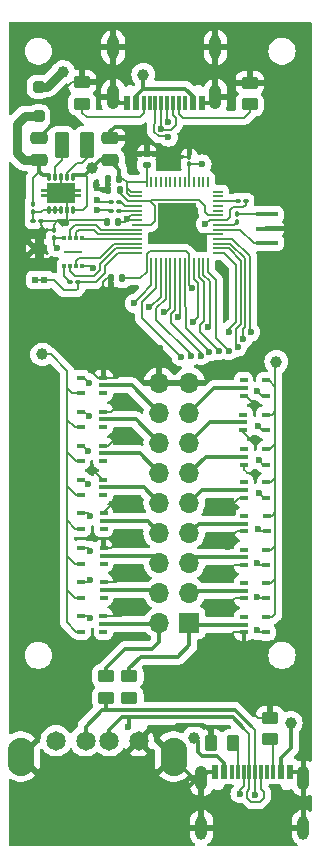
<source format=gbr>
%TF.GenerationSoftware,KiCad,Pcbnew,8.0.2*%
%TF.CreationDate,2024-05-20T21:07:15-07:00*%
%TF.ProjectId,snifferlyzer,736e6966-6665-4726-9c79-7a65722e6b69,rev?*%
%TF.SameCoordinates,Original*%
%TF.FileFunction,Copper,L1,Top*%
%TF.FilePolarity,Positive*%
%FSLAX46Y46*%
G04 Gerber Fmt 4.6, Leading zero omitted, Abs format (unit mm)*
G04 Created by KiCad (PCBNEW 8.0.2) date 2024-05-20 21:07:15*
%MOMM*%
%LPD*%
G01*
G04 APERTURE LIST*
G04 Aperture macros list*
%AMRoundRect*
0 Rectangle with rounded corners*
0 $1 Rounding radius*
0 $2 $3 $4 $5 $6 $7 $8 $9 X,Y pos of 4 corners*
0 Add a 4 corners polygon primitive as box body*
4,1,4,$2,$3,$4,$5,$6,$7,$8,$9,$2,$3,0*
0 Add four circle primitives for the rounded corners*
1,1,$1+$1,$2,$3*
1,1,$1+$1,$4,$5*
1,1,$1+$1,$6,$7*
1,1,$1+$1,$8,$9*
0 Add four rect primitives between the rounded corners*
20,1,$1+$1,$2,$3,$4,$5,0*
20,1,$1+$1,$4,$5,$6,$7,0*
20,1,$1+$1,$6,$7,$8,$9,0*
20,1,$1+$1,$8,$9,$2,$3,0*%
%AMFreePoly0*
4,1,45,-0.121464,1.703536,-0.120000,1.700000,-0.120000,1.205000,0.120000,1.205000,0.120000,1.700000,0.121464,1.703536,0.125000,1.705000,0.375000,1.705000,0.378536,1.703536,0.380000,1.700000,0.380000,1.205000,0.825000,1.205000,0.828536,1.203536,0.830000,1.200000,0.830000,-1.200000,0.828536,-1.203536,0.825000,-1.205000,0.380000,-1.205000,0.380000,-1.700000,0.378536,-1.703536,
0.375000,-1.705000,0.125000,-1.705000,0.121464,-1.703536,0.120000,-1.700000,0.120000,-1.205000,-0.120000,-1.205000,-0.120000,-1.700000,-0.121464,-1.703536,-0.125000,-1.705000,-0.375000,-1.705000,-0.378536,-1.703536,-0.380000,-1.700000,-0.380000,-1.205000,-0.825000,-1.205000,-0.828536,-1.203536,-0.830000,-1.200000,-0.830000,1.200000,-0.828536,1.203536,-0.825000,1.205000,-0.380000,1.205000,
-0.380000,1.700000,-0.378536,1.703536,-0.375000,1.705000,-0.125000,1.705000,-0.121464,1.703536,-0.121464,1.703536,$1*%
G04 Aperture macros list end*
%TA.AperFunction,SMDPad,CuDef*%
%ADD10RoundRect,0.100000X0.225000X0.100000X-0.225000X0.100000X-0.225000X-0.100000X0.225000X-0.100000X0*%
%TD*%
%TA.AperFunction,SMDPad,CuDef*%
%ADD11RoundRect,0.100000X-0.225000X-0.100000X0.225000X-0.100000X0.225000X0.100000X-0.225000X0.100000X0*%
%TD*%
%TA.AperFunction,SMDPad,CuDef*%
%ADD12R,0.500000X0.550000*%
%TD*%
%TA.AperFunction,SMDPad,CuDef*%
%ADD13RoundRect,0.250000X-0.450000X0.262500X-0.450000X-0.262500X0.450000X-0.262500X0.450000X0.262500X0*%
%TD*%
%TA.AperFunction,SMDPad,CuDef*%
%ADD14R,0.300000X0.400000*%
%TD*%
%TA.AperFunction,HeatsinkPad*%
%ADD15R,1.600000X0.200000*%
%TD*%
%TA.AperFunction,ComponentPad*%
%ADD16C,1.650000*%
%TD*%
%TA.AperFunction,ComponentPad*%
%ADD17O,2.250000X3.250000*%
%TD*%
%TA.AperFunction,SMDPad,CuDef*%
%ADD18RoundRect,0.100000X0.100000X-0.130000X0.100000X0.130000X-0.100000X0.130000X-0.100000X-0.130000X0*%
%TD*%
%TA.AperFunction,SMDPad,CuDef*%
%ADD19RoundRect,0.140000X-0.140000X-0.170000X0.140000X-0.170000X0.140000X0.170000X-0.140000X0.170000X0*%
%TD*%
%TA.AperFunction,SMDPad,CuDef*%
%ADD20RoundRect,0.007200X-0.112800X0.292800X-0.112800X-0.292800X0.112800X-0.292800X0.112800X0.292800X0*%
%TD*%
%TA.AperFunction,SMDPad,CuDef*%
%ADD21FreePoly0,270.000000*%
%TD*%
%TA.AperFunction,SMDPad,CuDef*%
%ADD22R,1.900000X0.400000*%
%TD*%
%TA.AperFunction,SMDPad,CuDef*%
%ADD23RoundRect,0.140000X0.140000X0.170000X-0.140000X0.170000X-0.140000X-0.170000X0.140000X-0.170000X0*%
%TD*%
%TA.AperFunction,SMDPad,CuDef*%
%ADD24RoundRect,0.100000X-0.130000X-0.100000X0.130000X-0.100000X0.130000X0.100000X-0.130000X0.100000X0*%
%TD*%
%TA.AperFunction,SMDPad,CuDef*%
%ADD25RoundRect,0.250000X-0.375000X-0.850000X0.375000X-0.850000X0.375000X0.850000X-0.375000X0.850000X0*%
%TD*%
%TA.AperFunction,SMDPad,CuDef*%
%ADD26RoundRect,0.100000X0.130000X0.100000X-0.130000X0.100000X-0.130000X-0.100000X0.130000X-0.100000X0*%
%TD*%
%TA.AperFunction,SMDPad,CuDef*%
%ADD27RoundRect,0.050000X0.050000X-0.387500X0.050000X0.387500X-0.050000X0.387500X-0.050000X-0.387500X0*%
%TD*%
%TA.AperFunction,SMDPad,CuDef*%
%ADD28RoundRect,0.050000X0.387500X-0.050000X0.387500X0.050000X-0.387500X0.050000X-0.387500X-0.050000X0*%
%TD*%
%TA.AperFunction,HeatsinkPad*%
%ADD29R,3.200000X3.200000*%
%TD*%
%TA.AperFunction,SMDPad,CuDef*%
%ADD30RoundRect,0.250000X0.475000X-0.250000X0.475000X0.250000X-0.475000X0.250000X-0.475000X-0.250000X0*%
%TD*%
%TA.AperFunction,ComponentPad*%
%ADD31R,1.700000X1.700000*%
%TD*%
%TA.AperFunction,ComponentPad*%
%ADD32O,1.700000X1.700000*%
%TD*%
%TA.AperFunction,SMDPad,CuDef*%
%ADD33RoundRect,0.140000X-0.170000X0.140000X-0.170000X-0.140000X0.170000X-0.140000X0.170000X0.140000X0*%
%TD*%
%TA.AperFunction,SMDPad,CuDef*%
%ADD34RoundRect,0.250000X0.450000X-0.262500X0.450000X0.262500X-0.450000X0.262500X-0.450000X-0.262500X0*%
%TD*%
%TA.AperFunction,SMDPad,CuDef*%
%ADD35RoundRect,0.250000X-0.262500X-0.450000X0.262500X-0.450000X0.262500X0.450000X-0.262500X0.450000X0*%
%TD*%
%TA.AperFunction,SMDPad,CuDef*%
%ADD36R,0.600000X1.150000*%
%TD*%
%TA.AperFunction,SMDPad,CuDef*%
%ADD37R,0.300000X1.150000*%
%TD*%
%TA.AperFunction,ComponentPad*%
%ADD38O,1.050000X2.100000*%
%TD*%
%TA.AperFunction,ComponentPad*%
%ADD39O,1.000000X2.000000*%
%TD*%
%TA.AperFunction,SMDPad,CuDef*%
%ADD40RoundRect,0.100000X-0.100000X0.130000X-0.100000X-0.130000X0.100000X-0.130000X0.100000X0.130000X0*%
%TD*%
%TA.AperFunction,SMDPad,CuDef*%
%ADD41RoundRect,0.250000X-0.475000X0.250000X-0.475000X-0.250000X0.475000X-0.250000X0.475000X0.250000X0*%
%TD*%
%TA.AperFunction,SMDPad,CuDef*%
%ADD42RoundRect,0.250000X0.250000X-0.250000X0.250000X0.250000X-0.250000X0.250000X-0.250000X-0.250000X0*%
%TD*%
%TA.AperFunction,ViaPad*%
%ADD43C,0.600000*%
%TD*%
%TA.AperFunction,ViaPad*%
%ADD44C,1.000000*%
%TD*%
%TA.AperFunction,Conductor*%
%ADD45C,0.350000*%
%TD*%
%TA.AperFunction,Conductor*%
%ADD46C,0.200000*%
%TD*%
%TA.AperFunction,Conductor*%
%ADD47C,0.750000*%
%TD*%
G04 APERTURE END LIST*
D10*
%TO.P,U19,1,NC*%
%TO.N,unconnected-(U19-NC-Pad1)*%
X196707800Y-129087400D03*
%TO.P,U19,2,IN_A*%
%TO.N,IN8*%
X196707800Y-128437400D03*
%TO.P,U19,3,GND*%
%TO.N,GND*%
X196707800Y-127787400D03*
%TO.P,U19,4,OUT_Y*%
%TO.N,GPIO_8*%
X194807800Y-127787400D03*
%TO.P,U19,5,VC*%
%TO.N,+3V3*%
X194807800Y-129087400D03*
%TD*%
%TO.P,U4,1,NC*%
%TO.N,unconnected-(U4-NC-Pad1)*%
X196733200Y-140668100D03*
%TO.P,U4,2,IN_A*%
%TO.N,USB-DM-IN0*%
X196733200Y-140018100D03*
%TO.P,U4,3,GND*%
%TO.N,GND*%
X196733200Y-139368100D03*
%TO.P,U4,4,OUT_Y*%
%TO.N,GPIO_0*%
X194833200Y-139368100D03*
%TO.P,U4,5,VC*%
%TO.N,+3V3*%
X194833200Y-140668100D03*
%TD*%
D11*
%TO.P,U7,1,NC*%
%TO.N,unconnected-(U7-NC-Pad1)*%
X208635600Y-136557900D03*
%TO.P,U7,2,IN_A*%
%TO.N,IN3*%
X208635600Y-137207900D03*
%TO.P,U7,3,GND*%
%TO.N,GND*%
X208635600Y-137857900D03*
%TO.P,U7,4,OUT_Y*%
%TO.N,GPIO_3*%
X210535600Y-137857900D03*
%TO.P,U7,5,VC*%
%TO.N,+3V3*%
X210535600Y-136557900D03*
%TD*%
%TO.P,U16,1,NC*%
%TO.N,unconnected-(U16-NC-Pad1)*%
X208635600Y-125217400D03*
%TO.P,U16,2,IN_A*%
%TO.N,IN11*%
X208635600Y-125867400D03*
%TO.P,U16,3,GND*%
%TO.N,GND*%
X208635600Y-126517400D03*
%TO.P,U16,4,OUT_Y*%
%TO.N,GPIO_11*%
X210535600Y-126517400D03*
%TO.P,U16,5,VC*%
%TO.N,+3V3*%
X210535600Y-125217400D03*
%TD*%
D12*
%TO.P,SW1,1,1*%
%TO.N,GND*%
X191738200Y-108225200D03*
%TO.P,SW1,2,2*%
X190938200Y-108225200D03*
%TO.P,SW1,3,3*%
%TO.N,USB_BOOT*%
X191738200Y-110875200D03*
%TO.P,SW1,4,4*%
X190938200Y-110875200D03*
%TD*%
D13*
%TO.P,R7,1*%
%TO.N,USB-DP-IN1*%
X198932800Y-144426300D03*
%TO.P,R7,2*%
%TO.N,USB-DP*%
X198932800Y-146251300D03*
%TD*%
D14*
%TO.P,U3,1,/CS*%
%TO.N,Net-(U3-{slash}CS)*%
X193411600Y-109740400D03*
%TO.P,U3,2,IO1*%
%TO.N,SIO1*%
X193911600Y-109740400D03*
%TO.P,U3,3,IO2*%
%TO.N,SIO2*%
X194411600Y-109740400D03*
%TO.P,U3,4,VSS*%
%TO.N,GND*%
X194911600Y-109740400D03*
%TO.P,U3,5,IO0*%
%TO.N,SIO0*%
X194911600Y-107340400D03*
%TO.P,U3,6,SCLK*%
%TO.N,SCLK*%
X194411600Y-107340400D03*
%TO.P,U3,7,IO3*%
%TO.N,SIO3*%
X193911600Y-107340400D03*
%TO.P,U3,8,VCC*%
%TO.N,+3V3*%
X193411600Y-107340400D03*
D15*
%TO.P,U3,9*%
%TO.N,N/C*%
X194161600Y-108540400D03*
%TD*%
D11*
%TO.P,U14,1,NC*%
%TO.N,unconnected-(U14-NC-Pad1)*%
X208588600Y-122300940D03*
%TO.P,U14,2,IN_A*%
%TO.N,IN13*%
X208588600Y-122950940D03*
%TO.P,U14,3,GND*%
%TO.N,GND*%
X208588600Y-123600940D03*
%TO.P,U14,4,OUT_Y*%
%TO.N,GPIO_13*%
X210488600Y-123600940D03*
%TO.P,U14,5,VC*%
%TO.N,+3V3*%
X210488600Y-122300940D03*
%TD*%
D10*
%TO.P,U6,1,NC*%
%TO.N,unconnected-(U6-NC-Pad1)*%
X196743400Y-137795000D03*
%TO.P,U6,2,IN_A*%
%TO.N,IN2*%
X196743400Y-137145000D03*
%TO.P,U6,3,GND*%
%TO.N,GND*%
X196743400Y-136495000D03*
%TO.P,U6,4,OUT_Y*%
%TO.N,GPIO_2*%
X194843400Y-136495000D03*
%TO.P,U6,5,VC*%
%TO.N,+3V3*%
X194843400Y-137795000D03*
%TD*%
D16*
%TO.P,J1,1,VBUS*%
%TO.N,USB_VBUS*%
X192715000Y-149906500D03*
%TO.P,J1,2,D-*%
%TO.N,USB-DM*%
X195215000Y-149906500D03*
%TO.P,J1,3,D+*%
%TO.N,USB-DP*%
X197215000Y-149906500D03*
%TO.P,J1,4,GND*%
%TO.N,GND*%
X199715000Y-149906500D03*
D17*
%TO.P,J1,5,Shield*%
X189745000Y-151246500D03*
X202685000Y-151246500D03*
%TD*%
D18*
%TO.P,C11,1*%
%TO.N,+3V3*%
X192532000Y-107330200D03*
%TO.P,C11,2*%
%TO.N,GND*%
X192532000Y-106690200D03*
%TD*%
D19*
%TO.P,C10,1*%
%TO.N,GND*%
X197360600Y-110744000D03*
%TO.P,C10,2*%
%TO.N,+3V3*%
X198320600Y-110744000D03*
%TD*%
D20*
%TO.P,U1,1,VOUT*%
%TO.N,+3V3*%
X194132200Y-102158800D03*
%TO.P,U1,2,L2*%
%TO.N,Net-(U1-L2)*%
X193632200Y-102158800D03*
%TO.P,U1,3,PGND*%
%TO.N,GND*%
X193132200Y-102158800D03*
%TO.P,U1,4,L1*%
%TO.N,Net-(U1-L1)*%
X192632200Y-102158800D03*
%TO.P,U1,5,VIN*%
%TO.N,VBUS_SYS*%
X192132200Y-102158800D03*
%TO.P,U1,6,EN*%
%TO.N,Net-(U1-EN)*%
X192132200Y-104958800D03*
%TO.P,U1,7,PS/SYNC*%
X192632200Y-104958800D03*
%TO.P,U1,8,VINA*%
X193132200Y-104958800D03*
%TO.P,U1,9,GND*%
%TO.N,GND*%
X193632200Y-104958800D03*
%TO.P,U1,10,FB*%
%TO.N,+3V3*%
X194132200Y-104958800D03*
D21*
%TO.P,U1,11,EP*%
%TO.N,GND*%
X193132200Y-103558800D03*
%TD*%
D22*
%TO.P,Y1,1,1*%
%TO.N,XTAL_IN*%
X210540600Y-107736100D03*
%TO.P,Y1,2,2*%
%TO.N,GND*%
X210540600Y-106536100D03*
%TO.P,Y1,3,3*%
%TO.N,Net-(R2-Pad1)*%
X210540600Y-105336100D03*
%TD*%
D10*
%TO.P,U15,1,NC*%
%TO.N,unconnected-(U15-NC-Pad1)*%
X196698370Y-123342430D03*
%TO.P,U15,2,IN_A*%
%TO.N,IN12*%
X196698370Y-122692430D03*
%TO.P,U15,3,GND*%
%TO.N,GND*%
X196698370Y-122042430D03*
%TO.P,U15,4,OUT_Y*%
%TO.N,GPIO_12*%
X194798370Y-122042430D03*
%TO.P,U15,5,VC*%
%TO.N,+3V3*%
X194798370Y-123342430D03*
%TD*%
D13*
%TO.P,R9,1*%
%TO.N,GND*%
X210845400Y-147956900D03*
%TO.P,R9,2*%
%TO.N,Net-(J3-CC2)*%
X210845400Y-149781900D03*
%TD*%
D23*
%TO.P,C7,1*%
%TO.N,+3V3*%
X197990400Y-105943400D03*
%TO.P,C7,2*%
%TO.N,GND*%
X197030400Y-105943400D03*
%TD*%
D24*
%TO.P,R5,1*%
%TO.N,RP_USB-*%
X197380400Y-104292400D03*
%TO.P,R5,2*%
%TO.N,Net-(U2-USB_DM)*%
X198020400Y-104292400D03*
%TD*%
D13*
%TO.P,R8,1*%
%TO.N,USB-DM-IN0*%
X196951600Y-144428200D03*
%TO.P,R8,2*%
%TO.N,USB-DM*%
X196951600Y-146253200D03*
%TD*%
D10*
%TO.P,U17,1,NC*%
%TO.N,unconnected-(U17-NC-Pad1)*%
X196707800Y-126215500D03*
%TO.P,U17,2,IN_A*%
%TO.N,IN10*%
X196707800Y-125565500D03*
%TO.P,U17,3,GND*%
%TO.N,GND*%
X196707800Y-124915500D03*
%TO.P,U17,4,OUT_Y*%
%TO.N,GPIO_10*%
X194807800Y-124915500D03*
%TO.P,U17,5,VC*%
%TO.N,+3V3*%
X194807800Y-126215500D03*
%TD*%
D23*
%TO.P,C8,1*%
%TO.N,+3V3*%
X198079800Y-102302700D03*
%TO.P,C8,2*%
%TO.N,GND*%
X197119800Y-102302700D03*
%TD*%
D25*
%TO.P,L1,1,1*%
%TO.N,Net-(U1-L1)*%
X193209600Y-99466400D03*
%TO.P,L1,2,2*%
%TO.N,Net-(U1-L2)*%
X195359600Y-99466400D03*
%TD*%
D26*
%TO.P,R6,1*%
%TO.N,USB_BOOT*%
X194579200Y-111074200D03*
%TO.P,R6,2*%
%TO.N,Net-(U3-{slash}CS)*%
X193939200Y-111074200D03*
%TD*%
D10*
%TO.P,U10,1,NC*%
%TO.N,unconnected-(U10-NC-Pad1)*%
X196743400Y-131957600D03*
%TO.P,U10,2,IN_A*%
%TO.N,IN6*%
X196743400Y-131307600D03*
%TO.P,U10,3,GND*%
%TO.N,GND*%
X196743400Y-130657600D03*
%TO.P,U10,4,OUT_Y*%
%TO.N,GPIO_6*%
X194843400Y-130657600D03*
%TO.P,U10,5,VC*%
%TO.N,+3V3*%
X194843400Y-131957600D03*
%TD*%
%TO.P,U8,1,NC*%
%TO.N,unconnected-(U8-NC-Pad1)*%
X196743400Y-134924800D03*
%TO.P,U8,2,IN_A*%
%TO.N,IN4*%
X196743400Y-134274800D03*
%TO.P,U8,3,GND*%
%TO.N,GND*%
X196743400Y-133624800D03*
%TO.P,U8,4,OUT_Y*%
%TO.N,GPIO_4*%
X194843400Y-133624800D03*
%TO.P,U8,5,VC*%
%TO.N,+3V3*%
X194843400Y-134924800D03*
%TD*%
D11*
%TO.P,U9,1,NC*%
%TO.N,unconnected-(U9-NC-Pad1)*%
X208620400Y-133736800D03*
%TO.P,U9,2,IN_A*%
%TO.N,IN5*%
X208620400Y-134386800D03*
%TO.P,U9,3,GND*%
%TO.N,GND*%
X208620400Y-135036800D03*
%TO.P,U9,4,OUT_Y*%
%TO.N,GPIO_5*%
X210520400Y-135036800D03*
%TO.P,U9,5,VC*%
%TO.N,+3V3*%
X210520400Y-133736800D03*
%TD*%
D19*
%TO.P,C5,1*%
%TO.N,GND*%
X197132000Y-103301800D03*
%TO.P,C5,2*%
%TO.N,+1V1*%
X198092000Y-103301800D03*
%TD*%
D27*
%TO.P,U2,1,IOVDD*%
%TO.N,+3V3*%
X200396800Y-109457100D03*
%TO.P,U2,2,GPIO0*%
%TO.N,GPIO_0*%
X200796800Y-109457100D03*
%TO.P,U2,3,GPIO1*%
%TO.N,GPIO_1*%
X201196800Y-109457100D03*
%TO.P,U2,4,GPIO2*%
%TO.N,GPIO_2*%
X201596800Y-109457100D03*
%TO.P,U2,5,GPIO3*%
%TO.N,GPIO_3*%
X201996800Y-109457100D03*
%TO.P,U2,6,GPIO4*%
%TO.N,GPIO_4*%
X202396800Y-109457100D03*
%TO.P,U2,7,GPIO5*%
%TO.N,GPIO_5*%
X202796800Y-109457100D03*
%TO.P,U2,8,GPIO6*%
%TO.N,GPIO_6*%
X203196800Y-109457100D03*
%TO.P,U2,9,GPIO7*%
%TO.N,GPIO_7*%
X203596800Y-109457100D03*
%TO.P,U2,10,IOVDD*%
%TO.N,+3V3*%
X203996800Y-109457100D03*
%TO.P,U2,11,GPIO8*%
%TO.N,GPIO_8*%
X204396800Y-109457100D03*
%TO.P,U2,12,GPIO9*%
%TO.N,GPIO_9*%
X204796800Y-109457100D03*
%TO.P,U2,13,GPIO10*%
%TO.N,GPIO_10*%
X205196800Y-109457100D03*
%TO.P,U2,14,GPIO11*%
%TO.N,GPIO_11*%
X205596800Y-109457100D03*
D28*
%TO.P,U2,15,GPIO12*%
%TO.N,GPIO_12*%
X206434300Y-108619600D03*
%TO.P,U2,16,GPIO13*%
%TO.N,GPIO_13*%
X206434300Y-108219600D03*
%TO.P,U2,17,GPIO14*%
%TO.N,GPIO_14*%
X206434300Y-107819600D03*
%TO.P,U2,18,GPIO15*%
%TO.N,GPIO_15*%
X206434300Y-107419600D03*
%TO.P,U2,19,TESTEN*%
%TO.N,GND*%
X206434300Y-107019600D03*
%TO.P,U2,20,XIN*%
%TO.N,XTAL_IN*%
X206434300Y-106619600D03*
%TO.P,U2,21,XOUT*%
%TO.N,XTAL_OUT*%
X206434300Y-106219600D03*
%TO.P,U2,22,IOVDD*%
%TO.N,+3V3*%
X206434300Y-105819600D03*
%TO.P,U2,23,DVDD*%
%TO.N,+1V1*%
X206434300Y-105419600D03*
%TO.P,U2,24,SWCLK*%
%TO.N,/SWCLK*%
X206434300Y-105019600D03*
%TO.P,U2,25,SWD*%
%TO.N,/SWD*%
X206434300Y-104619600D03*
%TO.P,U2,26,RUN*%
%TO.N,/RUN*%
X206434300Y-104219600D03*
%TO.P,U2,27,GPIO16*%
%TO.N,unconnected-(U2-GPIO16-Pad27)*%
X206434300Y-103819600D03*
%TO.P,U2,28,GPIO17*%
%TO.N,unconnected-(U2-GPIO17-Pad28)*%
X206434300Y-103419600D03*
D27*
%TO.P,U2,29,GPIO18*%
%TO.N,unconnected-(U2-GPIO18-Pad29)*%
X205596800Y-102582100D03*
%TO.P,U2,30,GPIO19*%
%TO.N,unconnected-(U2-GPIO19-Pad30)*%
X205196800Y-102582100D03*
%TO.P,U2,31,GPIO20*%
%TO.N,unconnected-(U2-GPIO20-Pad31)*%
X204796800Y-102582100D03*
%TO.P,U2,32,GPIO21*%
%TO.N,unconnected-(U2-GPIO21-Pad32)*%
X204396800Y-102582100D03*
%TO.P,U2,33,IOVDD*%
%TO.N,+3V3*%
X203996800Y-102582100D03*
%TO.P,U2,34,GPIO22*%
%TO.N,unconnected-(U2-GPIO22-Pad34)*%
X203596800Y-102582100D03*
%TO.P,U2,35,GPIO23*%
%TO.N,unconnected-(U2-GPIO23-Pad35)*%
X203196800Y-102582100D03*
%TO.P,U2,36,GPIO24*%
%TO.N,unconnected-(U2-GPIO24-Pad36)*%
X202796800Y-102582100D03*
%TO.P,U2,37,GPIO25*%
%TO.N,unconnected-(U2-GPIO25-Pad37)*%
X202396800Y-102582100D03*
%TO.P,U2,38,GPIO26_ADC0*%
%TO.N,unconnected-(U2-GPIO26_ADC0-Pad38)*%
X201996800Y-102582100D03*
%TO.P,U2,39,GPIO27_ADC1*%
%TO.N,unconnected-(U2-GPIO27_ADC1-Pad39)*%
X201596800Y-102582100D03*
%TO.P,U2,40,GPIO28_ADC2*%
%TO.N,unconnected-(U2-GPIO28_ADC2-Pad40)*%
X201196800Y-102582100D03*
%TO.P,U2,41,GPIO29_ADC3*%
%TO.N,unconnected-(U2-GPIO29_ADC3-Pad41)*%
X200796800Y-102582100D03*
%TO.P,U2,42,IOVDD*%
%TO.N,+3V3*%
X200396800Y-102582100D03*
D28*
%TO.P,U2,43,ADC_AVDD*%
X199559300Y-103419600D03*
%TO.P,U2,44,VREG_IN*%
X199559300Y-103819600D03*
%TO.P,U2,45,VREG_VOUT*%
%TO.N,+1V1*%
X199559300Y-104219600D03*
%TO.P,U2,46,USB_DM*%
%TO.N,Net-(U2-USB_DM)*%
X199559300Y-104619600D03*
%TO.P,U2,47,USB_DP*%
%TO.N,Net-(U2-USB_DP)*%
X199559300Y-105019600D03*
%TO.P,U2,48,USB_VDD*%
%TO.N,+3V3*%
X199559300Y-105419600D03*
%TO.P,U2,49,IOVDD*%
X199559300Y-105819600D03*
%TO.P,U2,50,DVDD*%
%TO.N,+1V1*%
X199559300Y-106219600D03*
%TO.P,U2,51,QSPI_SD3*%
%TO.N,SIO3*%
X199559300Y-106619600D03*
%TO.P,U2,52,QSPI_SCLK*%
%TO.N,SCLK*%
X199559300Y-107019600D03*
%TO.P,U2,53,QSPI_SD0*%
%TO.N,SIO0*%
X199559300Y-107419600D03*
%TO.P,U2,54,QSPI_SD2*%
%TO.N,SIO2*%
X199559300Y-107819600D03*
%TO.P,U2,55,QSPI_SD1*%
%TO.N,SIO1*%
X199559300Y-108219600D03*
%TO.P,U2,56,QSPI_SS*%
%TO.N,USB_BOOT*%
X199559300Y-108619600D03*
D29*
%TO.P,U2,57,GND*%
%TO.N,GND*%
X202996800Y-106019600D03*
%TD*%
D30*
%TO.P,C4,1*%
%TO.N,+3V3*%
X197307200Y-100772000D03*
%TO.P,C4,2*%
%TO.N,GND*%
X197307200Y-98872000D03*
%TD*%
D11*
%TO.P,U5,1,NC*%
%TO.N,unconnected-(U5-NC-Pad1)*%
X208625400Y-139431000D03*
%TO.P,U5,2,IN_A*%
%TO.N,USB-DP-IN1*%
X208625400Y-140081000D03*
%TO.P,U5,3,GND*%
%TO.N,GND*%
X208625400Y-140731000D03*
%TO.P,U5,4,OUT_Y*%
%TO.N,GPIO_1*%
X210525400Y-140731000D03*
%TO.P,U5,5,VC*%
%TO.N,+3V3*%
X210525400Y-139431000D03*
%TD*%
D31*
%TO.P,J4,1,Pin_1*%
%TO.N,USB-DP-IN1*%
X204012800Y-139928600D03*
D32*
%TO.P,J4,2,Pin_2*%
%TO.N,USB-DM-IN0*%
X201472800Y-139928600D03*
%TO.P,J4,3,Pin_3*%
%TO.N,IN3*%
X204012800Y-137388600D03*
%TO.P,J4,4,Pin_4*%
%TO.N,IN2*%
X201472800Y-137388600D03*
%TO.P,J4,5,Pin_5*%
%TO.N,IN5*%
X204012800Y-134848600D03*
%TO.P,J4,6,Pin_6*%
%TO.N,IN4*%
X201472800Y-134848600D03*
%TO.P,J4,7,Pin_7*%
%TO.N,IN7*%
X204012800Y-132308600D03*
%TO.P,J4,8,Pin_8*%
%TO.N,IN6*%
X201472800Y-132308600D03*
%TO.P,J4,9,Pin_9*%
%TO.N,IN9*%
X204012800Y-129768600D03*
%TO.P,J4,10,Pin_10*%
%TO.N,IN8*%
X201472800Y-129768600D03*
%TO.P,J4,11,Pin_11*%
%TO.N,IN11*%
X204012800Y-127228600D03*
%TO.P,J4,12,Pin_12*%
%TO.N,IN10*%
X201472800Y-127228600D03*
%TO.P,J4,13,Pin_13*%
%TO.N,IN13*%
X204012800Y-124688600D03*
%TO.P,J4,14,Pin_14*%
%TO.N,IN12*%
X201472800Y-124688600D03*
%TO.P,J4,15,Pin_15*%
%TO.N,IN15*%
X204012800Y-122148600D03*
%TO.P,J4,16,Pin_16*%
%TO.N,IN14*%
X201472800Y-122148600D03*
%TO.P,J4,17,Pin_17*%
%TO.N,GND*%
X204012800Y-119608600D03*
%TO.P,J4,18,Pin_18*%
X201472800Y-119608600D03*
%TD*%
D33*
%TO.P,C9,1*%
%TO.N,GND*%
X200390200Y-100188700D03*
%TO.P,C9,2*%
%TO.N,+3V3*%
X200390200Y-101148700D03*
%TD*%
D34*
%TO.P,R11,1*%
%TO.N,Net-(J2-CC2)*%
X194925200Y-95955700D03*
%TO.P,R11,2*%
%TO.N,GND*%
X194925200Y-94130700D03*
%TD*%
D11*
%TO.P,U11,1,NC*%
%TO.N,unconnected-(U11-NC-Pad1)*%
X208661000Y-130868300D03*
%TO.P,U11,2,IN_A*%
%TO.N,IN7*%
X208661000Y-131518300D03*
%TO.P,U11,3,GND*%
%TO.N,GND*%
X208661000Y-132168300D03*
%TO.P,U11,4,OUT_Y*%
%TO.N,GPIO_7*%
X210561000Y-132168300D03*
%TO.P,U11,5,VC*%
%TO.N,+3V3*%
X210561000Y-130868300D03*
%TD*%
D35*
%TO.P,R10,1*%
%TO.N,GND*%
X205845400Y-150088600D03*
%TO.P,R10,2*%
%TO.N,Net-(J3-CC1)*%
X207670400Y-150088600D03*
%TD*%
D36*
%TO.P,J2,A1_B12,GND*%
%TO.N,GND*%
X205084800Y-95944000D03*
%TO.P,J2,A4_B9,VBUS*%
%TO.N,VBUS_PRE*%
X204284800Y-95944000D03*
D37*
%TO.P,J2,A5,CC1*%
%TO.N,Net-(J2-CC1)*%
X203134800Y-95944000D03*
%TO.P,J2,A6,DP1*%
%TO.N,RP_USB+*%
X202134800Y-95944000D03*
%TO.P,J2,A7,DN1*%
%TO.N,RP_USB-*%
X201634800Y-95944000D03*
%TO.P,J2,A8,SBU1*%
%TO.N,unconnected-(J2-SBU1-PadA8)*%
X200634800Y-95944000D03*
D36*
%TO.P,J2,B1_A12,GND*%
%TO.N,GND*%
X198684800Y-95944000D03*
%TO.P,J2,B4_A9,VBUS*%
%TO.N,VBUS_PRE*%
X199484800Y-95944000D03*
D37*
%TO.P,J2,B5,CC2*%
%TO.N,Net-(J2-CC2)*%
X200134800Y-95944000D03*
%TO.P,J2,B6,DP2*%
%TO.N,RP_USB+*%
X201134800Y-95944000D03*
%TO.P,J2,B7,DN2*%
%TO.N,RP_USB-*%
X202634800Y-95944000D03*
%TO.P,J2,B8,SBU2*%
%TO.N,unconnected-(J2-SBU2-PadB8)*%
X203634800Y-95944000D03*
D38*
%TO.P,J2,S1,SHELL_GND*%
%TO.N,GND*%
X206204800Y-95369000D03*
D39*
%TO.P,J2,S2,SHELL_GND*%
X206204800Y-91189000D03*
%TO.P,J2,S3,SHELL_GND*%
X197564800Y-91189000D03*
D38*
%TO.P,J2,S4,SHELL_GND*%
X197564800Y-95369000D03*
%TD*%
D11*
%TO.P,U18,1,NC*%
%TO.N,unconnected-(U18-NC-Pad1)*%
X208625000Y-128032340D03*
%TO.P,U18,2,IN_A*%
%TO.N,IN9*%
X208625000Y-128682340D03*
%TO.P,U18,3,GND*%
%TO.N,GND*%
X208625000Y-129332340D03*
%TO.P,U18,4,OUT_Y*%
%TO.N,GPIO_9*%
X210525000Y-129332340D03*
%TO.P,U18,5,VC*%
%TO.N,+3V3*%
X210525000Y-128032340D03*
%TD*%
D40*
%TO.P,R2,1*%
%TO.N,Net-(R2-Pad1)*%
X208035600Y-105327100D03*
%TO.P,R2,2*%
%TO.N,XTAL_OUT*%
X208035600Y-105967100D03*
%TD*%
D41*
%TO.P,C2,1*%
%TO.N,GND*%
X191287400Y-98872000D03*
%TO.P,C2,2*%
%TO.N,VBUS_SYS*%
X191287400Y-100772000D03*
%TD*%
D24*
%TO.P,R4,1*%
%TO.N,RP_USB+*%
X197380400Y-105054400D03*
%TO.P,R4,2*%
%TO.N,Net-(U2-USB_DP)*%
X198020400Y-105054400D03*
%TD*%
D26*
%TO.P,R3,1*%
%TO.N,+3V3*%
X208787400Y-104224700D03*
%TO.P,R3,2*%
%TO.N,/RUN*%
X208147400Y-104224700D03*
%TD*%
D10*
%TO.P,U13,1,NC*%
%TO.N,unconnected-(U13-NC-Pad1)*%
X196707800Y-120475100D03*
%TO.P,U13,2,IN_A*%
%TO.N,IN14*%
X196707800Y-119825100D03*
%TO.P,U13,3,GND*%
%TO.N,GND*%
X196707800Y-119175100D03*
%TO.P,U13,4,OUT_Y*%
%TO.N,GPIO_14*%
X194807800Y-119175100D03*
%TO.P,U13,5,VC*%
%TO.N,+3V3*%
X194807800Y-120475100D03*
%TD*%
D13*
%TO.P,R12,1*%
%TO.N,GND*%
X209123800Y-94206900D03*
%TO.P,R12,2*%
%TO.N,Net-(J2-CC1)*%
X209123800Y-96031900D03*
%TD*%
D11*
%TO.P,U12,1,NC*%
%TO.N,unconnected-(U12-NC-Pad1)*%
X208595000Y-119385800D03*
%TO.P,U12,2,IN_A*%
%TO.N,IN15*%
X208595000Y-120035800D03*
%TO.P,U12,3,GND*%
%TO.N,GND*%
X208595000Y-120685800D03*
%TO.P,U12,4,OUT_Y*%
%TO.N,GPIO_15*%
X210495000Y-120685800D03*
%TO.P,U12,5,VC*%
%TO.N,+3V3*%
X210495000Y-119385800D03*
%TD*%
D40*
%TO.P,R1,1*%
%TO.N,VBUS_SYS*%
X190754000Y-104480400D03*
%TO.P,R1,2*%
%TO.N,Net-(U1-EN)*%
X190754000Y-105120400D03*
%TD*%
D36*
%TO.P,J3,A1_B12,GND*%
%TO.N,GND*%
X206146800Y-152515200D03*
%TO.P,J3,A4_B9,VBUS*%
%TO.N,USB_VBUS*%
X206946800Y-152515200D03*
D37*
%TO.P,J3,A5,CC1*%
%TO.N,Net-(J3-CC1)*%
X208096800Y-152515200D03*
%TO.P,J3,A6,DP1*%
%TO.N,USB-DP*%
X209096800Y-152515200D03*
%TO.P,J3,A7,DN1*%
%TO.N,USB-DM*%
X209596800Y-152515200D03*
%TO.P,J3,A8,SBU1*%
%TO.N,unconnected-(J3-SBU1-PadA8)*%
X210596800Y-152515200D03*
D36*
%TO.P,J3,B1_A12,GND*%
%TO.N,GND*%
X212546800Y-152515200D03*
%TO.P,J3,B4_A9,VBUS*%
%TO.N,USB_VBUS*%
X211746800Y-152515200D03*
D37*
%TO.P,J3,B5,CC2*%
%TO.N,Net-(J3-CC2)*%
X211096800Y-152515200D03*
%TO.P,J3,B6,DP2*%
%TO.N,USB-DP*%
X210096800Y-152515200D03*
%TO.P,J3,B7,DN2*%
%TO.N,USB-DM*%
X208596800Y-152515200D03*
%TO.P,J3,B8,SBU2*%
%TO.N,unconnected-(J3-SBU2-PadB8)*%
X207596800Y-152515200D03*
D38*
%TO.P,J3,S1,SHELL_GND*%
%TO.N,GND*%
X205026800Y-153090200D03*
D39*
%TO.P,J3,S2,SHELL_GND*%
X205026800Y-157270200D03*
%TO.P,J3,S3,SHELL_GND*%
X213666800Y-157270200D03*
D38*
%TO.P,J3,S4,SHELL_GND*%
X213666800Y-153090200D03*
%TD*%
D42*
%TO.P,D2,1,K*%
%TO.N,VBUS_SYS*%
X191236600Y-97033400D03*
%TO.P,D2,2,A*%
%TO.N,VBUS_PRE*%
X191236600Y-94533400D03*
%TD*%
D18*
%TO.P,C6,1*%
%TO.N,+3V3*%
X203997000Y-101115700D03*
%TO.P,C6,2*%
%TO.N,GND*%
X203997000Y-100475700D03*
%TD*%
D26*
%TO.P,C3,1*%
%TO.N,GND*%
X191429600Y-105918000D03*
%TO.P,C3,2*%
%TO.N,Net-(U1-EN)*%
X190789600Y-105918000D03*
%TD*%
D43*
%TO.N,GND*%
X212140800Y-144805400D03*
X211531200Y-144297400D03*
X207314800Y-133502400D03*
X209727800Y-117703600D03*
X207137000Y-113458652D03*
X194691000Y-143459200D03*
X192354200Y-103987600D03*
X193878200Y-103149400D03*
X209600800Y-121488200D03*
X207670400Y-130606800D03*
X209550000Y-124383800D03*
X195808600Y-109855000D03*
X193548000Y-106095800D03*
X213334600Y-117195600D03*
X201549000Y-116611400D03*
X193903600Y-103987600D03*
X197434200Y-129844800D03*
X203581000Y-105384600D03*
X193954400Y-143916400D03*
X202285600Y-106680000D03*
X209245200Y-146685000D03*
X195783200Y-127025400D03*
X207492600Y-139039600D03*
X212750400Y-145338800D03*
X213004400Y-117805200D03*
X210337400Y-99796600D03*
X201777600Y-117322600D03*
X198374000Y-121056400D03*
X198704200Y-138861800D03*
X202996800Y-106019600D03*
X196088000Y-102819200D03*
X193979800Y-143002000D03*
X213741000Y-117779800D03*
X207492600Y-136118600D03*
X198399400Y-135915400D03*
X211048600Y-99822000D03*
X199440800Y-133273800D03*
X210693000Y-99212400D03*
D44*
X192786000Y-97332800D03*
D43*
X200964800Y-117119400D03*
X197891400Y-123596400D03*
X209626200Y-127228600D03*
X192252600Y-103047800D03*
D44*
%TO.N,+3V3*%
X211366100Y-117817900D03*
D43*
X198729600Y-105740200D03*
D44*
X195732400Y-101447600D03*
D43*
X205079600Y-101066600D03*
X205359000Y-106172000D03*
D44*
X191541400Y-117195600D03*
D43*
X204190600Y-111531400D03*
X192760600Y-108153200D03*
D44*
%TO.N,VBUS_PRE*%
X200101200Y-93497400D03*
X193316882Y-93280872D03*
%TO.N,USB_VBUS*%
X212598000Y-148361400D03*
X204427443Y-149642734D03*
D43*
%TO.N,USB-DM*%
X208286361Y-154391671D03*
X209600800Y-154457400D03*
%TO.N,USB-DP*%
X198932800Y-146278600D03*
X198780400Y-148742400D03*
%TO.N,RP_USB-*%
X201625200Y-98069400D03*
X196172487Y-104146444D03*
%TO.N,RP_USB+*%
X196164200Y-104927400D03*
X202234800Y-97510600D03*
X202234800Y-98806000D03*
%TO.N,GPIO_10*%
X205602191Y-114898441D03*
X195441600Y-125356440D03*
%TO.N,GPIO_3*%
X204136499Y-117353989D03*
X209767200Y-137699640D03*
%TO.N,GPIO_12*%
X207346659Y-115278883D03*
X195482970Y-122407170D03*
%TO.N,GPIO_14*%
X195507600Y-119590640D03*
X208571498Y-115882024D03*
%TO.N,GPIO_4*%
X195601600Y-133798060D03*
X201816954Y-113580412D03*
%TO.N,GPIO_13*%
X209788800Y-123251200D03*
X208098265Y-116568676D03*
%TO.N,GPIO_9*%
X206507347Y-116874959D03*
X209891200Y-128916800D03*
%TO.N,GPIO_8*%
X204317600Y-114477800D03*
X195441600Y-128202940D03*
%TO.N,GPIO_15*%
X209193197Y-115316000D03*
X209744400Y-120295660D03*
%TO.N,GPIO_11*%
X209861200Y-126137660D03*
X207340200Y-116890800D03*
%TO.N,GPIO_0*%
X195601600Y-139536760D03*
X199339200Y-112877600D03*
%TO.N,GPIO_6*%
X203059722Y-114035486D03*
X195601600Y-130856260D03*
%TO.N,GPIO_1*%
X209762800Y-140562340D03*
X203301382Y-117409664D03*
%TO.N,GPIO_2*%
X195611800Y-136266400D03*
X200611276Y-113179864D03*
%TO.N,GPIO_7*%
X209802800Y-131944240D03*
X205694982Y-116986235D03*
%TO.N,GPIO_5*%
X204959245Y-117310687D03*
X209752000Y-134853140D03*
%TD*%
D45*
%TO.N,GND*%
X197510400Y-98094800D02*
X197688200Y-97917000D01*
X206146800Y-152515200D02*
X205601800Y-152515200D01*
D46*
X193632200Y-104958800D02*
X193632200Y-106011600D01*
D45*
X205845400Y-150600400D02*
X205845400Y-150088600D01*
D46*
X197794400Y-136495000D02*
X198247000Y-136042400D01*
X192532000Y-106690200D02*
X192532000Y-106197400D01*
D45*
X197307200Y-98298000D02*
X197510400Y-98094800D01*
D46*
X197132000Y-103301800D02*
X196570600Y-103301800D01*
D45*
X204325500Y-153090200D02*
X202685000Y-151449700D01*
D46*
X208588600Y-123600940D02*
X208588600Y-123778000D01*
D45*
X204694200Y-153090200D02*
X203885800Y-153898600D01*
D46*
X196238700Y-119175100D02*
X195834000Y-118770400D01*
X209856700Y-147956900D02*
X209473800Y-147574000D01*
X191795400Y-106629200D02*
X191922400Y-106629200D01*
D45*
X198139800Y-95944000D02*
X197564800Y-95369000D01*
D46*
X194925200Y-94130700D02*
X194032300Y-94130700D01*
X207543400Y-136067800D02*
X207492600Y-136118600D01*
X207340200Y-133426200D02*
X207340200Y-133553200D01*
X207807800Y-140731000D02*
X207619600Y-140919200D01*
D45*
X213091800Y-152515200D02*
X213666800Y-153090200D01*
D46*
X198223300Y-139368100D02*
X198704200Y-138887200D01*
X192763600Y-103558800D02*
X192252600Y-103047800D01*
X196570600Y-103301800D02*
X196088000Y-102819200D01*
D45*
X205845400Y-150088600D02*
X205845400Y-149203400D01*
D46*
X192811400Y-105918000D02*
X193370200Y-105918000D01*
D45*
X212546800Y-152515200D02*
X213091800Y-152515200D01*
X205181200Y-148539200D02*
X203377800Y-148539200D01*
D46*
X191429600Y-106263400D02*
X191795400Y-106629200D01*
X197891400Y-124180600D02*
X197156500Y-124915500D01*
X208595000Y-120685800D02*
X208798400Y-120685800D01*
X191738200Y-108225200D02*
X190938200Y-108225200D01*
X197891400Y-123596400D02*
X197891400Y-124180600D01*
X194032300Y-94130700D02*
X193471800Y-94691200D01*
X197388000Y-133624800D02*
X197662800Y-133350000D01*
X203997000Y-100475700D02*
X203396500Y-100475700D01*
X193132200Y-102158800D02*
X193132200Y-103558800D01*
D45*
X205084800Y-95944000D02*
X205629800Y-95944000D01*
X203377800Y-148539200D02*
X202971400Y-148539200D01*
D46*
X197119800Y-102302700D02*
X197119800Y-103289600D01*
X208013900Y-132168300D02*
X207645000Y-132537200D01*
X196743400Y-130657600D02*
X196743400Y-130535600D01*
X210845400Y-147956900D02*
X209856700Y-147956900D01*
X193468800Y-103558800D02*
X193878200Y-103149400D01*
D45*
X205409800Y-148767800D02*
X205181200Y-148539200D01*
D46*
X207340200Y-132842000D02*
X207340200Y-133426200D01*
X195783200Y-127025400D02*
X195945800Y-127025400D01*
X197360600Y-110744000D02*
X197053200Y-110744000D01*
X193827400Y-105816400D02*
X193548000Y-106095800D01*
X206434300Y-107019600D02*
X203996800Y-107019600D01*
X193632200Y-104958800D02*
X193632200Y-104259000D01*
X196903400Y-105816400D02*
X195122800Y-105816400D01*
D45*
X205026800Y-153090200D02*
X204694200Y-153090200D01*
D46*
X203996800Y-107019600D02*
X202996800Y-106019600D01*
X208620400Y-135036800D02*
X207787000Y-135036800D01*
X207721200Y-138023600D02*
X207492600Y-138252200D01*
X193632200Y-106011600D02*
X193548000Y-106095800D01*
X208635600Y-126517400D02*
X208635600Y-126974600D01*
X208798400Y-120685800D02*
X209600800Y-121488200D01*
X191429600Y-105918000D02*
X191429600Y-106263400D01*
D45*
X197688200Y-97917000D02*
X198856600Y-97917000D01*
D46*
X197387970Y-122042430D02*
X198374000Y-121056400D01*
X208635600Y-137857900D02*
X207886900Y-137857900D01*
X202996800Y-106019600D02*
X203581000Y-105435400D01*
D45*
X202971400Y-148539200D02*
X202615800Y-148894800D01*
D46*
X208625400Y-140731000D02*
X207807800Y-140731000D01*
X196707800Y-119175100D02*
X196238700Y-119175100D01*
X207645000Y-129895600D02*
X207645000Y-130556000D01*
D45*
X204012800Y-119608600D02*
X201472800Y-119608600D01*
D46*
X191429600Y-105918000D02*
X192811400Y-105918000D01*
X193132200Y-103558800D02*
X192763600Y-103558800D01*
X193632200Y-104259000D02*
X193903600Y-103987600D01*
X197918500Y-119175100D02*
X198247000Y-118846600D01*
X203581000Y-105435400D02*
X203581000Y-105384600D01*
X208208260Y-129332340D02*
X207772000Y-129768600D01*
X207772000Y-129768600D02*
X207645000Y-129895600D01*
X197119800Y-103289600D02*
X197132000Y-103301800D01*
X193132200Y-103558800D02*
X192783000Y-103558800D01*
X193370200Y-105918000D02*
X193548000Y-106095800D01*
X208889600Y-127228600D02*
X209626200Y-127228600D01*
X196733200Y-139368100D02*
X198223300Y-139368100D01*
X196697600Y-111379000D02*
X196672200Y-111404400D01*
X191983400Y-106690200D02*
X192532000Y-106690200D01*
X209042000Y-124231400D02*
X209194400Y-124383800D01*
X196707800Y-119175100D02*
X197918500Y-119175100D01*
X195694000Y-109740400D02*
X195808600Y-109855000D01*
X197053200Y-110744000D02*
X196697600Y-111099600D01*
D45*
X198684800Y-95944000D02*
X198139800Y-95944000D01*
D46*
X208588600Y-123778000D02*
X209042000Y-124231400D01*
D45*
X191287400Y-98872000D02*
X192786000Y-97373400D01*
D46*
X207886900Y-137857900D02*
X207721200Y-138023600D01*
X197156500Y-124915500D02*
X196707800Y-124915500D01*
X191922400Y-106629200D02*
X191983400Y-106690200D01*
X207787000Y-135036800D02*
X207543400Y-135280400D01*
X208762600Y-127101600D02*
X208889600Y-127228600D01*
X196698370Y-122042430D02*
X197387970Y-122042430D01*
X208635600Y-126974600D02*
X208762600Y-127101600D01*
X193132200Y-103558800D02*
X193474800Y-103558800D01*
X208661000Y-132168300D02*
X208013900Y-132168300D01*
X208625000Y-129332340D02*
X208208260Y-129332340D01*
D45*
X192786000Y-97373400D02*
X192786000Y-97332800D01*
X205629800Y-95944000D02*
X206204800Y-95369000D01*
D46*
X193474800Y-103558800D02*
X193903600Y-103987600D01*
X196743400Y-130535600D02*
X197434200Y-129844800D01*
X192783000Y-103558800D02*
X192354200Y-103987600D01*
X196743400Y-133624800D02*
X197388000Y-133624800D01*
X207645000Y-132537200D02*
X207340200Y-132842000D01*
D45*
X197307200Y-98872000D02*
X197307200Y-98298000D01*
D46*
X207492600Y-138252200D02*
X207492600Y-139039600D01*
X196743400Y-136495000D02*
X197794400Y-136495000D01*
X209194400Y-124383800D02*
X209550000Y-124383800D01*
X197030400Y-105943400D02*
X196903400Y-105816400D01*
X202996800Y-106019600D02*
X202946000Y-106019600D01*
D45*
X205026800Y-153090200D02*
X204325500Y-153090200D01*
D46*
X203396500Y-100475700D02*
X203377800Y-100457000D01*
X195122800Y-105816400D02*
X193827400Y-105816400D01*
X196697600Y-111099600D02*
X196697600Y-111379000D01*
X193132200Y-103558800D02*
X193468800Y-103558800D01*
X195945800Y-127025400D02*
X196707800Y-127787400D01*
X192532000Y-106197400D02*
X192811400Y-105918000D01*
X207543400Y-135280400D02*
X207543400Y-136067800D01*
D45*
X205601800Y-152515200D02*
X205026800Y-153090200D01*
D46*
X194911600Y-109740400D02*
X195694000Y-109740400D01*
D45*
X205845400Y-149203400D02*
X205409800Y-148767800D01*
D46*
X202946000Y-106019600D02*
X202285600Y-106680000D01*
D47*
%TO.N,VBUS_SYS*%
X191236600Y-97033400D02*
X190062800Y-97033400D01*
D46*
X190754000Y-104480400D02*
X190754000Y-102260400D01*
D45*
X191598488Y-102038088D02*
X192076355Y-102038088D01*
D47*
X190062800Y-97033400D02*
X189407800Y-97688400D01*
X190027600Y-100772000D02*
X191287400Y-100772000D01*
D46*
X190754000Y-102260400D02*
X191287400Y-101727000D01*
D45*
X191287400Y-100772000D02*
X191287400Y-101727000D01*
X191287400Y-101727000D02*
X191598488Y-102038088D01*
D47*
X189407800Y-100152200D02*
X190027600Y-100772000D01*
X189407800Y-97688400D02*
X189407800Y-100152200D01*
D46*
%TO.N,Net-(U1-EN)*%
X190789600Y-105918000D02*
X190789600Y-105156000D01*
X190789600Y-105156000D02*
X190754000Y-105120400D01*
X193132200Y-104958800D02*
X192632200Y-104958800D01*
X191450000Y-105120400D02*
X190754000Y-105120400D01*
X191611600Y-104958800D02*
X191450000Y-105120400D01*
X192132200Y-104958800D02*
X191611600Y-104958800D01*
X192632200Y-104958800D02*
X192132200Y-104958800D01*
%TO.N,+3V3*%
X211038200Y-139431000D02*
X211277200Y-139192000D01*
X198526400Y-105943400D02*
X198729600Y-105740200D01*
X203996800Y-101115900D02*
X203997000Y-101115700D01*
X194335400Y-134924800D02*
X193649600Y-134239000D01*
X203996800Y-102582100D02*
X203996800Y-101115900D01*
X194843400Y-131957600D02*
X194365400Y-131957600D01*
X195300600Y-102197820D02*
X195141390Y-102038610D01*
X194335400Y-137795000D02*
X193649600Y-137109200D01*
X199050200Y-105419600D02*
X199559300Y-105419600D01*
X210749600Y-119385800D02*
X211277200Y-119913400D01*
D45*
X195732400Y-101447600D02*
X195141390Y-102038610D01*
D46*
X211277200Y-124475800D02*
X211277200Y-122021600D01*
X210930660Y-128032340D02*
X211277200Y-127685800D01*
X193649600Y-125057300D02*
X193649600Y-122193660D01*
X203996800Y-109457100D02*
X203996800Y-108721400D01*
X198729600Y-105740200D02*
X199050200Y-105419600D01*
X193649600Y-134239000D02*
X193649600Y-133731000D01*
X207416400Y-104978200D02*
X207670400Y-104724200D01*
X193649600Y-122193660D02*
X193649600Y-120015000D01*
X193649600Y-128295400D02*
X193649600Y-127929200D01*
X211277200Y-133400800D02*
X211277200Y-132980000D01*
X193649600Y-136601200D02*
X193649600Y-133731000D01*
X194843400Y-134924800D02*
X194335400Y-134924800D01*
X200390200Y-101148700D02*
X200390200Y-102575500D01*
X207670400Y-104724200D02*
X208584800Y-104724200D01*
X194109700Y-120475100D02*
X193802000Y-120167400D01*
X211277200Y-139192000D02*
X211277200Y-135813800D01*
X194807800Y-120475100D02*
X194109700Y-120475100D01*
X192252600Y-117195600D02*
X191541400Y-117195600D01*
X199559300Y-103819600D02*
X199018800Y-103819600D01*
X198416300Y-102302700D02*
X198079800Y-102302700D01*
X210997860Y-122300940D02*
X210488600Y-122300940D01*
X211277200Y-132980000D02*
X211277200Y-130152100D01*
D45*
X197307200Y-100772000D02*
X198079800Y-101544600D01*
D46*
X211277200Y-124815600D02*
X211277200Y-124475800D01*
X211277200Y-136194800D02*
X211277200Y-135813800D01*
X211277200Y-130556000D02*
X211277200Y-130152100D01*
X199847200Y-110744000D02*
X198320600Y-110744000D01*
X194365400Y-131957600D02*
X193649600Y-131241800D01*
X193401400Y-107330200D02*
X192532000Y-107330200D01*
X210561000Y-130868300D02*
X210964900Y-130868300D01*
X199559300Y-105819600D02*
X198809000Y-105819600D01*
X210525000Y-128032340D02*
X210930660Y-128032340D01*
X198729600Y-102616000D02*
X200362900Y-102616000D01*
X203997000Y-101115700D02*
X205030500Y-101115700D01*
X194439900Y-140668100D02*
X193649600Y-139877800D01*
X193649600Y-130763800D02*
X193649600Y-127929200D01*
X200396800Y-110194400D02*
X199847200Y-110744000D01*
X210525400Y-139431000D02*
X211038200Y-139431000D01*
X211277200Y-119913400D02*
X211277200Y-119964200D01*
X193649600Y-125450600D02*
X193649600Y-125057300D01*
X194414500Y-126215500D02*
X193649600Y-125450600D01*
X198729600Y-103530400D02*
X198729600Y-103098600D01*
X193649600Y-120015000D02*
X193649600Y-118592600D01*
X211277200Y-135813800D02*
X211277200Y-132980000D01*
X197990400Y-105943400D02*
X198526400Y-105943400D01*
X193411600Y-107340400D02*
X193401400Y-107330200D01*
X200396800Y-108695800D02*
X200396800Y-109457100D01*
X194807800Y-129087400D02*
X194441600Y-129087400D01*
X193649600Y-139877800D02*
X193649600Y-136601200D01*
X203996800Y-109457100D02*
X203996800Y-111337600D01*
X193649600Y-122707400D02*
X193649600Y-122193660D01*
X193649600Y-133731000D02*
X193649600Y-130763800D01*
X194964400Y-104958800D02*
X195300600Y-104622600D01*
X205030500Y-101115700D02*
X205079600Y-101066600D01*
X194798370Y-123342430D02*
X194284630Y-123342430D01*
X207184600Y-105819600D02*
X207416400Y-105587800D01*
X192532000Y-107924600D02*
X192760600Y-108153200D01*
X200396800Y-109457100D02*
X200396800Y-110194400D01*
X211277200Y-117906800D02*
X211277200Y-119964200D01*
X210535600Y-136557900D02*
X210914100Y-136557900D01*
D45*
X196408000Y-100772000D02*
X195732400Y-101447600D01*
D46*
X198809000Y-105819600D02*
X198729600Y-105740200D01*
X192532000Y-107330200D02*
X192532000Y-107924600D01*
X211277200Y-130152100D02*
X211277200Y-127280140D01*
X211277200Y-122021600D02*
X210997860Y-122300940D01*
X210941200Y-133736800D02*
X211277200Y-133400800D01*
X194284630Y-123342430D02*
X193649600Y-122707400D01*
X198729600Y-102616000D02*
X198416300Y-102302700D01*
X193649600Y-118592600D02*
X192252600Y-117195600D01*
D45*
X195141390Y-102038610D02*
X194189708Y-102038610D01*
D46*
X207416400Y-105587800D02*
X207416400Y-104978200D01*
X210520400Y-133736800D02*
X210941200Y-133736800D01*
D45*
X198079800Y-101544600D02*
X198079800Y-102302700D01*
D46*
X199050600Y-103419600D02*
X198729600Y-103098600D01*
X210495000Y-119385800D02*
X210749600Y-119385800D01*
X195300600Y-104622600D02*
X195300600Y-102197820D01*
X211277200Y-127685800D02*
X211277200Y-127280140D01*
X198729600Y-103098600D02*
X198729600Y-102616000D01*
X211277200Y-119964200D02*
X211277200Y-122021600D01*
X194807800Y-126215500D02*
X194414500Y-126215500D01*
X203733400Y-108458000D02*
X200634600Y-108458000D01*
X194843400Y-137795000D02*
X194335400Y-137795000D01*
X194441600Y-129087400D02*
X193649600Y-128295400D01*
X194833200Y-140668100D02*
X194439900Y-140668100D01*
X203996800Y-108721400D02*
X203733400Y-108458000D01*
X203996800Y-111337600D02*
X204190600Y-111531400D01*
X206434300Y-105819600D02*
X205711400Y-105819600D01*
X199018800Y-103819600D02*
X198729600Y-103530400D01*
X210914100Y-136557900D02*
X211277200Y-136194800D01*
X210964900Y-130868300D02*
X211277200Y-130556000D01*
X200362900Y-102616000D02*
X200396800Y-102582100D01*
D45*
X197307200Y-100772000D02*
X196408000Y-100772000D01*
D46*
X208584800Y-104724200D02*
X208787400Y-104521600D01*
X200634600Y-108458000D02*
X200396800Y-108695800D01*
X210875400Y-125217400D02*
X211277200Y-124815600D01*
X194132200Y-104958800D02*
X194964400Y-104958800D01*
X208787400Y-104521600D02*
X208787400Y-104224700D01*
X211277200Y-127280140D02*
X211277200Y-124475800D01*
X193649600Y-127929200D02*
X193649600Y-125057300D01*
X205711400Y-105819600D02*
X205359000Y-106172000D01*
X211366100Y-117817900D02*
X211277200Y-117906800D01*
X210535600Y-125217400D02*
X210875400Y-125217400D01*
X193802000Y-120167400D02*
X193649600Y-120015000D01*
X193649600Y-131241800D02*
X193649600Y-130763800D01*
X193649600Y-137109200D02*
X193649600Y-136601200D01*
X206434300Y-105819600D02*
X207184600Y-105819600D01*
X200390200Y-102575500D02*
X200396800Y-102582100D01*
X199559300Y-103419600D02*
X199050600Y-103419600D01*
%TO.N,+1V1*%
X200765000Y-104114600D02*
X204851000Y-104114600D01*
X204851000Y-104114600D02*
X205359000Y-104622600D01*
X205359000Y-105156000D02*
X205622600Y-105419600D01*
X200714200Y-104219600D02*
X200660000Y-104219600D01*
X200660000Y-104219600D02*
X199559300Y-104219600D01*
X200764800Y-106219600D02*
X201117200Y-105867200D01*
X198092000Y-103502400D02*
X198092000Y-103301800D01*
X200660000Y-104219600D02*
X200765000Y-104114600D01*
X205359000Y-104622600D02*
X205359000Y-105156000D01*
X198809200Y-104219600D02*
X198092000Y-103502400D01*
X199559300Y-104219600D02*
X198809200Y-104219600D01*
X199559300Y-106219600D02*
X200764800Y-106219600D01*
X205622600Y-105419600D02*
X206434300Y-105419600D01*
X201117200Y-104622600D02*
X200714200Y-104219600D01*
X201117200Y-105867200D02*
X201117200Y-104622600D01*
D47*
%TO.N,VBUS_PRE*%
X193231128Y-93280872D02*
X191978600Y-94533400D01*
D45*
X204284800Y-95944000D02*
X204284800Y-95331165D01*
X200101200Y-94694083D02*
X200101200Y-93497400D01*
X203647718Y-94694083D02*
X200101200Y-94694083D01*
D47*
X193316882Y-93280872D02*
X193231128Y-93280872D01*
X191978600Y-94533400D02*
X191236600Y-94533400D01*
D45*
X199484800Y-95944000D02*
X199484800Y-95310483D01*
X199484800Y-95310483D02*
X200101200Y-94694083D01*
X204284800Y-95331165D02*
X203647718Y-94694083D01*
%TO.N,USB_VBUS*%
X206946800Y-151803400D02*
X206946800Y-152515200D01*
X204724000Y-150876000D02*
X205054200Y-151206200D01*
X211746800Y-151397000D02*
X212598000Y-150545800D01*
X211746800Y-152515200D02*
X211746800Y-151397000D01*
X212598000Y-150545800D02*
X212598000Y-148361400D01*
X212799300Y-148562700D02*
X212598000Y-148361400D01*
X206349600Y-151206200D02*
X206946800Y-151803400D01*
X204724000Y-149939291D02*
X204724000Y-150876000D01*
X205054200Y-151206200D02*
X206349600Y-151206200D01*
X204427443Y-149642734D02*
X204724000Y-149939291D01*
D46*
%TO.N,USB-DM*%
X208286361Y-154391671D02*
X208286361Y-154044639D01*
D45*
X195215000Y-148701000D02*
X196621400Y-147294600D01*
X196621400Y-147294600D02*
X196951600Y-147294600D01*
D46*
X209596800Y-154453400D02*
X209600800Y-154457400D01*
D45*
X195215000Y-149906500D02*
X195215000Y-148701000D01*
X196951600Y-147294600D02*
X207899000Y-147294600D01*
D46*
X209596800Y-148992400D02*
X209596800Y-152515200D01*
X208286361Y-154044639D02*
X208596800Y-153734200D01*
X209596800Y-152515200D02*
X209596800Y-154453400D01*
X209219800Y-148615400D02*
X209596800Y-148992400D01*
X208596800Y-153734200D02*
X208596800Y-152515200D01*
D45*
X196951600Y-146253200D02*
X196951600Y-147294600D01*
X207899000Y-147294600D02*
X209219800Y-148615400D01*
D46*
%TO.N,USB-DP*%
X209245200Y-155092400D02*
X209956400Y-155092400D01*
X209096800Y-154021600D02*
X208915000Y-154203400D01*
X209096800Y-149305200D02*
X208584800Y-148793200D01*
D45*
X198297800Y-147904200D02*
X197215000Y-148987000D01*
D46*
X210096800Y-154013600D02*
X210096800Y-152515200D01*
X210286600Y-154762200D02*
X210286600Y-154203400D01*
D45*
X198932800Y-148590000D02*
X198932800Y-147980400D01*
X208584800Y-148793200D02*
X207695800Y-147904200D01*
D46*
X210286600Y-154203400D02*
X210096800Y-154013600D01*
X209096800Y-152515200D02*
X209096800Y-154021600D01*
X198932800Y-146251300D02*
X198932800Y-146278600D01*
D45*
X198780400Y-148742400D02*
X198932800Y-148590000D01*
X207695800Y-147904200D02*
X198297800Y-147904200D01*
X197215000Y-148987000D02*
X197215000Y-149906500D01*
D46*
X208915000Y-154203400D02*
X208915000Y-154762200D01*
X209096800Y-152515200D02*
X209096800Y-149305200D01*
X209956400Y-155092400D02*
X210286600Y-154762200D01*
X208915000Y-154762200D02*
X209245200Y-155092400D01*
%TO.N,Net-(J2-CC1)*%
X203134800Y-96810400D02*
X203479400Y-97155000D01*
X209123800Y-96692200D02*
X209123800Y-96031900D01*
X203479400Y-97155000D02*
X208661000Y-97155000D01*
X208661000Y-97155000D02*
X209123800Y-96692200D01*
X203134800Y-95944000D02*
X203134800Y-96810400D01*
%TO.N,Net-(J2-CC2)*%
X195326000Y-97129600D02*
X194925200Y-96728800D01*
X200134800Y-96791200D02*
X199796400Y-97129600D01*
X200134800Y-95944000D02*
X200134800Y-96791200D01*
X199796400Y-97129600D02*
X195326000Y-97129600D01*
X194925200Y-96728800D02*
X194925200Y-95955700D01*
%TO.N,RP_USB-*%
X201634800Y-98059800D02*
X201625200Y-98069400D01*
X202844400Y-97155000D02*
X202844400Y-97764600D01*
X201726800Y-98171000D02*
X201625200Y-98069400D01*
X196318443Y-104292400D02*
X197380400Y-104292400D01*
X202438000Y-98171000D02*
X201726800Y-98171000D01*
X202844400Y-97764600D02*
X202438000Y-98171000D01*
X202634800Y-95944000D02*
X202634800Y-96945400D01*
X202634800Y-96945400D02*
X202844400Y-97155000D01*
X196172487Y-104146444D02*
X196318443Y-104292400D01*
X201634800Y-95944000D02*
X201634800Y-98059800D01*
%TO.N,RP_USB+*%
X202134800Y-97410600D02*
X202234800Y-97510600D01*
X202133200Y-98704400D02*
X201396600Y-98704400D01*
X197253400Y-104927400D02*
X197380400Y-105054400D01*
X201396600Y-98704400D02*
X201015600Y-98323400D01*
X196164200Y-104927400D02*
X197253400Y-104927400D01*
X201015600Y-97739200D02*
X201134800Y-97620000D01*
X201015600Y-98323400D02*
X201015600Y-97739200D01*
X201134800Y-97620000D02*
X201134800Y-95944000D01*
X202134800Y-95944000D02*
X202134800Y-97410600D01*
X202234800Y-98806000D02*
X202133200Y-98704400D01*
%TO.N,Net-(J3-CC2)*%
X210845400Y-149985100D02*
X210845400Y-149781900D01*
X210845400Y-149781900D02*
X211096800Y-150033300D01*
X210974300Y-150114000D02*
X210845400Y-149985100D01*
X211096800Y-150033300D02*
X211096800Y-152515200D01*
%TO.N,Net-(J3-CC1)*%
X208096800Y-150515000D02*
X208096800Y-152515200D01*
X207670400Y-150088600D02*
X208096800Y-150515000D01*
D45*
%TO.N,IN11*%
X208635600Y-125867400D02*
X205374000Y-125867400D01*
X205374000Y-125867400D02*
X204012800Y-127228600D01*
%TO.N,IN2*%
X196743400Y-137145000D02*
X201229200Y-137145000D01*
X201229200Y-137145000D02*
X201472800Y-137388600D01*
%TO.N,USB-DM-IN0*%
X200837800Y-142163800D02*
X201472800Y-141528800D01*
X196951600Y-144428200D02*
X196951600Y-143738600D01*
X201383300Y-140018100D02*
X201472800Y-139928600D01*
X196733200Y-140018100D02*
X201383300Y-140018100D01*
X201472800Y-141528800D02*
X201472800Y-139928600D01*
X198526400Y-142163800D02*
X200837800Y-142163800D01*
X196951600Y-143738600D02*
X198526400Y-142163800D01*
%TO.N,IN13*%
X208588600Y-122950940D02*
X205750460Y-122950940D01*
X205750460Y-122950940D02*
X204012800Y-124688600D01*
%TO.N,IN7*%
X208661000Y-131518300D02*
X204803100Y-131518300D01*
X204803100Y-131518300D02*
X204012800Y-132308600D01*
%TO.N,IN9*%
X205099060Y-128682340D02*
X204012800Y-129768600D01*
X208625000Y-128682340D02*
X205099060Y-128682340D01*
%TO.N,IN5*%
X208620400Y-134386800D02*
X204474600Y-134386800D01*
X204474600Y-134386800D02*
X204012800Y-134848600D01*
%TO.N,IN12*%
X196698370Y-122692430D02*
X199476630Y-122692430D01*
X199476630Y-122692430D02*
X201472800Y-124688600D01*
%TO.N,USB-DP-IN1*%
X198932800Y-144426300D02*
X198932800Y-143764000D01*
X198932800Y-143764000D02*
X199898000Y-142798800D01*
X204165200Y-140081000D02*
X204012800Y-139928600D01*
X208625400Y-140081000D02*
X204165200Y-140081000D01*
X203022200Y-142798800D02*
X204012800Y-141808200D01*
X204012800Y-141808200D02*
X204012800Y-139928600D01*
X199898000Y-142798800D02*
X203022200Y-142798800D01*
%TO.N,IN15*%
X206125600Y-120035800D02*
X208595000Y-120035800D01*
X204012800Y-122148600D02*
X206125600Y-120035800D01*
%TO.N,IN10*%
X196707800Y-125565500D02*
X199809700Y-125565500D01*
X199809700Y-125565500D02*
X201472800Y-127228600D01*
%TO.N,IN14*%
X196707800Y-119825100D02*
X199149300Y-119825100D01*
X199149300Y-119825100D02*
X201472800Y-122148600D01*
%TO.N,IN4*%
X200899000Y-134274800D02*
X201472800Y-134848600D01*
X196743400Y-134274800D02*
X200899000Y-134274800D01*
%TO.N,IN6*%
X200471800Y-131307600D02*
X201472800Y-132308600D01*
X196743400Y-131307600D02*
X200471800Y-131307600D01*
%TO.N,IN8*%
X200141600Y-128437400D02*
X201472800Y-129768600D01*
X196707800Y-128437400D02*
X200141600Y-128437400D01*
%TO.N,IN3*%
X208635600Y-137207900D02*
X204193500Y-137207900D01*
X204193500Y-137207900D02*
X204012800Y-137388600D01*
D46*
%TO.N,Net-(U1-L1)*%
X192632200Y-101296600D02*
X193209600Y-100719200D01*
X193209600Y-100719200D02*
X193209600Y-99466400D01*
X192632200Y-102158800D02*
X192632200Y-101296600D01*
%TO.N,Net-(U1-L2)*%
X195359600Y-100575800D02*
X195359600Y-99466400D01*
X194487800Y-101015800D02*
X194919600Y-101015800D01*
X193632200Y-102158800D02*
X193632200Y-101871400D01*
X193632200Y-101871400D02*
X194487800Y-101015800D01*
X194919600Y-101015800D02*
X195359600Y-100575800D01*
%TO.N,XTAL_OUT*%
X206434300Y-106219600D02*
X207783100Y-106219600D01*
X207783100Y-106219600D02*
X208035600Y-105967100D01*
%TO.N,Net-(R2-Pad1)*%
X210531600Y-105327100D02*
X210540600Y-105336100D01*
X208035600Y-105327100D02*
X210531600Y-105327100D01*
%TO.N,/RUN*%
X208142300Y-104219600D02*
X208147400Y-104224700D01*
X206434300Y-104219600D02*
X208142300Y-104219600D01*
%TO.N,Net-(U2-USB_DP)*%
X199559300Y-105019600D02*
X198055200Y-105019600D01*
X198055200Y-105019600D02*
X198020400Y-105054400D01*
%TO.N,Net-(U2-USB_DM)*%
X198574200Y-104619600D02*
X199559300Y-104619600D01*
X198020400Y-104292400D02*
X198247000Y-104292400D01*
X198247000Y-104292400D02*
X198574200Y-104619600D01*
%TO.N,Net-(U3-{slash}CS)*%
X193411600Y-109740400D02*
X193411600Y-110546600D01*
X193411600Y-110546600D02*
X193939200Y-111074200D01*
%TO.N,USB_BOOT*%
X191738200Y-110875200D02*
X192510800Y-110875200D01*
X197965286Y-108619600D02*
X199559300Y-108619600D01*
X196875400Y-109709486D02*
X197965286Y-108619600D01*
X192510800Y-110875200D02*
X193395600Y-111760000D01*
X196062600Y-111074200D02*
X196875400Y-110261400D01*
X194579200Y-111617800D02*
X194579200Y-111074200D01*
X190938200Y-110875200D02*
X191738200Y-110875200D01*
X194437000Y-111760000D02*
X194579200Y-111617800D01*
X194579200Y-111074200D02*
X196062600Y-111074200D01*
X196875400Y-110261400D02*
X196875400Y-109709486D01*
X193395600Y-111760000D02*
X194437000Y-111760000D01*
%TO.N,GPIO_10*%
X194807800Y-124915500D02*
X195000660Y-124915500D01*
X205740000Y-110972600D02*
X205196800Y-110429400D01*
X205602191Y-114898441D02*
X205740000Y-114760632D01*
X205740000Y-114760632D02*
X205740000Y-110972600D01*
X205196800Y-110429400D02*
X205196800Y-109457100D01*
X195000660Y-124915500D02*
X195441600Y-125356440D01*
%TO.N,SCLK*%
X199559300Y-107019600D02*
X196300600Y-107019600D01*
X194411600Y-106857800D02*
X194411600Y-107340400D01*
X194640200Y-106629200D02*
X194411600Y-106857800D01*
X196300600Y-107019600D02*
X195910200Y-106629200D01*
X195910200Y-106629200D02*
X194640200Y-106629200D01*
%TO.N,GPIO_3*%
X201216954Y-114272754D02*
X201216954Y-113260446D01*
X204136499Y-117353989D02*
X204136499Y-117192299D01*
X201216954Y-113260446D02*
X201996800Y-112480600D01*
X204136499Y-117192299D02*
X201216954Y-114272754D01*
X210535600Y-137857900D02*
X209925460Y-137857900D01*
X209925460Y-137857900D02*
X209767200Y-137699640D01*
X201996800Y-112480600D02*
X201996800Y-109457100D01*
%TO.N,GPIO_12*%
X207949800Y-109626400D02*
X206943000Y-108619600D01*
X207949800Y-114452400D02*
X207949800Y-109626400D01*
X206943000Y-108619600D02*
X206434300Y-108619600D01*
X207346659Y-115055541D02*
X207949800Y-114452400D01*
X207346659Y-115278883D02*
X207346659Y-115055541D01*
X194798370Y-122042430D02*
X195118230Y-122042430D01*
X195118230Y-122042430D02*
X195482970Y-122407170D01*
%TO.N,GPIO_14*%
X208737200Y-109067600D02*
X207489200Y-107819600D01*
X194807800Y-119175100D02*
X195092060Y-119175100D01*
X195092060Y-119175100D02*
X195507600Y-119590640D01*
X208559400Y-115869926D02*
X208559400Y-115011200D01*
X208559400Y-115011200D02*
X208737200Y-114833400D01*
X207489200Y-107819600D02*
X206434300Y-107819600D01*
X208571498Y-115882024D02*
X208559400Y-115869926D01*
X208737200Y-114833400D02*
X208737200Y-109067600D01*
%TO.N,GPIO_4*%
X202039988Y-113580412D02*
X201816954Y-113580412D01*
X195428340Y-133624800D02*
X195601600Y-133798060D01*
X202396800Y-113223600D02*
X202039988Y-113580412D01*
X194843400Y-133624800D02*
X195428340Y-133624800D01*
X202396800Y-109457100D02*
X202396800Y-113223600D01*
%TO.N,GPIO_13*%
X207949800Y-115062000D02*
X208356200Y-114655600D01*
X207949800Y-116420211D02*
X207949800Y-115062000D01*
X207323514Y-108219600D02*
X206434300Y-108219600D01*
X210488600Y-123600940D02*
X210138540Y-123600940D01*
X208356200Y-109252286D02*
X207323514Y-108219600D01*
X208098265Y-116568676D02*
X207949800Y-116420211D01*
X208356200Y-114655600D02*
X208356200Y-109252286D01*
X210138540Y-123600940D02*
X209788800Y-123251200D01*
%TO.N,GPIO_9*%
X210525000Y-129332340D02*
X210306740Y-129332340D01*
X205282800Y-114350800D02*
X205282800Y-111099600D01*
X204796800Y-110613600D02*
X204796800Y-109457100D01*
X210306740Y-129332340D02*
X209891200Y-128916800D01*
X205282800Y-111099600D02*
X204796800Y-110613600D01*
X204927200Y-114706400D02*
X205282800Y-114350800D01*
X204927200Y-115294812D02*
X204927200Y-114706400D01*
X206507347Y-116874959D02*
X204927200Y-115294812D01*
%TO.N,SIO0*%
X194990800Y-107419600D02*
X199559300Y-107419600D01*
X194911600Y-107340400D02*
X194990800Y-107419600D01*
%TO.N,SIO3*%
X193911600Y-107340400D02*
X193911600Y-106621200D01*
X196088000Y-106222800D02*
X196484800Y-106619600D01*
X194310000Y-106222800D02*
X196088000Y-106222800D01*
X193911600Y-106621200D02*
X194310000Y-106222800D01*
X196484800Y-106619600D02*
X199559300Y-106619600D01*
%TO.N,GPIO_8*%
X195026060Y-127787400D02*
X195441600Y-128202940D01*
X204317600Y-114477800D02*
X204774800Y-114020600D01*
X204774800Y-114020600D02*
X204774800Y-111175800D01*
X204396800Y-110797800D02*
X204396800Y-109457100D01*
X194807800Y-127787400D02*
X195026060Y-127787400D01*
X204774800Y-111175800D02*
X204396800Y-110797800D01*
%TO.N,GPIO_15*%
X209118200Y-108882914D02*
X207654886Y-107419600D01*
X210134540Y-120685800D02*
X209744400Y-120295660D01*
X209118200Y-115241003D02*
X209118200Y-108882914D01*
X210495000Y-120685800D02*
X210134540Y-120685800D01*
X207654886Y-107419600D02*
X206434300Y-107419600D01*
X209193197Y-115316000D02*
X209118200Y-115241003D01*
%TO.N,GPIO_11*%
X206248000Y-110896400D02*
X205596800Y-110245200D01*
X210240940Y-126517400D02*
X209861200Y-126137660D01*
X206248000Y-115798600D02*
X206248000Y-110896400D01*
X205596800Y-110245200D02*
X205596800Y-109457100D01*
X207340200Y-116890800D02*
X206248000Y-115798600D01*
X210535600Y-126517400D02*
X210240940Y-126517400D01*
%TO.N,GPIO_0*%
X199339200Y-112801400D02*
X199339200Y-112877600D01*
X200796800Y-109457100D02*
X200796800Y-111343800D01*
X200796800Y-111343800D02*
X199872600Y-112268000D01*
X199872600Y-112268000D02*
X199339200Y-112801400D01*
X195432940Y-139368100D02*
X195601600Y-139536760D01*
X194833200Y-139368100D02*
X195432940Y-139368100D01*
%TO.N,GPIO_6*%
X194843400Y-130657600D02*
X195402940Y-130657600D01*
X203196800Y-113898408D02*
X203196800Y-109457100D01*
X203059722Y-114035486D02*
X203196800Y-113898408D01*
X195402940Y-130657600D02*
X195601600Y-130856260D01*
%TO.N,XTAL_IN*%
X208321200Y-106619600D02*
X209437700Y-107736100D01*
X209437700Y-107736100D02*
X210540600Y-107736100D01*
X206434300Y-106619600D02*
X208321200Y-106619600D01*
%TO.N,SIO1*%
X199559300Y-108219600D02*
X197799600Y-108219600D01*
X196443600Y-109575600D02*
X196443600Y-110083600D01*
X196443600Y-110083600D02*
X195961000Y-110566200D01*
X197799600Y-108219600D02*
X196443600Y-109575600D01*
X194310000Y-110566200D02*
X193911600Y-110167800D01*
X195961000Y-110566200D02*
X194310000Y-110566200D01*
X193911600Y-110167800D02*
X193911600Y-109740400D01*
%TO.N,GPIO_1*%
X201196800Y-111578800D02*
X199999600Y-112776000D01*
X210525400Y-140731000D02*
X209931460Y-140731000D01*
X209931460Y-140731000D02*
X209762800Y-140562340D01*
X199999600Y-114107882D02*
X203301382Y-117409664D01*
X199999600Y-112776000D02*
X199999600Y-114107882D01*
X201196800Y-109457100D02*
X201196800Y-111578800D01*
%TO.N,SIO2*%
X194411600Y-109296200D02*
X194691000Y-109016800D01*
X196418200Y-109016800D02*
X197615400Y-107819600D01*
X194691000Y-109016800D02*
X196418200Y-109016800D01*
X197615400Y-107819600D02*
X199559300Y-107819600D01*
X194411600Y-109740400D02*
X194411600Y-109296200D01*
%TO.N,GPIO_2*%
X201596800Y-112296400D02*
X201596800Y-109457100D01*
X195383200Y-136495000D02*
X194843400Y-136495000D01*
X195611800Y-136266400D02*
X195383200Y-136495000D01*
X200611276Y-113179864D02*
X200713336Y-113179864D01*
X200713336Y-113179864D02*
X201596800Y-112296400D01*
%TO.N,GPIO_7*%
X205694982Y-116947382D02*
X205694982Y-116986235D01*
X210561000Y-132168300D02*
X210026860Y-132168300D01*
X203596800Y-109457100D02*
X203596800Y-113122000D01*
X203596800Y-113122000D02*
X203708000Y-113233200D01*
X203708000Y-114960400D02*
X205694982Y-116947382D01*
X203708000Y-113233200D02*
X203708000Y-114960400D01*
X210026860Y-132168300D02*
X209802800Y-131944240D01*
%TO.N,GPIO_5*%
X204959245Y-117085616D02*
X202412600Y-114538971D01*
X202412600Y-113792000D02*
X202796800Y-113407800D01*
X210520400Y-135036800D02*
X209935660Y-135036800D01*
X204959245Y-117310687D02*
X204959245Y-117085616D01*
X202796800Y-113407800D02*
X202796800Y-109457100D01*
X202412600Y-114538971D02*
X202412600Y-113792000D01*
X209935660Y-135036800D02*
X209752000Y-134853140D01*
%TD*%
%TA.AperFunction,Conductor*%
%TO.N,GND*%
G36*
X199249075Y-150099493D02*
G01*
X199314901Y-150213507D01*
X199407993Y-150306599D01*
X199522007Y-150372425D01*
X199585590Y-150389462D01*
X198971576Y-151003475D01*
X199049969Y-151058367D01*
X199260090Y-151156347D01*
X199260099Y-151156351D01*
X199484031Y-151216352D01*
X199484041Y-151216354D01*
X199714999Y-151236561D01*
X199715001Y-151236561D01*
X199945958Y-151216354D01*
X199945968Y-151216352D01*
X200169900Y-151156351D01*
X200169909Y-151156347D01*
X200380030Y-151058367D01*
X200380034Y-151058365D01*
X200458422Y-151003476D01*
X200458422Y-151003475D01*
X199844410Y-150389462D01*
X199907993Y-150372425D01*
X200022007Y-150306599D01*
X200115099Y-150213507D01*
X200180925Y-150099493D01*
X200197962Y-150035909D01*
X200811975Y-150649921D01*
X200834425Y-150617861D01*
X200889002Y-150574236D01*
X200958501Y-150567044D01*
X201020855Y-150598566D01*
X201056269Y-150658796D01*
X201060000Y-150688985D01*
X201060000Y-151874389D01*
X201100013Y-152127023D01*
X201179052Y-152370282D01*
X201179053Y-152370284D01*
X201188710Y-152389235D01*
X201188710Y-152389236D01*
X202060000Y-151517946D01*
X202060000Y-151808057D01*
X202084019Y-151928806D01*
X202131132Y-152042548D01*
X202175741Y-152109309D01*
X201462727Y-152822324D01*
X201462727Y-152822325D01*
X201626380Y-152985978D01*
X201833313Y-153136324D01*
X202061215Y-153252447D01*
X202061218Y-153252448D01*
X202304476Y-153331486D01*
X202557111Y-153371500D01*
X202812889Y-153371500D01*
X203065523Y-153331486D01*
X203308781Y-153252448D01*
X203308784Y-153252447D01*
X203536686Y-153136324D01*
X203743619Y-152985978D01*
X203857918Y-152871680D01*
X203919241Y-152838195D01*
X203950438Y-152840426D01*
X203950438Y-152840200D01*
X204726800Y-152840200D01*
X204726800Y-153340200D01*
X204001800Y-153340200D01*
X204001800Y-153716158D01*
X204041187Y-153914174D01*
X204041190Y-153914183D01*
X204118452Y-154100713D01*
X204118459Y-154100726D01*
X204230629Y-154268599D01*
X204230632Y-154268603D01*
X204373396Y-154411367D01*
X204373400Y-154411370D01*
X204541273Y-154523540D01*
X204541286Y-154523547D01*
X204727816Y-154600809D01*
X204727825Y-154600812D01*
X204776800Y-154610553D01*
X204776800Y-153807188D01*
X204786740Y-153824405D01*
X204842595Y-153880260D01*
X204911004Y-153919756D01*
X204987304Y-153940200D01*
X205066296Y-153940200D01*
X205142596Y-153919756D01*
X205211005Y-153880260D01*
X205266860Y-153824405D01*
X205276800Y-153807188D01*
X205276800Y-154610552D01*
X205325774Y-154600812D01*
X205325783Y-154600809D01*
X205512313Y-154523547D01*
X205512326Y-154523540D01*
X205680199Y-154411370D01*
X205680203Y-154411367D01*
X205822967Y-154268603D01*
X205822970Y-154268599D01*
X205935140Y-154100726D01*
X205935142Y-154100722D01*
X205969567Y-154017612D01*
X206013408Y-153963209D01*
X206079702Y-153941143D01*
X206147401Y-153958422D01*
X206159621Y-153966693D01*
X206164834Y-153970694D01*
X206164836Y-153970695D01*
X206273264Y-154033295D01*
X206394199Y-154065700D01*
X206394201Y-154065700D01*
X206519399Y-154065700D01*
X206519401Y-154065700D01*
X206640336Y-154033295D01*
X206748764Y-153970695D01*
X206837295Y-153882164D01*
X206899895Y-153773736D01*
X206924314Y-153682602D01*
X206960678Y-153622945D01*
X207023525Y-153592416D01*
X207044088Y-153590699D01*
X207294672Y-153590699D01*
X207294685Y-153590698D01*
X207333544Y-153586520D01*
X207360052Y-153586520D01*
X207398927Y-153590700D01*
X207640270Y-153590699D01*
X207707309Y-153610383D01*
X207753064Y-153663187D01*
X207763008Y-153732346D01*
X207747658Y-153776697D01*
X207726321Y-153813655D01*
X207706615Y-153839337D01*
X207656547Y-153889405D01*
X207560572Y-154042147D01*
X207500992Y-154212416D01*
X207500991Y-154212421D01*
X207480796Y-154391667D01*
X207480796Y-154391674D01*
X207500991Y-154570920D01*
X207500992Y-154570925D01*
X207560572Y-154741194D01*
X207623446Y-154841256D01*
X207656545Y-154893933D01*
X207784099Y-155021487D01*
X207936839Y-155117460D01*
X208096003Y-155173154D01*
X208107106Y-155177039D01*
X208107111Y-155177040D01*
X208286357Y-155197236D01*
X208286361Y-155197236D01*
X208286363Y-155197236D01*
X208336650Y-155191569D01*
X208419746Y-155182207D01*
X208488567Y-155194261D01*
X208521310Y-155217746D01*
X208553349Y-155249785D01*
X208553355Y-155249790D01*
X208760339Y-155456774D01*
X208760349Y-155456785D01*
X208764679Y-155461115D01*
X208764680Y-155461116D01*
X208876484Y-155572920D01*
X208963295Y-155623039D01*
X208963297Y-155623041D01*
X209013413Y-155651976D01*
X209013415Y-155651977D01*
X209166142Y-155692900D01*
X209166143Y-155692900D01*
X209869731Y-155692900D01*
X209869747Y-155692901D01*
X209877343Y-155692901D01*
X210035454Y-155692901D01*
X210035457Y-155692901D01*
X210188185Y-155651977D01*
X210238304Y-155623039D01*
X210325116Y-155572920D01*
X210436920Y-155461116D01*
X210436920Y-155461114D01*
X210447128Y-155450907D01*
X210447130Y-155450904D01*
X210645106Y-155252928D01*
X210645111Y-155252924D01*
X210655314Y-155242720D01*
X210655316Y-155242720D01*
X210767120Y-155130916D01*
X210774889Y-155117459D01*
X210826579Y-155027930D01*
X210826582Y-155027921D01*
X210826588Y-155027913D01*
X210846177Y-154993985D01*
X210887100Y-154841258D01*
X210887100Y-154683143D01*
X210887100Y-154292460D01*
X210887101Y-154292447D01*
X210887101Y-154124344D01*
X210887101Y-154124343D01*
X210846177Y-153971616D01*
X210845644Y-153970693D01*
X210767124Y-153834690D01*
X210767118Y-153834682D01*
X210733619Y-153801183D01*
X210700134Y-153739860D01*
X210697300Y-153713502D01*
X210697300Y-153712551D01*
X210716985Y-153645512D01*
X210769789Y-153599757D01*
X210808043Y-153589262D01*
X210833544Y-153586520D01*
X210860052Y-153586520D01*
X210898927Y-153590700D01*
X211294672Y-153590699D01*
X211294673Y-153590698D01*
X211294685Y-153590698D01*
X211333544Y-153586520D01*
X211360052Y-153586520D01*
X211398927Y-153590700D01*
X211649512Y-153590699D01*
X211716550Y-153610383D01*
X211762305Y-153663187D01*
X211769285Y-153682604D01*
X211793703Y-153773731D01*
X211793705Y-153773736D01*
X211856305Y-153882164D01*
X211944836Y-153970695D01*
X212053264Y-154033295D01*
X212174199Y-154065700D01*
X212174201Y-154065700D01*
X212299399Y-154065700D01*
X212299401Y-154065700D01*
X212420336Y-154033295D01*
X212528764Y-153970695D01*
X212528770Y-153970688D01*
X212533974Y-153966696D01*
X212599141Y-153941495D01*
X212667587Y-153955527D01*
X212717581Y-154004336D01*
X212724031Y-154017611D01*
X212758454Y-154100717D01*
X212758459Y-154100726D01*
X212870629Y-154268599D01*
X212870632Y-154268603D01*
X213013396Y-154411367D01*
X213013400Y-154411370D01*
X213181273Y-154523540D01*
X213181286Y-154523547D01*
X213367816Y-154600809D01*
X213367825Y-154600812D01*
X213416800Y-154610553D01*
X213416800Y-153807188D01*
X213426740Y-153824405D01*
X213482595Y-153880260D01*
X213551004Y-153919756D01*
X213627304Y-153940200D01*
X213706296Y-153940200D01*
X213782596Y-153919756D01*
X213851005Y-153880260D01*
X213906860Y-153824405D01*
X213916800Y-153807188D01*
X213916800Y-154610552D01*
X213965774Y-154600812D01*
X213965783Y-154600809D01*
X214152313Y-154523547D01*
X214152322Y-154523542D01*
X214159607Y-154518675D01*
X214226284Y-154497796D01*
X214293665Y-154516279D01*
X214340356Y-154568257D01*
X214352500Y-154621776D01*
X214352500Y-155793691D01*
X214332815Y-155860730D01*
X214280011Y-155906485D01*
X214210853Y-155916429D01*
X214159610Y-155896794D01*
X214140482Y-155884013D01*
X214140471Y-155884007D01*
X213958491Y-155808629D01*
X213958483Y-155808627D01*
X213916800Y-155800335D01*
X213916800Y-156703211D01*
X213906860Y-156685995D01*
X213851005Y-156630140D01*
X213782596Y-156590644D01*
X213706296Y-156570200D01*
X213627304Y-156570200D01*
X213551004Y-156590644D01*
X213482595Y-156630140D01*
X213426740Y-156685995D01*
X213416800Y-156703211D01*
X213416800Y-155800336D01*
X213416799Y-155800335D01*
X213375116Y-155808627D01*
X213375108Y-155808629D01*
X213193128Y-155884007D01*
X213193115Y-155884014D01*
X213029337Y-155993448D01*
X213029333Y-155993451D01*
X212890051Y-156132733D01*
X212890048Y-156132737D01*
X212780614Y-156296515D01*
X212780607Y-156296528D01*
X212705230Y-156478506D01*
X212705227Y-156478518D01*
X212666800Y-156671704D01*
X212666800Y-157020200D01*
X213366800Y-157020200D01*
X213366800Y-157520200D01*
X212666800Y-157520200D01*
X212666800Y-157868695D01*
X212705227Y-158061881D01*
X212705230Y-158061893D01*
X212780607Y-158243871D01*
X212780614Y-158243884D01*
X212890048Y-158407662D01*
X212890051Y-158407666D01*
X213029333Y-158546948D01*
X213029337Y-158546951D01*
X213110223Y-158600998D01*
X213155028Y-158654610D01*
X213163735Y-158723935D01*
X213133580Y-158786963D01*
X213074137Y-158823682D01*
X213041332Y-158828100D01*
X205652268Y-158828100D01*
X205585229Y-158808415D01*
X205539474Y-158755611D01*
X205529530Y-158686453D01*
X205558555Y-158622897D01*
X205583377Y-158600998D01*
X205664262Y-158546951D01*
X205664266Y-158546948D01*
X205803548Y-158407666D01*
X205803551Y-158407662D01*
X205912985Y-158243884D01*
X205912992Y-158243871D01*
X205988369Y-158061893D01*
X205988372Y-158061881D01*
X206026799Y-157868695D01*
X206026800Y-157868692D01*
X206026800Y-157520200D01*
X205326800Y-157520200D01*
X205326800Y-157020200D01*
X206026800Y-157020200D01*
X206026800Y-156671708D01*
X206026799Y-156671704D01*
X205988372Y-156478518D01*
X205988369Y-156478506D01*
X205912992Y-156296528D01*
X205912985Y-156296515D01*
X205803551Y-156132737D01*
X205803548Y-156132733D01*
X205664266Y-155993451D01*
X205664262Y-155993448D01*
X205500484Y-155884014D01*
X205500471Y-155884007D01*
X205318491Y-155808629D01*
X205318483Y-155808627D01*
X205276800Y-155800335D01*
X205276800Y-156703211D01*
X205266860Y-156685995D01*
X205211005Y-156630140D01*
X205142596Y-156590644D01*
X205066296Y-156570200D01*
X204987304Y-156570200D01*
X204911004Y-156590644D01*
X204842595Y-156630140D01*
X204786740Y-156685995D01*
X204776800Y-156703211D01*
X204776800Y-155800336D01*
X204776799Y-155800335D01*
X204735116Y-155808627D01*
X204735108Y-155808629D01*
X204553128Y-155884007D01*
X204553115Y-155884014D01*
X204389337Y-155993448D01*
X204389333Y-155993451D01*
X204250051Y-156132733D01*
X204250048Y-156132737D01*
X204140614Y-156296515D01*
X204140607Y-156296528D01*
X204065230Y-156478506D01*
X204065227Y-156478518D01*
X204026800Y-156671704D01*
X204026800Y-157020200D01*
X204726800Y-157020200D01*
X204726800Y-157520200D01*
X204026800Y-157520200D01*
X204026800Y-157868695D01*
X204065227Y-158061881D01*
X204065230Y-158061893D01*
X204140607Y-158243871D01*
X204140614Y-158243884D01*
X204250048Y-158407662D01*
X204250051Y-158407666D01*
X204389333Y-158546948D01*
X204389337Y-158546951D01*
X204470223Y-158600998D01*
X204515028Y-158654610D01*
X204523735Y-158723935D01*
X204493580Y-158786963D01*
X204434137Y-158823682D01*
X204401332Y-158828100D01*
X188844100Y-158828100D01*
X188777061Y-158808415D01*
X188731306Y-158755611D01*
X188720100Y-158704100D01*
X188720100Y-153250417D01*
X188739785Y-153183378D01*
X188792589Y-153137623D01*
X188861747Y-153127679D01*
X188900395Y-153139932D01*
X189121215Y-153252447D01*
X189121218Y-153252448D01*
X189364476Y-153331486D01*
X189617111Y-153371500D01*
X189872889Y-153371500D01*
X190125523Y-153331486D01*
X190368781Y-153252448D01*
X190368784Y-153252447D01*
X190596686Y-153136324D01*
X190803619Y-152985978D01*
X190967272Y-152822325D01*
X190967272Y-152822324D01*
X190254258Y-152109310D01*
X190298868Y-152042548D01*
X190345981Y-151928806D01*
X190370000Y-151808057D01*
X190370000Y-151517947D01*
X191241289Y-152389236D01*
X191250946Y-152370285D01*
X191329986Y-152127023D01*
X191370000Y-151874389D01*
X191370000Y-150689856D01*
X191389685Y-150622817D01*
X191442489Y-150577062D01*
X191511647Y-150567118D01*
X191575203Y-150596143D01*
X191595573Y-150618731D01*
X191695730Y-150761769D01*
X191859731Y-150925770D01*
X192049718Y-151058801D01*
X192259921Y-151156820D01*
X192483950Y-151216849D01*
X192648985Y-151231287D01*
X192714998Y-151237063D01*
X192715000Y-151237063D01*
X192715002Y-151237063D01*
X192772762Y-151232009D01*
X192946050Y-151216849D01*
X193170079Y-151156820D01*
X193380282Y-151058801D01*
X193570269Y-150925770D01*
X193734270Y-150761769D01*
X193863427Y-150577314D01*
X193918002Y-150533692D01*
X193987501Y-150526499D01*
X194049855Y-150558021D01*
X194066569Y-150577309D01*
X194195730Y-150761769D01*
X194359731Y-150925770D01*
X194549718Y-151058801D01*
X194759921Y-151156820D01*
X194983950Y-151216849D01*
X195148985Y-151231287D01*
X195214998Y-151237063D01*
X195215000Y-151237063D01*
X195215002Y-151237063D01*
X195272762Y-151232009D01*
X195446050Y-151216849D01*
X195670079Y-151156820D01*
X195880282Y-151058801D01*
X196070269Y-150925770D01*
X196127319Y-150868720D01*
X196188642Y-150835235D01*
X196258334Y-150840219D01*
X196302681Y-150868720D01*
X196359731Y-150925770D01*
X196549718Y-151058801D01*
X196759921Y-151156820D01*
X196983950Y-151216849D01*
X197148985Y-151231287D01*
X197214998Y-151237063D01*
X197215000Y-151237063D01*
X197215002Y-151237063D01*
X197272762Y-151232009D01*
X197446050Y-151216849D01*
X197670079Y-151156820D01*
X197880282Y-151058801D01*
X198070269Y-150925770D01*
X198234270Y-150761769D01*
X198363731Y-150576880D01*
X198418306Y-150533257D01*
X198487804Y-150526063D01*
X198550159Y-150557586D01*
X198566879Y-150576881D01*
X198618023Y-150649922D01*
X199232037Y-150035908D01*
X199249075Y-150099493D01*
G37*
%TD.AperFunction*%
%TA.AperFunction,Conductor*%
G36*
X214295539Y-89044785D02*
G01*
X214341294Y-89097589D01*
X214352500Y-89149100D01*
X214352500Y-151558623D01*
X214332815Y-151625662D01*
X214280011Y-151671417D01*
X214210853Y-151681361D01*
X214159613Y-151661728D01*
X214152325Y-151656859D01*
X214152313Y-151656852D01*
X213965784Y-151579590D01*
X213965777Y-151579588D01*
X213916800Y-151569845D01*
X213916800Y-152373211D01*
X213906860Y-152355995D01*
X213851005Y-152300140D01*
X213782596Y-152260644D01*
X213706296Y-152240200D01*
X213627304Y-152240200D01*
X213551004Y-152260644D01*
X213482595Y-152300140D01*
X213426740Y-152355995D01*
X213416800Y-152373211D01*
X213416800Y-151569846D01*
X213416799Y-151569845D01*
X213367823Y-151579588D01*
X213324637Y-151597475D01*
X213255167Y-151604941D01*
X213202877Y-151582178D01*
X213088893Y-151496849D01*
X213088886Y-151496845D01*
X212954179Y-151446603D01*
X212954173Y-151446601D01*
X212939473Y-151445021D01*
X212874922Y-151418282D01*
X212835075Y-151360889D01*
X212832582Y-151291064D01*
X212865046Y-151234053D01*
X213122695Y-150976406D01*
X213145329Y-150942531D01*
X213196620Y-150865769D01*
X213219940Y-150809469D01*
X213247541Y-150742836D01*
X213273500Y-150612331D01*
X213273500Y-150479269D01*
X213273500Y-149159029D01*
X213293185Y-149091990D01*
X213305170Y-149077116D01*
X213305019Y-149076992D01*
X213406131Y-148953787D01*
X213433910Y-148919938D01*
X213518675Y-148761354D01*
X213526811Y-148746133D01*
X213526811Y-148746132D01*
X213526814Y-148746127D01*
X213584024Y-148557532D01*
X213603341Y-148361400D01*
X213584024Y-148165268D01*
X213526814Y-147976673D01*
X213526811Y-147976669D01*
X213526811Y-147976666D01*
X213433913Y-147802867D01*
X213433909Y-147802860D01*
X213308883Y-147650516D01*
X213156539Y-147525490D01*
X213156532Y-147525486D01*
X212982733Y-147432588D01*
X212982727Y-147432586D01*
X212794132Y-147375376D01*
X212794129Y-147375375D01*
X212598000Y-147356059D01*
X212401870Y-147375375D01*
X212213266Y-147432588D01*
X212160874Y-147460593D01*
X212092471Y-147474835D01*
X212027227Y-147449835D01*
X211985857Y-147393530D01*
X211984715Y-147390238D01*
X211979759Y-147375282D01*
X211979756Y-147375275D01*
X211887715Y-147226054D01*
X211763745Y-147102084D01*
X211614524Y-147010043D01*
X211614519Y-147010041D01*
X211448097Y-146954894D01*
X211448090Y-146954893D01*
X211345386Y-146944400D01*
X211095400Y-146944400D01*
X211095400Y-148082900D01*
X211075715Y-148149939D01*
X211022911Y-148195694D01*
X210971400Y-148206900D01*
X210719400Y-148206900D01*
X210652361Y-148187215D01*
X210606606Y-148134411D01*
X210595400Y-148082900D01*
X210595400Y-146944400D01*
X210345429Y-146944400D01*
X210345412Y-146944401D01*
X210242702Y-146954894D01*
X210076280Y-147010041D01*
X210076275Y-147010043D01*
X209927054Y-147102084D01*
X209803084Y-147226054D01*
X209711043Y-147375275D01*
X209711041Y-147375280D01*
X209655894Y-147541702D01*
X209655893Y-147541709D01*
X209645400Y-147644413D01*
X209645400Y-147786336D01*
X209625715Y-147853375D01*
X209572911Y-147899130D01*
X209503753Y-147909074D01*
X209440197Y-147880049D01*
X209433719Y-147874017D01*
X208329609Y-146769907D01*
X208329605Y-146769904D01*
X208218975Y-146695983D01*
X208218965Y-146695978D01*
X208096036Y-146645059D01*
X208096028Y-146645057D01*
X207965535Y-146619100D01*
X207965531Y-146619100D01*
X200257300Y-146619100D01*
X200190261Y-146599415D01*
X200144506Y-146546611D01*
X200133300Y-146495100D01*
X200133299Y-145938798D01*
X200133298Y-145938780D01*
X200122799Y-145836003D01*
X200122798Y-145836000D01*
X200068244Y-145671368D01*
X200067614Y-145669466D01*
X199975512Y-145520144D01*
X199881849Y-145426481D01*
X199848364Y-145365158D01*
X199853348Y-145295466D01*
X199881849Y-145251119D01*
X199922450Y-145210518D01*
X199975512Y-145157456D01*
X200067614Y-145008134D01*
X200122799Y-144841597D01*
X200133300Y-144738809D01*
X200133299Y-144113792D01*
X200122799Y-144011003D01*
X200067614Y-143844466D01*
X200029776Y-143783121D01*
X200019904Y-143767115D01*
X200001464Y-143699723D01*
X200022387Y-143633060D01*
X200037755Y-143614344D01*
X200141483Y-143510617D01*
X200202805Y-143477134D01*
X200229163Y-143474300D01*
X203088732Y-143474300D01*
X203088733Y-143474299D01*
X203219236Y-143448341D01*
X203342169Y-143397420D01*
X203452806Y-143323495D01*
X204104502Y-142671799D01*
X210697571Y-142671799D01*
X210697571Y-142671800D01*
X210717244Y-142884110D01*
X210775596Y-143089192D01*
X210775596Y-143089194D01*
X210870632Y-143280053D01*
X210999127Y-143450206D01*
X210999128Y-143450207D01*
X211156698Y-143593852D01*
X211337981Y-143706098D01*
X211536802Y-143783121D01*
X211746390Y-143822300D01*
X211746392Y-143822300D01*
X211959608Y-143822300D01*
X211959610Y-143822300D01*
X212169198Y-143783121D01*
X212368019Y-143706098D01*
X212549302Y-143593852D01*
X212706872Y-143450207D01*
X212835366Y-143280055D01*
X212930405Y-143089189D01*
X212988756Y-142884110D01*
X213008429Y-142671800D01*
X212988756Y-142459490D01*
X212930405Y-142254411D01*
X212930403Y-142254406D01*
X212930403Y-142254405D01*
X212835367Y-142063546D01*
X212706871Y-141893392D01*
X212633992Y-141826954D01*
X212549302Y-141749748D01*
X212368019Y-141637502D01*
X212368017Y-141637501D01*
X212259160Y-141595330D01*
X212169198Y-141560479D01*
X211959610Y-141521300D01*
X211746390Y-141521300D01*
X211536802Y-141560479D01*
X211536799Y-141560479D01*
X211536799Y-141560480D01*
X211337982Y-141637501D01*
X211337980Y-141637502D01*
X211156699Y-141749747D01*
X210999129Y-141893392D01*
X210870632Y-142063546D01*
X210775596Y-142254405D01*
X210775596Y-142254407D01*
X210717244Y-142459489D01*
X210697571Y-142671799D01*
X204104502Y-142671799D01*
X204537495Y-142238806D01*
X204611420Y-142128169D01*
X204662341Y-142005236D01*
X204688300Y-141874731D01*
X204688300Y-141741669D01*
X204688300Y-141403099D01*
X204707985Y-141336060D01*
X204760789Y-141290305D01*
X204812300Y-141279099D01*
X204910671Y-141279099D01*
X204910672Y-141279099D01*
X204970283Y-141272691D01*
X205105131Y-141222396D01*
X205220346Y-141136146D01*
X205306596Y-141020931D01*
X205356891Y-140886083D01*
X205358917Y-140867243D01*
X205385656Y-140802692D01*
X205443049Y-140762845D01*
X205482206Y-140756500D01*
X207676802Y-140756500D01*
X207743841Y-140776185D01*
X207789596Y-140828989D01*
X207799029Y-140866408D01*
X207799871Y-140866298D01*
X207815842Y-140987628D01*
X207815844Y-140987633D01*
X207876299Y-141133585D01*
X207972475Y-141258924D01*
X208097813Y-141355100D01*
X208243765Y-141415554D01*
X208243769Y-141415555D01*
X208361076Y-141430999D01*
X208425399Y-141430998D01*
X208425400Y-141430998D01*
X208425400Y-140905499D01*
X208445085Y-140838460D01*
X208497889Y-140792705D01*
X208549397Y-140781499D01*
X208701401Y-140781499D01*
X208768439Y-140801184D01*
X208814194Y-140853988D01*
X208825400Y-140905499D01*
X208825400Y-141430999D01*
X208889724Y-141430999D01*
X209007028Y-141415557D01*
X209007033Y-141415555D01*
X209152987Y-141355100D01*
X209152990Y-141355098D01*
X209249729Y-141280867D01*
X209314898Y-141255672D01*
X209383343Y-141269710D01*
X209391178Y-141274242D01*
X209413278Y-141288129D01*
X209550257Y-141336060D01*
X209583545Y-141347708D01*
X209583550Y-141347709D01*
X209762796Y-141367905D01*
X209762800Y-141367905D01*
X209762803Y-141367905D01*
X209939047Y-141348047D01*
X210000383Y-141356705D01*
X210143638Y-141416044D01*
X210261039Y-141431500D01*
X210789760Y-141431499D01*
X210789763Y-141431499D01*
X210907153Y-141416046D01*
X210907157Y-141416044D01*
X210907162Y-141416044D01*
X211053241Y-141355536D01*
X211178682Y-141259282D01*
X211274936Y-141133841D01*
X211335444Y-140987762D01*
X211350900Y-140870361D01*
X211350899Y-140591640D01*
X211350899Y-140591636D01*
X211335446Y-140474246D01*
X211335444Y-140474241D01*
X211335444Y-140474238D01*
X211274936Y-140328159D01*
X211178682Y-140202718D01*
X211178679Y-140202716D01*
X211173734Y-140196271D01*
X211175972Y-140194553D01*
X211149049Y-140145247D01*
X211154033Y-140075555D01*
X211195905Y-140019622D01*
X211238120Y-139999115D01*
X211269985Y-139990577D01*
X211337548Y-139951569D01*
X211406916Y-139911520D01*
X211518720Y-139799716D01*
X211518720Y-139799714D01*
X211528924Y-139789511D01*
X211528928Y-139789506D01*
X211635706Y-139682728D01*
X211635711Y-139682724D01*
X211645914Y-139672520D01*
X211645916Y-139672520D01*
X211757720Y-139560716D01*
X211817195Y-139457702D01*
X211836777Y-139423785D01*
X211877701Y-139271057D01*
X211877701Y-139112943D01*
X211877701Y-139105348D01*
X211877700Y-139105330D01*
X211877700Y-136283859D01*
X211877701Y-136283846D01*
X211877701Y-136108148D01*
X211877700Y-136108130D01*
X211877700Y-133489859D01*
X211877701Y-133489846D01*
X211877701Y-133314147D01*
X211877700Y-133314129D01*
X211877700Y-130645059D01*
X211877701Y-130645046D01*
X211877701Y-130469348D01*
X211877700Y-130469330D01*
X211877700Y-127774859D01*
X211877701Y-127774846D01*
X211877701Y-127599147D01*
X211877700Y-127599129D01*
X211877700Y-124904659D01*
X211877701Y-124904646D01*
X211877701Y-124728948D01*
X211877700Y-124728930D01*
X211877700Y-118750978D01*
X211897385Y-118683939D01*
X211923035Y-118655125D01*
X211924636Y-118653811D01*
X211924638Y-118653810D01*
X212076983Y-118528783D01*
X212202010Y-118376438D01*
X212248462Y-118289532D01*
X212294911Y-118202633D01*
X212294911Y-118202632D01*
X212294914Y-118202627D01*
X212352124Y-118014032D01*
X212371441Y-117817900D01*
X212352124Y-117621768D01*
X212294914Y-117433173D01*
X212294911Y-117433169D01*
X212294911Y-117433166D01*
X212202013Y-117259367D01*
X212202009Y-117259360D01*
X212076983Y-117107016D01*
X211924639Y-116981990D01*
X211924632Y-116981986D01*
X211750833Y-116889088D01*
X211750827Y-116889086D01*
X211562232Y-116831876D01*
X211562229Y-116831875D01*
X211366100Y-116812559D01*
X211169970Y-116831875D01*
X210981366Y-116889088D01*
X210807567Y-116981986D01*
X210807560Y-116981990D01*
X210655216Y-117107016D01*
X210530190Y-117259360D01*
X210530186Y-117259367D01*
X210437288Y-117433166D01*
X210380075Y-117621770D01*
X210360759Y-117817900D01*
X210380075Y-118014029D01*
X210380076Y-118014032D01*
X210434982Y-118195033D01*
X210437288Y-118202633D01*
X210530186Y-118376432D01*
X210530190Y-118376439D01*
X210617344Y-118482635D01*
X210644657Y-118546945D01*
X210632866Y-118615812D01*
X210585714Y-118667373D01*
X210521491Y-118685300D01*
X210230636Y-118685300D01*
X210113246Y-118700753D01*
X210113237Y-118700756D01*
X209967160Y-118761263D01*
X209841718Y-118857518D01*
X209745463Y-118982960D01*
X209684956Y-119129037D01*
X209684955Y-119129039D01*
X209672127Y-119226483D01*
X209669501Y-119246436D01*
X209669500Y-119246445D01*
X209669500Y-119387720D01*
X209649815Y-119454759D01*
X209597011Y-119500514D01*
X209559410Y-119510937D01*
X209558409Y-119511050D01*
X209489584Y-119499010D01*
X209438195Y-119451672D01*
X209420499Y-119387834D01*
X209420499Y-119246440D01*
X209420499Y-119246439D01*
X209420499Y-119246436D01*
X209405046Y-119129046D01*
X209405044Y-119129039D01*
X209405044Y-119129038D01*
X209344536Y-118982959D01*
X209248282Y-118857518D01*
X209122841Y-118761264D01*
X209098008Y-118750978D01*
X208976762Y-118700756D01*
X208976760Y-118700755D01*
X208859361Y-118685300D01*
X208330636Y-118685300D01*
X208213246Y-118700753D01*
X208213237Y-118700756D01*
X208067160Y-118761263D01*
X207941718Y-118857518D01*
X207845463Y-118982960D01*
X207784956Y-119129037D01*
X207784955Y-119129039D01*
X207768970Y-119250463D01*
X207767494Y-119250268D01*
X207745588Y-119310042D01*
X207689895Y-119352232D01*
X207645898Y-119360300D01*
X206059067Y-119360300D01*
X205928569Y-119386258D01*
X205928559Y-119386261D01*
X205805637Y-119437176D01*
X205805624Y-119437183D01*
X205736040Y-119483679D01*
X205694995Y-119511104D01*
X205694991Y-119511107D01*
X205383817Y-119822281D01*
X205322494Y-119855766D01*
X205296136Y-119858600D01*
X204445812Y-119858600D01*
X204478725Y-119801593D01*
X204512800Y-119674426D01*
X204512800Y-119542774D01*
X204478725Y-119415607D01*
X204445812Y-119358600D01*
X205343436Y-119358600D01*
X205343435Y-119358599D01*
X205286232Y-119145113D01*
X205286229Y-119145107D01*
X205186400Y-118931022D01*
X205186399Y-118931020D01*
X205050913Y-118737526D01*
X205050908Y-118737520D01*
X204883882Y-118570494D01*
X204690378Y-118434999D01*
X204476292Y-118335170D01*
X204476285Y-118335167D01*
X204456758Y-118329935D01*
X204397098Y-118293570D01*
X204366569Y-118230723D01*
X204374864Y-118161347D01*
X204419349Y-118107469D01*
X204447898Y-118093118D01*
X204486015Y-118079780D01*
X204486014Y-118079780D01*
X204486021Y-118079778D01*
X204523971Y-118055931D01*
X204591204Y-118036932D01*
X204630896Y-118043885D01*
X204779982Y-118096053D01*
X204779988Y-118096054D01*
X204779990Y-118096055D01*
X204779991Y-118096055D01*
X204779995Y-118096056D01*
X204959241Y-118116252D01*
X204959245Y-118116252D01*
X204959249Y-118116252D01*
X205138494Y-118096056D01*
X205138497Y-118096055D01*
X205138500Y-118096055D01*
X205308767Y-118036476D01*
X205461507Y-117940503D01*
X205576572Y-117825437D01*
X205637891Y-117791955D01*
X205678131Y-117789901D01*
X205694982Y-117791800D01*
X205807734Y-117779095D01*
X205874231Y-117771604D01*
X205874234Y-117771603D01*
X205874237Y-117771603D01*
X206044504Y-117712024D01*
X206148224Y-117646851D01*
X206215461Y-117627851D01*
X206255152Y-117634804D01*
X206328095Y-117660328D01*
X206507343Y-117680524D01*
X206507347Y-117680524D01*
X206507351Y-117680524D01*
X206686596Y-117660328D01*
X206686598Y-117660327D01*
X206686602Y-117660327D01*
X206686605Y-117660325D01*
X206686609Y-117660325D01*
X206863442Y-117598448D01*
X206863873Y-117599681D01*
X206925524Y-117589520D01*
X206976374Y-117607601D01*
X206990678Y-117616589D01*
X207115677Y-117660328D01*
X207160945Y-117676168D01*
X207160950Y-117676169D01*
X207340196Y-117696365D01*
X207340200Y-117696365D01*
X207340204Y-117696365D01*
X207519449Y-117676169D01*
X207519452Y-117676168D01*
X207519455Y-117676168D01*
X207689722Y-117616589D01*
X207842462Y-117520616D01*
X207957693Y-117405385D01*
X208019016Y-117371900D01*
X208059258Y-117369846D01*
X208098263Y-117374241D01*
X208098265Y-117374241D01*
X208098268Y-117374241D01*
X208277514Y-117354045D01*
X208277517Y-117354044D01*
X208277520Y-117354044D01*
X208447787Y-117294465D01*
X208600527Y-117198492D01*
X208728081Y-117070938D01*
X208824054Y-116918198D01*
X208883633Y-116747931D01*
X208891088Y-116681757D01*
X208918153Y-116617346D01*
X208948331Y-116590652D01*
X209073760Y-116511840D01*
X209201314Y-116384286D01*
X209297287Y-116231546D01*
X209318982Y-116169542D01*
X209359702Y-116112766D01*
X209395066Y-116093454D01*
X209542719Y-116041789D01*
X209695459Y-115945816D01*
X209823013Y-115818262D01*
X209918986Y-115665522D01*
X209978565Y-115495255D01*
X209998762Y-115316000D01*
X209978565Y-115136745D01*
X209918986Y-114966478D01*
X209823013Y-114813738D01*
X209755019Y-114745744D01*
X209721534Y-114684421D01*
X209718700Y-114658063D01*
X209718700Y-108971974D01*
X209718701Y-108971961D01*
X209718701Y-108803858D01*
X209718701Y-108803857D01*
X209677777Y-108651130D01*
X209661303Y-108622597D01*
X209644832Y-108554698D01*
X209667685Y-108488671D01*
X209722607Y-108445481D01*
X209768687Y-108436599D01*
X211538472Y-108436599D01*
X211598083Y-108430191D01*
X211732931Y-108379896D01*
X211848146Y-108293646D01*
X211934396Y-108178431D01*
X211984691Y-108043583D01*
X211991100Y-107983973D01*
X211991099Y-107488228D01*
X211985899Y-107439857D01*
X211984691Y-107428616D01*
X211934397Y-107293771D01*
X211934395Y-107293768D01*
X211889941Y-107234385D01*
X211871681Y-107209993D01*
X211847264Y-107144531D01*
X211862115Y-107076258D01*
X211871682Y-107061371D01*
X211933952Y-106978189D01*
X211933954Y-106978186D01*
X211984196Y-106843479D01*
X211984198Y-106843472D01*
X211990599Y-106783944D01*
X211990600Y-106783927D01*
X211990600Y-106736100D01*
X210464600Y-106736100D01*
X210397561Y-106716415D01*
X210351806Y-106663611D01*
X210340600Y-106612100D01*
X210340600Y-106460100D01*
X210360285Y-106393061D01*
X210413089Y-106347306D01*
X210464600Y-106336100D01*
X211990600Y-106336100D01*
X211990600Y-106288272D01*
X211990599Y-106288255D01*
X211984198Y-106228727D01*
X211984196Y-106228720D01*
X211933954Y-106094013D01*
X211933952Y-106094010D01*
X211871682Y-106010827D01*
X211847265Y-105945362D01*
X211862117Y-105877089D01*
X211871683Y-105862204D01*
X211934396Y-105778431D01*
X211984691Y-105643583D01*
X211991100Y-105583973D01*
X211991099Y-105088228D01*
X211984691Y-105028617D01*
X211955756Y-104951039D01*
X211934397Y-104893771D01*
X211934393Y-104893764D01*
X211848147Y-104778555D01*
X211848144Y-104778552D01*
X211732935Y-104692306D01*
X211732928Y-104692302D01*
X211598082Y-104642008D01*
X211598083Y-104642008D01*
X211538483Y-104635601D01*
X211538481Y-104635600D01*
X211538473Y-104635600D01*
X211538465Y-104635600D01*
X209622742Y-104635600D01*
X209555703Y-104615915D01*
X209509948Y-104563111D01*
X209500004Y-104493953D01*
X209502224Y-104483126D01*
X209502442Y-104481465D01*
X209502444Y-104481462D01*
X209517900Y-104364061D01*
X209517899Y-104085340D01*
X209517899Y-104085336D01*
X209502446Y-103967946D01*
X209502444Y-103967941D01*
X209502444Y-103967938D01*
X209441936Y-103821859D01*
X209345682Y-103696418D01*
X209220241Y-103600164D01*
X209200292Y-103591901D01*
X209074162Y-103539656D01*
X209074160Y-103539655D01*
X208956761Y-103524200D01*
X208618036Y-103524200D01*
X208500634Y-103539655D01*
X208499483Y-103539964D01*
X208498291Y-103539964D01*
X208492579Y-103540716D01*
X208492480Y-103539964D01*
X208442319Y-103539964D01*
X208442220Y-103540717D01*
X208436507Y-103539964D01*
X208435317Y-103539965D01*
X208434165Y-103539656D01*
X208316761Y-103524200D01*
X207978036Y-103524200D01*
X207860646Y-103539653D01*
X207860637Y-103539656D01*
X207714556Y-103600165D01*
X207710533Y-103602488D01*
X207648535Y-103619100D01*
X207496300Y-103619100D01*
X207429261Y-103599415D01*
X207383506Y-103546611D01*
X207372300Y-103495100D01*
X207372300Y-103326503D01*
X207372300Y-103326498D01*
X207361677Y-103238036D01*
X207306161Y-103097258D01*
X207306160Y-103097257D01*
X207306160Y-103097256D01*
X207214722Y-102976677D01*
X207094143Y-102885239D01*
X206953361Y-102829722D01*
X206907726Y-102824242D01*
X206864902Y-102819100D01*
X206864897Y-102819100D01*
X206321300Y-102819100D01*
X206254261Y-102799415D01*
X206208506Y-102746611D01*
X206197300Y-102695100D01*
X206197300Y-102151503D01*
X206197300Y-102151498D01*
X206186677Y-102063036D01*
X206131161Y-101922258D01*
X206131160Y-101922257D01*
X206131160Y-101922256D01*
X206039722Y-101801677D01*
X205919141Y-101710238D01*
X205919139Y-101710237D01*
X205818868Y-101670695D01*
X205763724Y-101627789D01*
X205740531Y-101561882D01*
X205756652Y-101493897D01*
X205759365Y-101489368D01*
X205761793Y-101485505D01*
X205805389Y-101416122D01*
X205864968Y-101245855D01*
X205867359Y-101224638D01*
X205885165Y-101066603D01*
X205885165Y-101066596D01*
X205864969Y-100887350D01*
X205864968Y-100887345D01*
X205862142Y-100879268D01*
X205805389Y-100717078D01*
X205801129Y-100710299D01*
X205748907Y-100627187D01*
X205709416Y-100564338D01*
X205581862Y-100436784D01*
X205429123Y-100340811D01*
X205258854Y-100281231D01*
X205258849Y-100281230D01*
X205079604Y-100261035D01*
X205079596Y-100261035D01*
X204900350Y-100281230D01*
X204900339Y-100281233D01*
X204846771Y-100299977D01*
X204776993Y-100303538D01*
X204716366Y-100268809D01*
X204684139Y-100206815D01*
X204682878Y-100199114D01*
X204681555Y-100189066D01*
X204621100Y-100043114D01*
X204524924Y-99917775D01*
X204399586Y-99821599D01*
X204253631Y-99761144D01*
X204197000Y-99753687D01*
X204197000Y-100261200D01*
X204177315Y-100328239D01*
X204124511Y-100373994D01*
X204073000Y-100385200D01*
X203921000Y-100385200D01*
X203853961Y-100365515D01*
X203808206Y-100312711D01*
X203797000Y-100261200D01*
X203797000Y-99753687D01*
X203740368Y-99761144D01*
X203594413Y-99821599D01*
X203469075Y-99917775D01*
X203372899Y-100043113D01*
X203312445Y-100189065D01*
X203312444Y-100189069D01*
X203301038Y-100275700D01*
X203470568Y-100275700D01*
X203537607Y-100295385D01*
X203583362Y-100348189D01*
X203593306Y-100417347D01*
X203564281Y-100480903D01*
X203546058Y-100498072D01*
X203523738Y-100515200D01*
X203468718Y-100557418D01*
X203415183Y-100627187D01*
X203358755Y-100668389D01*
X203316807Y-100675700D01*
X203301041Y-100675700D01*
X203301039Y-100675701D01*
X203312442Y-100762328D01*
X203312525Y-100762635D01*
X203312525Y-100762951D01*
X203313504Y-100770389D01*
X203312525Y-100770517D01*
X203312526Y-100820816D01*
X203313017Y-100820881D01*
X203312526Y-100824603D01*
X203312527Y-100826806D01*
X203311956Y-100828935D01*
X203296500Y-100946338D01*
X203296500Y-101285063D01*
X203311953Y-101402453D01*
X203311956Y-101402462D01*
X203332494Y-101452046D01*
X203341028Y-101472647D01*
X203348497Y-101542116D01*
X203317222Y-101604596D01*
X203257133Y-101640248D01*
X203226467Y-101644100D01*
X203103698Y-101644100D01*
X203060240Y-101649318D01*
X203011583Y-101655161D01*
X202982017Y-101655161D01*
X202933359Y-101649318D01*
X202889902Y-101644100D01*
X202703698Y-101644100D01*
X202660240Y-101649318D01*
X202611583Y-101655161D01*
X202582017Y-101655161D01*
X202533359Y-101649318D01*
X202489902Y-101644100D01*
X202303698Y-101644100D01*
X202260240Y-101649318D01*
X202211583Y-101655161D01*
X202182017Y-101655161D01*
X202133359Y-101649318D01*
X202089902Y-101644100D01*
X201903698Y-101644100D01*
X201860240Y-101649318D01*
X201811583Y-101655161D01*
X201782017Y-101655161D01*
X201733359Y-101649318D01*
X201689902Y-101644100D01*
X201503698Y-101644100D01*
X201460240Y-101649318D01*
X201411583Y-101655161D01*
X201382017Y-101655161D01*
X201333359Y-101649318D01*
X201289902Y-101644100D01*
X201289083Y-101644100D01*
X201288872Y-101644038D01*
X201286197Y-101643878D01*
X201286233Y-101643263D01*
X201222044Y-101624415D01*
X201176289Y-101571611D01*
X201166345Y-101502453D01*
X201170007Y-101485505D01*
X201197842Y-101389697D01*
X201197843Y-101389691D01*
X201200699Y-101353397D01*
X201200700Y-101353390D01*
X201200700Y-100944010D01*
X201197843Y-100907707D01*
X201191927Y-100887345D01*
X201152695Y-100752309D01*
X201152694Y-100752305D01*
X201152693Y-100752304D01*
X201140289Y-100731330D01*
X201123106Y-100663609D01*
X201140291Y-100605084D01*
X201152232Y-100584894D01*
X201194704Y-100438700D01*
X200888552Y-100438700D01*
X200825433Y-100421432D01*
X200816595Y-100416206D01*
X200816593Y-100416205D01*
X200816589Y-100416203D01*
X200661197Y-100371057D01*
X200661191Y-100371056D01*
X200624897Y-100368200D01*
X200624890Y-100368200D01*
X200155510Y-100368200D01*
X200155502Y-100368200D01*
X200119208Y-100371056D01*
X200119202Y-100371057D01*
X199963810Y-100416203D01*
X199963805Y-100416206D01*
X199954966Y-100421432D01*
X199891848Y-100438700D01*
X199585696Y-100438700D01*
X199628168Y-100584894D01*
X199640111Y-100605089D01*
X199657292Y-100672813D01*
X199640111Y-100731328D01*
X199627706Y-100752304D01*
X199627704Y-100752309D01*
X199582557Y-100907702D01*
X199582556Y-100907708D01*
X199579700Y-100944002D01*
X199579700Y-101353397D01*
X199582556Y-101389691D01*
X199582557Y-101389697D01*
X199627704Y-101545090D01*
X199627705Y-101545093D01*
X199710081Y-101684384D01*
X199710087Y-101684392D01*
X199753380Y-101727684D01*
X199786866Y-101789007D01*
X199789700Y-101815366D01*
X199789700Y-101891500D01*
X199770015Y-101958539D01*
X199717211Y-102004294D01*
X199665700Y-102015500D01*
X199029697Y-102015500D01*
X198962658Y-101995815D01*
X198942016Y-101979181D01*
X198903890Y-101941055D01*
X198903887Y-101941051D01*
X198903887Y-101941052D01*
X198896820Y-101933985D01*
X198896820Y-101933984D01*
X198791618Y-101828782D01*
X198758134Y-101767459D01*
X198755300Y-101741101D01*
X198755300Y-101478066D01*
X198729341Y-101347569D01*
X198729340Y-101347568D01*
X198729340Y-101347564D01*
X198678420Y-101224631D01*
X198604495Y-101113994D01*
X198604492Y-101113990D01*
X198569018Y-101078516D01*
X198535533Y-101017193D01*
X198532699Y-100990835D01*
X198532699Y-100471998D01*
X198532698Y-100471981D01*
X198522199Y-100369203D01*
X198522198Y-100369200D01*
X198503479Y-100312711D01*
X198467014Y-100202666D01*
X198374912Y-100053344D01*
X198260268Y-99938700D01*
X199585696Y-99938700D01*
X200140200Y-99938700D01*
X200640200Y-99938700D01*
X201194704Y-99938700D01*
X201152231Y-99792504D01*
X201069921Y-99653325D01*
X201069914Y-99653316D01*
X200955583Y-99538985D01*
X200955574Y-99538978D01*
X200816395Y-99456668D01*
X200816390Y-99456666D01*
X200661118Y-99411555D01*
X200661112Y-99411554D01*
X200640200Y-99409909D01*
X200640200Y-99938700D01*
X200140200Y-99938700D01*
X200140200Y-99409910D01*
X200140199Y-99409909D01*
X200119287Y-99411554D01*
X200119281Y-99411555D01*
X199964009Y-99456666D01*
X199964004Y-99456668D01*
X199824825Y-99538978D01*
X199824816Y-99538985D01*
X199710485Y-99653316D01*
X199710478Y-99653325D01*
X199628168Y-99792504D01*
X199585696Y-99938700D01*
X198260268Y-99938700D01*
X198250856Y-99929288D01*
X198247542Y-99927243D01*
X198245746Y-99925248D01*
X198245189Y-99924807D01*
X198245264Y-99924711D01*
X198200818Y-99875297D01*
X198189597Y-99806334D01*
X198217440Y-99742252D01*
X198247548Y-99716165D01*
X198250542Y-99714318D01*
X198374515Y-99590345D01*
X198466556Y-99441124D01*
X198466558Y-99441119D01*
X198521705Y-99274697D01*
X198521706Y-99274690D01*
X198532199Y-99171986D01*
X198532200Y-99171973D01*
X198532200Y-99122000D01*
X197181200Y-99122000D01*
X197114161Y-99102315D01*
X197068406Y-99049511D01*
X197057200Y-98998000D01*
X197057200Y-98746000D01*
X197076885Y-98678961D01*
X197129689Y-98633206D01*
X197181200Y-98622000D01*
X198532199Y-98622000D01*
X198532199Y-98572028D01*
X198532198Y-98572013D01*
X198521705Y-98469302D01*
X198466558Y-98302880D01*
X198466556Y-98302875D01*
X198374515Y-98153654D01*
X198250545Y-98029684D01*
X198136984Y-97959639D01*
X198090260Y-97907691D01*
X198079037Y-97838728D01*
X198106881Y-97774646D01*
X198164950Y-97735790D01*
X198202081Y-97730100D01*
X199709731Y-97730100D01*
X199709747Y-97730101D01*
X199717343Y-97730101D01*
X199875454Y-97730101D01*
X199875457Y-97730101D01*
X200028185Y-97689177D01*
X200028187Y-97689175D01*
X200028189Y-97689175D01*
X200028190Y-97689174D01*
X200078472Y-97660144D01*
X200078473Y-97660143D01*
X200165116Y-97610120D01*
X200203418Y-97571818D01*
X200264741Y-97538333D01*
X200334433Y-97543317D01*
X200390366Y-97585189D01*
X200414783Y-97650653D01*
X200415099Y-97659499D01*
X200415099Y-97828246D01*
X200415100Y-97828259D01*
X200415100Y-98236730D01*
X200415099Y-98236748D01*
X200415099Y-98402454D01*
X200415098Y-98402454D01*
X200456024Y-98555187D01*
X200465535Y-98571660D01*
X200465536Y-98571662D01*
X200535077Y-98692112D01*
X200535081Y-98692117D01*
X200653949Y-98810985D01*
X200653955Y-98810990D01*
X200911739Y-99068774D01*
X200911749Y-99068785D01*
X200916079Y-99073115D01*
X200916080Y-99073116D01*
X201027884Y-99184920D01*
X201027886Y-99184921D01*
X201027890Y-99184924D01*
X201164809Y-99263973D01*
X201164816Y-99263977D01*
X201276619Y-99293934D01*
X201317542Y-99304900D01*
X201317543Y-99304900D01*
X201550259Y-99304900D01*
X201617298Y-99324585D01*
X201637940Y-99341218D01*
X201732538Y-99435816D01*
X201885278Y-99531789D01*
X202052621Y-99590345D01*
X202055545Y-99591368D01*
X202055550Y-99591369D01*
X202234796Y-99611565D01*
X202234800Y-99611565D01*
X202234804Y-99611565D01*
X202414049Y-99591369D01*
X202414052Y-99591368D01*
X202414055Y-99591368D01*
X202584322Y-99531789D01*
X202737062Y-99435816D01*
X202864616Y-99308262D01*
X202960589Y-99155522D01*
X203020168Y-98985255D01*
X203039803Y-98810990D01*
X203040365Y-98806003D01*
X203040365Y-98805996D01*
X203020169Y-98626750D01*
X203020166Y-98626737D01*
X202996994Y-98560515D01*
X202993432Y-98490736D01*
X203026352Y-98431881D01*
X203202906Y-98255328D01*
X203202911Y-98255324D01*
X203213114Y-98245120D01*
X203213116Y-98245120D01*
X203324920Y-98133316D01*
X203403977Y-97996384D01*
X203442722Y-97851785D01*
X203442722Y-97851784D01*
X203442730Y-97851786D01*
X203442730Y-97851751D01*
X203443905Y-97847369D01*
X203480289Y-97787721D01*
X203543145Y-97757211D01*
X203550696Y-97756581D01*
X203550681Y-97756459D01*
X203550689Y-97756458D01*
X203556610Y-97756089D01*
X203563670Y-97755501D01*
X203566053Y-97755501D01*
X203566069Y-97755500D01*
X208574331Y-97755500D01*
X208574347Y-97755501D01*
X208581943Y-97755501D01*
X208740054Y-97755501D01*
X208740057Y-97755501D01*
X208892785Y-97714577D01*
X208964027Y-97673445D01*
X209003505Y-97650653D01*
X209029709Y-97635524D01*
X209029708Y-97635524D01*
X209029716Y-97635520D01*
X209141520Y-97523716D01*
X209141520Y-97523714D01*
X209151724Y-97513511D01*
X209151728Y-97513506D01*
X209492513Y-97172721D01*
X209492516Y-97172720D01*
X209588751Y-97076484D01*
X209650070Y-97043002D01*
X209663814Y-97040812D01*
X209726597Y-97034399D01*
X209893134Y-96979214D01*
X210042456Y-96887112D01*
X210166512Y-96763056D01*
X210258614Y-96613734D01*
X210313799Y-96447197D01*
X210324300Y-96344409D01*
X210324299Y-95719392D01*
X210313799Y-95616603D01*
X210258614Y-95450066D01*
X210166512Y-95300744D01*
X210072495Y-95206727D01*
X210039010Y-95145404D01*
X210043994Y-95075712D01*
X210072495Y-95031364D01*
X210166117Y-94937742D01*
X210258156Y-94788524D01*
X210258158Y-94788519D01*
X210313305Y-94622097D01*
X210313306Y-94622090D01*
X210323799Y-94519386D01*
X210323800Y-94519373D01*
X210323800Y-94456900D01*
X207923801Y-94456900D01*
X207923801Y-94519386D01*
X207934294Y-94622097D01*
X207989441Y-94788519D01*
X207989443Y-94788524D01*
X208081484Y-94937745D01*
X208175104Y-95031365D01*
X208208589Y-95092688D01*
X208203605Y-95162380D01*
X208175105Y-95206727D01*
X208081087Y-95300745D01*
X207988987Y-95450063D01*
X207988985Y-95450068D01*
X207982973Y-95468212D01*
X207933801Y-95616603D01*
X207933801Y-95616604D01*
X207933800Y-95616604D01*
X207923300Y-95719383D01*
X207923300Y-96344401D01*
X207923301Y-96344419D01*
X207930808Y-96417899D01*
X207918038Y-96486592D01*
X207870157Y-96537476D01*
X207807450Y-96554500D01*
X207226244Y-96554500D01*
X207159205Y-96534815D01*
X207113450Y-96482011D01*
X207103506Y-96412853D01*
X207111683Y-96383048D01*
X207190409Y-96192983D01*
X207190412Y-96192974D01*
X207229799Y-95994958D01*
X207229800Y-95994955D01*
X207229800Y-95619000D01*
X206504800Y-95619000D01*
X206504800Y-95119000D01*
X207229800Y-95119000D01*
X207229800Y-94743045D01*
X207229799Y-94743041D01*
X207190412Y-94545025D01*
X207190409Y-94545016D01*
X207113147Y-94358486D01*
X207113140Y-94358473D01*
X207000970Y-94190600D01*
X207000967Y-94190596D01*
X206858203Y-94047832D01*
X206858199Y-94047829D01*
X206690326Y-93935659D01*
X206690313Y-93935652D01*
X206590752Y-93894413D01*
X207923800Y-93894413D01*
X207923800Y-93956900D01*
X208873800Y-93956900D01*
X209373800Y-93956900D01*
X210323799Y-93956900D01*
X210323799Y-93894428D01*
X210323798Y-93894413D01*
X210313305Y-93791702D01*
X210258158Y-93625280D01*
X210258156Y-93625275D01*
X210166115Y-93476054D01*
X210042145Y-93352084D01*
X209892924Y-93260043D01*
X209892919Y-93260041D01*
X209726497Y-93204894D01*
X209726490Y-93204893D01*
X209623786Y-93194400D01*
X209373800Y-93194400D01*
X209373800Y-93956900D01*
X208873800Y-93956900D01*
X208873800Y-93194400D01*
X208623829Y-93194400D01*
X208623812Y-93194401D01*
X208521102Y-93204894D01*
X208354680Y-93260041D01*
X208354675Y-93260043D01*
X208205454Y-93352084D01*
X208081484Y-93476054D01*
X207989443Y-93625275D01*
X207989441Y-93625280D01*
X207934294Y-93791702D01*
X207934293Y-93791709D01*
X207923800Y-93894413D01*
X206590752Y-93894413D01*
X206503784Y-93858390D01*
X206503777Y-93858388D01*
X206454800Y-93848645D01*
X206454800Y-94652011D01*
X206444860Y-94634795D01*
X206389005Y-94578940D01*
X206320596Y-94539444D01*
X206244296Y-94519000D01*
X206165304Y-94519000D01*
X206089004Y-94539444D01*
X206020595Y-94578940D01*
X205964740Y-94634795D01*
X205954800Y-94652011D01*
X205954800Y-93848646D01*
X205954799Y-93848645D01*
X205905822Y-93858388D01*
X205905815Y-93858390D01*
X205719286Y-93935652D01*
X205719273Y-93935659D01*
X205551400Y-94047829D01*
X205551396Y-94047832D01*
X205408632Y-94190596D01*
X205408629Y-94190600D01*
X205296459Y-94358473D01*
X205296454Y-94358483D01*
X205262031Y-94441588D01*
X205218190Y-94495991D01*
X205151895Y-94518056D01*
X205084196Y-94500777D01*
X205071979Y-94492507D01*
X205066764Y-94488505D01*
X204958336Y-94425905D01*
X204958337Y-94425905D01*
X204914959Y-94414282D01*
X204837401Y-94393500D01*
X204712199Y-94393500D01*
X204651731Y-94409702D01*
X204591262Y-94425905D01*
X204591259Y-94425907D01*
X204511096Y-94472188D01*
X204443196Y-94488659D01*
X204377169Y-94465806D01*
X204361417Y-94452481D01*
X204078327Y-94169390D01*
X204078323Y-94169387D01*
X203967693Y-94095466D01*
X203967683Y-94095461D01*
X203844754Y-94044542D01*
X203844746Y-94044540D01*
X203714253Y-94018583D01*
X203714249Y-94018583D01*
X201155815Y-94018583D01*
X201088776Y-93998898D01*
X201043021Y-93946094D01*
X201033077Y-93876936D01*
X201037155Y-93858587D01*
X201087223Y-93693534D01*
X201087224Y-93693532D01*
X201106541Y-93497400D01*
X201087224Y-93301268D01*
X201030014Y-93112673D01*
X201030011Y-93112669D01*
X201030011Y-93112666D01*
X200937113Y-92938867D01*
X200937109Y-92938860D01*
X200812083Y-92786516D01*
X200659739Y-92661490D01*
X200659732Y-92661486D01*
X200485933Y-92568588D01*
X200485927Y-92568586D01*
X200297332Y-92511376D01*
X200297329Y-92511375D01*
X200101200Y-92492059D01*
X199905070Y-92511375D01*
X199716466Y-92568588D01*
X199542667Y-92661486D01*
X199542660Y-92661490D01*
X199390316Y-92786516D01*
X199265290Y-92938860D01*
X199265286Y-92938867D01*
X199172388Y-93112666D01*
X199115175Y-93301270D01*
X199095859Y-93497400D01*
X199115175Y-93693529D01*
X199115176Y-93693532D01*
X199165185Y-93858390D01*
X199172388Y-93882133D01*
X199265286Y-94055932D01*
X199265290Y-94055939D01*
X199394181Y-94212992D01*
X199392994Y-94213965D01*
X199422866Y-94268671D01*
X199425700Y-94295029D01*
X199425700Y-94353945D01*
X199406015Y-94420984D01*
X199353211Y-94466739D01*
X199284053Y-94476683D01*
X199239702Y-94461333D01*
X199178340Y-94425907D01*
X199178337Y-94425905D01*
X199134959Y-94414282D01*
X199057401Y-94393500D01*
X198932199Y-94393500D01*
X198854641Y-94414282D01*
X198811263Y-94425905D01*
X198702838Y-94488503D01*
X198697616Y-94492511D01*
X198632447Y-94517705D01*
X198564002Y-94503667D01*
X198514012Y-94454853D01*
X198507568Y-94441587D01*
X198473147Y-94358486D01*
X198473140Y-94358473D01*
X198360970Y-94190600D01*
X198360967Y-94190596D01*
X198218203Y-94047832D01*
X198218199Y-94047829D01*
X198050326Y-93935659D01*
X198050313Y-93935652D01*
X197863784Y-93858390D01*
X197863777Y-93858388D01*
X197814800Y-93848645D01*
X197814800Y-94652011D01*
X197804860Y-94634795D01*
X197749005Y-94578940D01*
X197680596Y-94539444D01*
X197604296Y-94519000D01*
X197525304Y-94519000D01*
X197449004Y-94539444D01*
X197380595Y-94578940D01*
X197324740Y-94634795D01*
X197314800Y-94652011D01*
X197314800Y-93848646D01*
X197314799Y-93848645D01*
X197265822Y-93858388D01*
X197265815Y-93858390D01*
X197079286Y-93935652D01*
X197079273Y-93935659D01*
X196911400Y-94047829D01*
X196911396Y-94047832D01*
X196768632Y-94190596D01*
X196768629Y-94190600D01*
X196656459Y-94358473D01*
X196656452Y-94358486D01*
X196579190Y-94545016D01*
X196579187Y-94545025D01*
X196539800Y-94743041D01*
X196539800Y-95119000D01*
X197264800Y-95119000D01*
X197264800Y-95619000D01*
X196539800Y-95619000D01*
X196539800Y-95994958D01*
X196579187Y-96192974D01*
X196579190Y-96192983D01*
X196647396Y-96357648D01*
X196654865Y-96427117D01*
X196623589Y-96489596D01*
X196563500Y-96525248D01*
X196532835Y-96529100D01*
X196234528Y-96529100D01*
X196167489Y-96509415D01*
X196121734Y-96456611D01*
X196111790Y-96387453D01*
X196114094Y-96377677D01*
X196113782Y-96377611D01*
X196115194Y-96371009D01*
X196115199Y-96370997D01*
X196125700Y-96268209D01*
X196125699Y-95643192D01*
X196115199Y-95540403D01*
X196060014Y-95373866D01*
X195967912Y-95224544D01*
X195873895Y-95130527D01*
X195840410Y-95069204D01*
X195845394Y-94999512D01*
X195873895Y-94955164D01*
X195967517Y-94861542D01*
X196059556Y-94712324D01*
X196059558Y-94712319D01*
X196114705Y-94545897D01*
X196114706Y-94545890D01*
X196125199Y-94443186D01*
X196125200Y-94443173D01*
X196125200Y-94380700D01*
X194799200Y-94380700D01*
X194732161Y-94361015D01*
X194686406Y-94308211D01*
X194675200Y-94256700D01*
X194675200Y-93880700D01*
X195175200Y-93880700D01*
X196125199Y-93880700D01*
X196125199Y-93818228D01*
X196125198Y-93818213D01*
X196114705Y-93715502D01*
X196059558Y-93549080D01*
X196059556Y-93549075D01*
X195967515Y-93399854D01*
X195843545Y-93275884D01*
X195694324Y-93183843D01*
X195694319Y-93183841D01*
X195527897Y-93128694D01*
X195527890Y-93128693D01*
X195425186Y-93118200D01*
X195175200Y-93118200D01*
X195175200Y-93880700D01*
X194675200Y-93880700D01*
X194675200Y-93118200D01*
X194425229Y-93118200D01*
X194425214Y-93118201D01*
X194418033Y-93118935D01*
X194349341Y-93106161D01*
X194298459Y-93058278D01*
X194286778Y-93031572D01*
X194258654Y-92938862D01*
X194245696Y-92896145D01*
X194152792Y-92722334D01*
X194152791Y-92722332D01*
X194027765Y-92569988D01*
X193875421Y-92444962D01*
X193875414Y-92444958D01*
X193701615Y-92352060D01*
X193701609Y-92352058D01*
X193575879Y-92313918D01*
X193513011Y-92294847D01*
X193316882Y-92275531D01*
X193120752Y-92294847D01*
X192932148Y-92352060D01*
X192758349Y-92444958D01*
X192758342Y-92444962D01*
X192605998Y-92569988D01*
X192480972Y-92722332D01*
X192408628Y-92857676D01*
X192386952Y-92886902D01*
X191761873Y-93511981D01*
X191700550Y-93545466D01*
X191646493Y-93542604D01*
X191646020Y-93544818D01*
X191639403Y-93543401D01*
X191536610Y-93532900D01*
X190936598Y-93532900D01*
X190936580Y-93532901D01*
X190833803Y-93543400D01*
X190833800Y-93543401D01*
X190667268Y-93598585D01*
X190667263Y-93598587D01*
X190517942Y-93690689D01*
X190393889Y-93814742D01*
X190301787Y-93964063D01*
X190301785Y-93964068D01*
X190275119Y-94044542D01*
X190246601Y-94130603D01*
X190246601Y-94130604D01*
X190246600Y-94130604D01*
X190236100Y-94233383D01*
X190236100Y-94833401D01*
X190236101Y-94833419D01*
X190246600Y-94936196D01*
X190246601Y-94936199D01*
X190298457Y-95092688D01*
X190301786Y-95102734D01*
X190393888Y-95252056D01*
X190517944Y-95376112D01*
X190667266Y-95468214D01*
X190833803Y-95523399D01*
X190936591Y-95533900D01*
X191536608Y-95533899D01*
X191536616Y-95533898D01*
X191536619Y-95533898D01*
X191592902Y-95528148D01*
X191639397Y-95523399D01*
X191805934Y-95468214D01*
X191872168Y-95427361D01*
X191937264Y-95408900D01*
X192064831Y-95408900D01*
X192064832Y-95408899D01*
X192233974Y-95375255D01*
X192393305Y-95309258D01*
X192536699Y-95213445D01*
X193449259Y-94300883D01*
X193507336Y-94269171D01*
X193507183Y-94268665D01*
X193509613Y-94267927D01*
X193510580Y-94267400D01*
X193512755Y-94266947D01*
X193513006Y-94266896D01*
X193513014Y-94266896D01*
X193565204Y-94251063D01*
X193635071Y-94250440D01*
X193694184Y-94287687D01*
X193723775Y-94350981D01*
X193725200Y-94369722D01*
X193725200Y-94443170D01*
X193725201Y-94443187D01*
X193735694Y-94545897D01*
X193790841Y-94712319D01*
X193790843Y-94712324D01*
X193882884Y-94861545D01*
X193976504Y-94955165D01*
X194009989Y-95016488D01*
X194005005Y-95086180D01*
X193976505Y-95130527D01*
X193882487Y-95224545D01*
X193790387Y-95373863D01*
X193790385Y-95373868D01*
X193778777Y-95408899D01*
X193735201Y-95540403D01*
X193735201Y-95540404D01*
X193735200Y-95540404D01*
X193724700Y-95643183D01*
X193724700Y-96268201D01*
X193724701Y-96268219D01*
X193735200Y-96370996D01*
X193735201Y-96370999D01*
X193790385Y-96537531D01*
X193790387Y-96537536D01*
X193825269Y-96594088D01*
X193882488Y-96686856D01*
X194006544Y-96810912D01*
X194155866Y-96903014D01*
X194275041Y-96942504D01*
X194328830Y-96960329D01*
X194327876Y-96963205D01*
X194377594Y-96990062D01*
X194397695Y-97016136D01*
X194444680Y-97097516D01*
X194556484Y-97209320D01*
X194556485Y-97209321D01*
X194957284Y-97610120D01*
X194999538Y-97634515D01*
X195047751Y-97685079D01*
X195060975Y-97753686D01*
X195035007Y-97818551D01*
X194978093Y-97859080D01*
X194937556Y-97865900D01*
X194934608Y-97865900D01*
X194934580Y-97865901D01*
X194831803Y-97876400D01*
X194831800Y-97876401D01*
X194665268Y-97931585D01*
X194665263Y-97931587D01*
X194515942Y-98023689D01*
X194391885Y-98147746D01*
X194390137Y-98150582D01*
X194388429Y-98152117D01*
X194387407Y-98153411D01*
X194387185Y-98153236D01*
X194338189Y-98197305D01*
X194269226Y-98208526D01*
X194205144Y-98180682D01*
X194179063Y-98150582D01*
X194177314Y-98147746D01*
X194053257Y-98023689D01*
X194053256Y-98023688D01*
X193903934Y-97931586D01*
X193737397Y-97876401D01*
X193737395Y-97876400D01*
X193634610Y-97865900D01*
X192784598Y-97865900D01*
X192784580Y-97865901D01*
X192681803Y-97876400D01*
X192681800Y-97876401D01*
X192515268Y-97931585D01*
X192515263Y-97931587D01*
X192455882Y-97968214D01*
X192365944Y-98023688D01*
X192365941Y-98023690D01*
X192359798Y-98027480D01*
X192358280Y-98025020D01*
X192305628Y-98046202D01*
X192236999Y-98033094D01*
X192228537Y-98028322D01*
X192098844Y-97948327D01*
X192052120Y-97896379D01*
X192040897Y-97827416D01*
X192068741Y-97763334D01*
X192076243Y-97755124D01*
X192079312Y-97752056D01*
X192171414Y-97602734D01*
X192226599Y-97436197D01*
X192237100Y-97333409D01*
X192237099Y-96733392D01*
X192232345Y-96686857D01*
X192226599Y-96630603D01*
X192226598Y-96630600D01*
X192201381Y-96554500D01*
X192171414Y-96464066D01*
X192079312Y-96314744D01*
X191955256Y-96190688D01*
X191805934Y-96098586D01*
X191639397Y-96043401D01*
X191639395Y-96043400D01*
X191536610Y-96032900D01*
X190936598Y-96032900D01*
X190936580Y-96032901D01*
X190833803Y-96043400D01*
X190833800Y-96043401D01*
X190667268Y-96098585D01*
X190667259Y-96098589D01*
X190601032Y-96139439D01*
X190535936Y-96157900D01*
X189976568Y-96157900D01*
X189807433Y-96191543D01*
X189807421Y-96191546D01*
X189648101Y-96257538D01*
X189648088Y-96257545D01*
X189504701Y-96353354D01*
X189504697Y-96353357D01*
X188931781Y-96926274D01*
X188870458Y-96959759D01*
X188800766Y-96954775D01*
X188744833Y-96912903D01*
X188720416Y-96847439D01*
X188720100Y-96838593D01*
X188720100Y-91524599D01*
X190064171Y-91524599D01*
X190064171Y-91524600D01*
X190083844Y-91736910D01*
X190142196Y-91941992D01*
X190142196Y-91941994D01*
X190237232Y-92132853D01*
X190365727Y-92303006D01*
X190365728Y-92303007D01*
X190523298Y-92446652D01*
X190704581Y-92558898D01*
X190903402Y-92635921D01*
X191112990Y-92675100D01*
X191112992Y-92675100D01*
X191326208Y-92675100D01*
X191326210Y-92675100D01*
X191535798Y-92635921D01*
X191734619Y-92558898D01*
X191915902Y-92446652D01*
X192073472Y-92303007D01*
X192201966Y-92132855D01*
X192297005Y-91941989D01*
X192355356Y-91736910D01*
X192375029Y-91524600D01*
X192355356Y-91312290D01*
X192297005Y-91107211D01*
X192297003Y-91107206D01*
X192297003Y-91107205D01*
X192201967Y-90916346D01*
X192073472Y-90746193D01*
X191993407Y-90673204D01*
X191915902Y-90602548D01*
X191896450Y-90590504D01*
X196564800Y-90590504D01*
X196564800Y-90939000D01*
X197264800Y-90939000D01*
X197264800Y-91439000D01*
X196564800Y-91439000D01*
X196564800Y-91787495D01*
X196603227Y-91980681D01*
X196603230Y-91980693D01*
X196678607Y-92162671D01*
X196678614Y-92162684D01*
X196788048Y-92326462D01*
X196788051Y-92326466D01*
X196927333Y-92465748D01*
X196927337Y-92465751D01*
X197091115Y-92575185D01*
X197091128Y-92575192D01*
X197273108Y-92650569D01*
X197314800Y-92658862D01*
X197314800Y-91755988D01*
X197324740Y-91773205D01*
X197380595Y-91829060D01*
X197449004Y-91868556D01*
X197525304Y-91889000D01*
X197604296Y-91889000D01*
X197680596Y-91868556D01*
X197749005Y-91829060D01*
X197804860Y-91773205D01*
X197814800Y-91755988D01*
X197814800Y-92658862D01*
X197856490Y-92650569D01*
X197856492Y-92650569D01*
X198038471Y-92575192D01*
X198038484Y-92575185D01*
X198202262Y-92465751D01*
X198202266Y-92465748D01*
X198341548Y-92326466D01*
X198341551Y-92326462D01*
X198450985Y-92162684D01*
X198450992Y-92162671D01*
X198526369Y-91980693D01*
X198526372Y-91980681D01*
X198564799Y-91787495D01*
X198564800Y-91787492D01*
X198564800Y-91439000D01*
X197864800Y-91439000D01*
X197864800Y-90939000D01*
X198564800Y-90939000D01*
X198564800Y-90590508D01*
X198564799Y-90590504D01*
X205204800Y-90590504D01*
X205204800Y-90939000D01*
X205904800Y-90939000D01*
X205904800Y-91439000D01*
X205204800Y-91439000D01*
X205204800Y-91787495D01*
X205243227Y-91980681D01*
X205243230Y-91980693D01*
X205318607Y-92162671D01*
X205318614Y-92162684D01*
X205428048Y-92326462D01*
X205428051Y-92326466D01*
X205567333Y-92465748D01*
X205567337Y-92465751D01*
X205731115Y-92575185D01*
X205731128Y-92575192D01*
X205913108Y-92650569D01*
X205954800Y-92658862D01*
X205954800Y-91755988D01*
X205964740Y-91773205D01*
X206020595Y-91829060D01*
X206089004Y-91868556D01*
X206165304Y-91889000D01*
X206244296Y-91889000D01*
X206320596Y-91868556D01*
X206389005Y-91829060D01*
X206444860Y-91773205D01*
X206454800Y-91755988D01*
X206454800Y-92658862D01*
X206496490Y-92650569D01*
X206496492Y-92650569D01*
X206678471Y-92575192D01*
X206678484Y-92575185D01*
X206842262Y-92465751D01*
X206842266Y-92465748D01*
X206981548Y-92326466D01*
X206981551Y-92326462D01*
X207090985Y-92162684D01*
X207090992Y-92162671D01*
X207166369Y-91980693D01*
X207166372Y-91980681D01*
X207204799Y-91787495D01*
X207204800Y-91787492D01*
X207204800Y-91524599D01*
X210697571Y-91524599D01*
X210697571Y-91524600D01*
X210717244Y-91736910D01*
X210775596Y-91941992D01*
X210775596Y-91941994D01*
X210870632Y-92132853D01*
X210999127Y-92303006D01*
X210999128Y-92303007D01*
X211156698Y-92446652D01*
X211337981Y-92558898D01*
X211536802Y-92635921D01*
X211746390Y-92675100D01*
X211746392Y-92675100D01*
X211959608Y-92675100D01*
X211959610Y-92675100D01*
X212169198Y-92635921D01*
X212368019Y-92558898D01*
X212549302Y-92446652D01*
X212706872Y-92303007D01*
X212835366Y-92132855D01*
X212930405Y-91941989D01*
X212988756Y-91736910D01*
X213008429Y-91524600D01*
X212988756Y-91312290D01*
X212930405Y-91107211D01*
X212930403Y-91107206D01*
X212930403Y-91107205D01*
X212835367Y-90916346D01*
X212706872Y-90746193D01*
X212626807Y-90673204D01*
X212549302Y-90602548D01*
X212368019Y-90490302D01*
X212368017Y-90490301D01*
X212268608Y-90451790D01*
X212169198Y-90413279D01*
X211959610Y-90374100D01*
X211746390Y-90374100D01*
X211536802Y-90413279D01*
X211536799Y-90413279D01*
X211536799Y-90413280D01*
X211337982Y-90490301D01*
X211337980Y-90490302D01*
X211156699Y-90602547D01*
X210999127Y-90746193D01*
X210870632Y-90916346D01*
X210775596Y-91107205D01*
X210775596Y-91107207D01*
X210717244Y-91312289D01*
X210697571Y-91524599D01*
X207204800Y-91524599D01*
X207204800Y-91439000D01*
X206504800Y-91439000D01*
X206504800Y-90939000D01*
X207204800Y-90939000D01*
X207204800Y-90590508D01*
X207204799Y-90590504D01*
X207166372Y-90397318D01*
X207166369Y-90397306D01*
X207090992Y-90215328D01*
X207090985Y-90215315D01*
X206981551Y-90051537D01*
X206981548Y-90051533D01*
X206842266Y-89912251D01*
X206842262Y-89912248D01*
X206678484Y-89802814D01*
X206678471Y-89802807D01*
X206496491Y-89727429D01*
X206496483Y-89727427D01*
X206454800Y-89719135D01*
X206454800Y-90622011D01*
X206444860Y-90604795D01*
X206389005Y-90548940D01*
X206320596Y-90509444D01*
X206244296Y-90489000D01*
X206165304Y-90489000D01*
X206089004Y-90509444D01*
X206020595Y-90548940D01*
X205964740Y-90604795D01*
X205954800Y-90622011D01*
X205954800Y-89719136D01*
X205954799Y-89719135D01*
X205913116Y-89727427D01*
X205913108Y-89727429D01*
X205731128Y-89802807D01*
X205731115Y-89802814D01*
X205567337Y-89912248D01*
X205567333Y-89912251D01*
X205428051Y-90051533D01*
X205428048Y-90051537D01*
X205318614Y-90215315D01*
X205318607Y-90215328D01*
X205243230Y-90397306D01*
X205243227Y-90397318D01*
X205204800Y-90590504D01*
X198564799Y-90590504D01*
X198526372Y-90397318D01*
X198526369Y-90397306D01*
X198450992Y-90215328D01*
X198450985Y-90215315D01*
X198341551Y-90051537D01*
X198341548Y-90051533D01*
X198202266Y-89912251D01*
X198202262Y-89912248D01*
X198038484Y-89802814D01*
X198038471Y-89802807D01*
X197856491Y-89727429D01*
X197856483Y-89727427D01*
X197814800Y-89719135D01*
X197814800Y-90622011D01*
X197804860Y-90604795D01*
X197749005Y-90548940D01*
X197680596Y-90509444D01*
X197604296Y-90489000D01*
X197525304Y-90489000D01*
X197449004Y-90509444D01*
X197380595Y-90548940D01*
X197324740Y-90604795D01*
X197314800Y-90622011D01*
X197314800Y-89719136D01*
X197314799Y-89719135D01*
X197273116Y-89727427D01*
X197273108Y-89727429D01*
X197091128Y-89802807D01*
X197091115Y-89802814D01*
X196927337Y-89912248D01*
X196927333Y-89912251D01*
X196788051Y-90051533D01*
X196788048Y-90051537D01*
X196678614Y-90215315D01*
X196678607Y-90215328D01*
X196603230Y-90397306D01*
X196603227Y-90397318D01*
X196564800Y-90590504D01*
X191896450Y-90590504D01*
X191734619Y-90490302D01*
X191734617Y-90490301D01*
X191635208Y-90451790D01*
X191535798Y-90413279D01*
X191326210Y-90374100D01*
X191112990Y-90374100D01*
X190903402Y-90413279D01*
X190903399Y-90413279D01*
X190903399Y-90413280D01*
X190704582Y-90490301D01*
X190704580Y-90490302D01*
X190523299Y-90602547D01*
X190365727Y-90746193D01*
X190237232Y-90916346D01*
X190142196Y-91107205D01*
X190142196Y-91107207D01*
X190083844Y-91312289D01*
X190064171Y-91524599D01*
X188720100Y-91524599D01*
X188720100Y-89149100D01*
X188739785Y-89082061D01*
X188792589Y-89036306D01*
X188844100Y-89025100D01*
X214228500Y-89025100D01*
X214295539Y-89044785D01*
G37*
%TD.AperFunction*%
%TA.AperFunction,Conductor*%
G36*
X203867085Y-148599385D02*
G01*
X203912840Y-148652189D01*
X203922784Y-148721347D01*
X203893759Y-148784903D01*
X203873479Y-148802794D01*
X203873614Y-148802959D01*
X203869021Y-148806728D01*
X203868941Y-148806799D01*
X203868908Y-148806820D01*
X203716559Y-148931850D01*
X203591533Y-149084194D01*
X203591529Y-149084201D01*
X203522641Y-149213082D01*
X203473679Y-149262927D01*
X203405541Y-149278387D01*
X203356988Y-149265114D01*
X203308784Y-149240553D01*
X203308781Y-149240551D01*
X203065523Y-149161513D01*
X202812889Y-149121500D01*
X202557111Y-149121500D01*
X202304476Y-149161513D01*
X202061218Y-149240551D01*
X202061215Y-149240552D01*
X201833310Y-149356677D01*
X201626390Y-149507012D01*
X201462727Y-149670674D01*
X202175741Y-150383688D01*
X202131132Y-150450452D01*
X202084019Y-150564194D01*
X202060000Y-150684943D01*
X202060000Y-150975052D01*
X201188709Y-150103762D01*
X201182297Y-150104778D01*
X201113004Y-150095822D01*
X201059552Y-150050825D01*
X201038914Y-149984073D01*
X201039373Y-149971494D01*
X201040746Y-149955797D01*
X201031345Y-149929966D01*
X201032181Y-149929661D01*
X201019834Y-149907048D01*
X201017000Y-149880690D01*
X201017000Y-149646227D01*
X201016999Y-149646225D01*
X200964851Y-149451599D01*
X200964847Y-149451590D01*
X200866867Y-149241471D01*
X200866866Y-149241469D01*
X200811975Y-149163077D01*
X200811975Y-149163076D01*
X200197962Y-149777089D01*
X200180925Y-149713507D01*
X200115099Y-149599493D01*
X200022007Y-149506401D01*
X199907993Y-149440575D01*
X199844409Y-149423537D01*
X200458422Y-148809523D01*
X200452355Y-148805275D01*
X200408730Y-148750698D01*
X200401536Y-148681200D01*
X200433059Y-148618845D01*
X200493289Y-148583431D01*
X200523478Y-148579700D01*
X203800046Y-148579700D01*
X203867085Y-148599385D01*
G37*
%TD.AperFunction*%
%TA.AperFunction,Conductor*%
G36*
X188925303Y-100908293D02*
G01*
X188931781Y-100914325D01*
X189347555Y-101330099D01*
X189419909Y-101402453D01*
X189469502Y-101452046D01*
X189612888Y-101547854D01*
X189612901Y-101547861D01*
X189772221Y-101613853D01*
X189772226Y-101613855D01*
X189924278Y-101644100D01*
X189941366Y-101647499D01*
X189941369Y-101647500D01*
X189941371Y-101647500D01*
X190113829Y-101647500D01*
X190218302Y-101647500D01*
X190285341Y-101667185D01*
X190331096Y-101719989D01*
X190341040Y-101789147D01*
X190312015Y-101852703D01*
X190305983Y-101859181D01*
X190273481Y-101891682D01*
X190273479Y-101891684D01*
X190255828Y-101922258D01*
X190239548Y-101950457D01*
X190194423Y-102028615D01*
X190153499Y-102181343D01*
X190153499Y-102181345D01*
X190153499Y-102349446D01*
X190153500Y-102349459D01*
X190153500Y-103974142D01*
X190133815Y-104041181D01*
X190130073Y-104046503D01*
X190129465Y-104047556D01*
X190068956Y-104193637D01*
X190068955Y-104193639D01*
X190053500Y-104311038D01*
X190053500Y-104649763D01*
X190068955Y-104767163D01*
X190069263Y-104768312D01*
X190069263Y-104769501D01*
X190070016Y-104775221D01*
X190069263Y-104775320D01*
X190069265Y-104825481D01*
X190070017Y-104825580D01*
X190069265Y-104831284D01*
X190069266Y-104832479D01*
X190068956Y-104833634D01*
X190053500Y-104951038D01*
X190053500Y-105289763D01*
X190068954Y-105407158D01*
X190068956Y-105407164D01*
X190104720Y-105493507D01*
X190112189Y-105562976D01*
X190104721Y-105588410D01*
X190074556Y-105661236D01*
X190059100Y-105778638D01*
X190059100Y-106057363D01*
X190074553Y-106174753D01*
X190074556Y-106174762D01*
X190106749Y-106252484D01*
X190135064Y-106320841D01*
X190231318Y-106446282D01*
X190356759Y-106542536D01*
X190502838Y-106603044D01*
X190620239Y-106618500D01*
X190958960Y-106618499D01*
X190958961Y-106618499D01*
X190978527Y-106615923D01*
X191076362Y-106603044D01*
X191076371Y-106603040D01*
X191078479Y-106602476D01*
X191080676Y-106602476D01*
X191084421Y-106601983D01*
X191084486Y-106602476D01*
X191134783Y-106602476D01*
X191134912Y-106601495D01*
X191142363Y-106602476D01*
X191142672Y-106602476D01*
X191142970Y-106602555D01*
X191229600Y-106613961D01*
X191229600Y-106598192D01*
X191249285Y-106531153D01*
X191278111Y-106499818D01*
X191347882Y-106446282D01*
X191407225Y-106368943D01*
X191463652Y-106327742D01*
X191533398Y-106323587D01*
X191594318Y-106357799D01*
X191627071Y-106419516D01*
X191629600Y-106444431D01*
X191629600Y-106613959D01*
X191629601Y-106613960D01*
X191716222Y-106602558D01*
X191716231Y-106602555D01*
X191789001Y-106572413D01*
X191807111Y-106545310D01*
X191860723Y-106500504D01*
X191910213Y-106490200D01*
X192005568Y-106490200D01*
X192072607Y-106509885D01*
X192118362Y-106562689D01*
X192128306Y-106631847D01*
X192099281Y-106695403D01*
X192081058Y-106712572D01*
X192003718Y-106771918D01*
X191958149Y-106831306D01*
X191950183Y-106841687D01*
X191893755Y-106882889D01*
X191851807Y-106890200D01*
X191836041Y-106890200D01*
X191836039Y-106890201D01*
X191847442Y-106976828D01*
X191847525Y-106977135D01*
X191847525Y-106977451D01*
X191848504Y-106984889D01*
X191847525Y-106985017D01*
X191847526Y-107035316D01*
X191848017Y-107035381D01*
X191847526Y-107039103D01*
X191847527Y-107041306D01*
X191846956Y-107043435D01*
X191837837Y-107112702D01*
X191831500Y-107160839D01*
X191831500Y-107326200D01*
X191811817Y-107393239D01*
X191759013Y-107438994D01*
X191737788Y-107443611D01*
X191731200Y-107450200D01*
X191731200Y-107734390D01*
X191711515Y-107801429D01*
X191694880Y-107822072D01*
X191691753Y-107825198D01*
X191691752Y-107825199D01*
X191738199Y-107871647D01*
X191919363Y-108052810D01*
X191952848Y-108114133D01*
X191954489Y-108146238D01*
X191955035Y-108146238D01*
X191955035Y-108153203D01*
X191975230Y-108332449D01*
X191975231Y-108332454D01*
X192034811Y-108502723D01*
X192079297Y-108573521D01*
X192098297Y-108640757D01*
X192077929Y-108707593D01*
X192024662Y-108752807D01*
X191955405Y-108762045D01*
X191892149Y-108732373D01*
X191886622Y-108727174D01*
X191738201Y-108578753D01*
X191738200Y-108578753D01*
X191691753Y-108625200D01*
X191694881Y-108628328D01*
X191728366Y-108689651D01*
X191731200Y-108716009D01*
X191731200Y-109000200D01*
X192036028Y-109000200D01*
X192036044Y-109000199D01*
X192095576Y-108993798D01*
X192137578Y-108978132D01*
X192151887Y-108912352D01*
X192185371Y-108851029D01*
X192246694Y-108817543D01*
X192316385Y-108822527D01*
X192339024Y-108833714D01*
X192411078Y-108878989D01*
X192581345Y-108938568D01*
X192581350Y-108938569D01*
X192760596Y-108958765D01*
X192760600Y-108958765D01*
X192760603Y-108958765D01*
X192828168Y-108951152D01*
X192896990Y-108963206D01*
X192948370Y-109010555D01*
X192965994Y-109078165D01*
X192944268Y-109144571D01*
X192916367Y-109173636D01*
X192904052Y-109182855D01*
X192817806Y-109298064D01*
X192817802Y-109298071D01*
X192767510Y-109432913D01*
X192767509Y-109432917D01*
X192761100Y-109492527D01*
X192761100Y-109492534D01*
X192761100Y-109492535D01*
X192761100Y-109988270D01*
X192761101Y-109988276D01*
X192767508Y-110047883D01*
X192797171Y-110127411D01*
X192802155Y-110197102D01*
X192768670Y-110258425D01*
X192707347Y-110291910D01*
X192648897Y-110290519D01*
X192589857Y-110274699D01*
X192431743Y-110274699D01*
X192429153Y-110274699D01*
X192362114Y-110255014D01*
X192353042Y-110247703D01*
X192352845Y-110247968D01*
X192230535Y-110156406D01*
X192230528Y-110156402D01*
X192095686Y-110106110D01*
X192095685Y-110106109D01*
X192095683Y-110106109D01*
X192036073Y-110099700D01*
X192036063Y-110099700D01*
X191440329Y-110099700D01*
X191440323Y-110099701D01*
X191380720Y-110106108D01*
X191373174Y-110107892D01*
X191372828Y-110106430D01*
X191311822Y-110110784D01*
X191296800Y-110106372D01*
X191295682Y-110106108D01*
X191236082Y-110099701D01*
X191236073Y-110099700D01*
X191236063Y-110099700D01*
X190640329Y-110099700D01*
X190640323Y-110099701D01*
X190580716Y-110106108D01*
X190445871Y-110156402D01*
X190445864Y-110156406D01*
X190330655Y-110242652D01*
X190330652Y-110242655D01*
X190244406Y-110357864D01*
X190244402Y-110357871D01*
X190201460Y-110473007D01*
X190194109Y-110492717D01*
X190187700Y-110552327D01*
X190187700Y-110552334D01*
X190187700Y-110552335D01*
X190187700Y-111198070D01*
X190187701Y-111198076D01*
X190194108Y-111257683D01*
X190244402Y-111392528D01*
X190244406Y-111392535D01*
X190330652Y-111507744D01*
X190330655Y-111507747D01*
X190445864Y-111593993D01*
X190445871Y-111593997D01*
X190477592Y-111605828D01*
X190580717Y-111644291D01*
X190640327Y-111650700D01*
X191236072Y-111650699D01*
X191295683Y-111644291D01*
X191295685Y-111644290D01*
X191295687Y-111644290D01*
X191303231Y-111642508D01*
X191303577Y-111643975D01*
X191364542Y-111639608D01*
X191379578Y-111644022D01*
X191380711Y-111644289D01*
X191380717Y-111644291D01*
X191440327Y-111650700D01*
X192036072Y-111650699D01*
X192095683Y-111644291D01*
X192198808Y-111605828D01*
X192230529Y-111593997D01*
X192238312Y-111589747D01*
X192238979Y-111590969D01*
X192295657Y-111569826D01*
X192363931Y-111584672D01*
X192392193Y-111605828D01*
X192910739Y-112124374D01*
X192910749Y-112124385D01*
X192915079Y-112128715D01*
X192915080Y-112128716D01*
X193026884Y-112240520D01*
X193113695Y-112290639D01*
X193113697Y-112290641D01*
X193151751Y-112312611D01*
X193163815Y-112319577D01*
X193316543Y-112360500D01*
X194350331Y-112360500D01*
X194350347Y-112360501D01*
X194357943Y-112360501D01*
X194516054Y-112360501D01*
X194516057Y-112360501D01*
X194668785Y-112319577D01*
X194718904Y-112290639D01*
X194805716Y-112240520D01*
X194917520Y-112128716D01*
X194917520Y-112128714D01*
X194927728Y-112118507D01*
X194927730Y-112118504D01*
X194937706Y-112108528D01*
X194937711Y-112108524D01*
X194947914Y-112098320D01*
X194947916Y-112098320D01*
X195059720Y-111986516D01*
X195120684Y-111880922D01*
X195138777Y-111849585D01*
X195161011Y-111766604D01*
X195197375Y-111706947D01*
X195260221Y-111676417D01*
X195280785Y-111674700D01*
X195975931Y-111674700D01*
X195975947Y-111674701D01*
X195983543Y-111674701D01*
X196141654Y-111674701D01*
X196141657Y-111674701D01*
X196294385Y-111633777D01*
X196363287Y-111593996D01*
X196431316Y-111554720D01*
X196543120Y-111442916D01*
X196543120Y-111442914D01*
X196553324Y-111432711D01*
X196553327Y-111432706D01*
X196606089Y-111379944D01*
X196667410Y-111346461D01*
X196737102Y-111351445D01*
X196781450Y-111379947D01*
X196825216Y-111423714D01*
X196825225Y-111423721D01*
X196964404Y-111506031D01*
X197110600Y-111548504D01*
X197110600Y-110926797D01*
X197130285Y-110859758D01*
X197146919Y-110839116D01*
X197328421Y-110657614D01*
X197389742Y-110624131D01*
X197459434Y-110629115D01*
X197515367Y-110670987D01*
X197539784Y-110736451D01*
X197540100Y-110745297D01*
X197540100Y-110978697D01*
X197542956Y-111014991D01*
X197542957Y-111014997D01*
X197588103Y-111170389D01*
X197588105Y-111170393D01*
X197588106Y-111170395D01*
X197593332Y-111179233D01*
X197610600Y-111242352D01*
X197610600Y-111548503D01*
X197756794Y-111506032D01*
X197776984Y-111494091D01*
X197844708Y-111476906D01*
X197903229Y-111494089D01*
X197924205Y-111506494D01*
X197928518Y-111507747D01*
X198079602Y-111551642D01*
X198079605Y-111551642D01*
X198079607Y-111551643D01*
X198115910Y-111554500D01*
X198115918Y-111554500D01*
X198525282Y-111554500D01*
X198525290Y-111554500D01*
X198561593Y-111551643D01*
X198561595Y-111551642D01*
X198561597Y-111551642D01*
X198602575Y-111539736D01*
X198716995Y-111506494D01*
X198856287Y-111424117D01*
X198899584Y-111380820D01*
X198960907Y-111347334D01*
X198987266Y-111344500D01*
X199647502Y-111344500D01*
X199714541Y-111364185D01*
X199760296Y-111416989D01*
X199770240Y-111486147D01*
X199741215Y-111549703D01*
X199735183Y-111556181D01*
X199503884Y-111787480D01*
X199234789Y-112056574D01*
X199173466Y-112090059D01*
X199160997Y-112092113D01*
X199159949Y-112092231D01*
X199159946Y-112092231D01*
X199159945Y-112092232D01*
X199142544Y-112098321D01*
X198989678Y-112151810D01*
X198836937Y-112247784D01*
X198709384Y-112375337D01*
X198613411Y-112528076D01*
X198553831Y-112698345D01*
X198553830Y-112698350D01*
X198533635Y-112877596D01*
X198533635Y-112877603D01*
X198553830Y-113056849D01*
X198553831Y-113056854D01*
X198613411Y-113227123D01*
X198709384Y-113379862D01*
X198836938Y-113507416D01*
X198989678Y-113603389D01*
X199159945Y-113662968D01*
X199159950Y-113662969D01*
X199288983Y-113677507D01*
X199353397Y-113704573D01*
X199392952Y-113762168D01*
X199399100Y-113800727D01*
X199399100Y-114021212D01*
X199399099Y-114021230D01*
X199399099Y-114186936D01*
X199399098Y-114186936D01*
X199440024Y-114339669D01*
X199451703Y-114359897D01*
X199451704Y-114359899D01*
X199519077Y-114476594D01*
X199519081Y-114476599D01*
X199637949Y-114595467D01*
X199637955Y-114595472D01*
X202470680Y-117428197D01*
X202504165Y-117489520D01*
X202506219Y-117501994D01*
X202516012Y-117588913D01*
X202575592Y-117759185D01*
X202612485Y-117817900D01*
X202671566Y-117911926D01*
X202799120Y-118039480D01*
X202806131Y-118043885D01*
X202934291Y-118124414D01*
X202951860Y-118135453D01*
X203020737Y-118159554D01*
X203122127Y-118195032D01*
X203122131Y-118195033D01*
X203206378Y-118204524D01*
X203275045Y-118212261D01*
X203339458Y-118239327D01*
X203379013Y-118296921D01*
X203381152Y-118366758D01*
X203345194Y-118426665D01*
X203332285Y-118437056D01*
X203141722Y-118570490D01*
X203141720Y-118570491D01*
X202974691Y-118737520D01*
X202974690Y-118737522D01*
X202844375Y-118923631D01*
X202789798Y-118967255D01*
X202720299Y-118974448D01*
X202657945Y-118942926D01*
X202641225Y-118923631D01*
X202510909Y-118737522D01*
X202510908Y-118737520D01*
X202343882Y-118570494D01*
X202150378Y-118434999D01*
X201936292Y-118335170D01*
X201936286Y-118335167D01*
X201722800Y-118277964D01*
X201722800Y-119175588D01*
X201665793Y-119142675D01*
X201538626Y-119108600D01*
X201406974Y-119108600D01*
X201279807Y-119142675D01*
X201222800Y-119175588D01*
X201222800Y-118277964D01*
X201222799Y-118277964D01*
X201009313Y-118335167D01*
X201009307Y-118335170D01*
X200795222Y-118434999D01*
X200795220Y-118435000D01*
X200601726Y-118570486D01*
X200601720Y-118570491D01*
X200434691Y-118737520D01*
X200434686Y-118737526D01*
X200299200Y-118931020D01*
X200299199Y-118931022D01*
X200199370Y-119145107D01*
X200199367Y-119145113D01*
X200142164Y-119358599D01*
X200142164Y-119358600D01*
X201039788Y-119358600D01*
X201006875Y-119415607D01*
X200972800Y-119542774D01*
X200972800Y-119674426D01*
X201006875Y-119801593D01*
X201039788Y-119858600D01*
X200189463Y-119858600D01*
X200122424Y-119838915D01*
X200101782Y-119822281D01*
X199579909Y-119300407D01*
X199579905Y-119300404D01*
X199469275Y-119226483D01*
X199469265Y-119226478D01*
X199346336Y-119175559D01*
X199346328Y-119175557D01*
X199215835Y-119149600D01*
X199215831Y-119149600D01*
X197656398Y-119149600D01*
X197589359Y-119129915D01*
X197543604Y-119077111D01*
X197534170Y-119039691D01*
X197533329Y-119039802D01*
X197517357Y-118918471D01*
X197517355Y-118918466D01*
X197456900Y-118772514D01*
X197360724Y-118647175D01*
X197235386Y-118550999D01*
X197089434Y-118490545D01*
X197089430Y-118490544D01*
X196972130Y-118475100D01*
X196907800Y-118475100D01*
X196907800Y-119000600D01*
X196888115Y-119067639D01*
X196835311Y-119113394D01*
X196783800Y-119124600D01*
X196631800Y-119124600D01*
X196564761Y-119104915D01*
X196519006Y-119052111D01*
X196507800Y-119000600D01*
X196507800Y-118475100D01*
X196507799Y-118475099D01*
X196443476Y-118475100D01*
X196326171Y-118490542D01*
X196326166Y-118490544D01*
X196180214Y-118550999D01*
X196054875Y-118647175D01*
X195958700Y-118772512D01*
X195957298Y-118775899D01*
X195955347Y-118778319D01*
X195954637Y-118779550D01*
X195954445Y-118779439D01*
X195913456Y-118830302D01*
X195847161Y-118852366D01*
X195801783Y-118845487D01*
X195686849Y-118805270D01*
X195625200Y-118798324D01*
X195560787Y-118771257D01*
X195540711Y-118750593D01*
X195461082Y-118646818D01*
X195335641Y-118550564D01*
X195189562Y-118490056D01*
X195189560Y-118490055D01*
X195072161Y-118474600D01*
X194543436Y-118474600D01*
X194426046Y-118490053D01*
X194426035Y-118490057D01*
X194392640Y-118503889D01*
X194323171Y-118511356D01*
X194260692Y-118480080D01*
X194225416Y-118421422D01*
X194209177Y-118360816D01*
X194209173Y-118360809D01*
X194130124Y-118223890D01*
X194130121Y-118223886D01*
X194130120Y-118223884D01*
X194018316Y-118112080D01*
X194018315Y-118112079D01*
X194013985Y-118107749D01*
X194013974Y-118107739D01*
X192740190Y-116833955D01*
X192740188Y-116833952D01*
X192621317Y-116715081D01*
X192621309Y-116715075D01*
X192524209Y-116659015D01*
X192524207Y-116659014D01*
X192484390Y-116636025D01*
X192484381Y-116636021D01*
X192384515Y-116609261D01*
X192324855Y-116572896D01*
X192320757Y-116568152D01*
X192252283Y-116484716D01*
X192099939Y-116359690D01*
X192099932Y-116359686D01*
X191926133Y-116266788D01*
X191926127Y-116266786D01*
X191737532Y-116209576D01*
X191737529Y-116209575D01*
X191541400Y-116190259D01*
X191345270Y-116209575D01*
X191156666Y-116266788D01*
X190982867Y-116359686D01*
X190982860Y-116359690D01*
X190830516Y-116484716D01*
X190705490Y-116637060D01*
X190705486Y-116637067D01*
X190612588Y-116810866D01*
X190555375Y-116999470D01*
X190536059Y-117195600D01*
X190555375Y-117391729D01*
X190555376Y-117391732D01*
X190594472Y-117520615D01*
X190612588Y-117580333D01*
X190705486Y-117754132D01*
X190705490Y-117754139D01*
X190830516Y-117906483D01*
X190982860Y-118031509D01*
X190982867Y-118031513D01*
X191156666Y-118124411D01*
X191156669Y-118124411D01*
X191156673Y-118124414D01*
X191345268Y-118181624D01*
X191541400Y-118200941D01*
X191737532Y-118181624D01*
X191926127Y-118124414D01*
X191926133Y-118124411D01*
X192105311Y-118028639D01*
X192106035Y-118029994D01*
X192165492Y-118011358D01*
X192232878Y-118029824D01*
X192255422Y-118047657D01*
X193012781Y-118805016D01*
X193046266Y-118866339D01*
X193049100Y-118892697D01*
X193049100Y-119928330D01*
X193049099Y-119928348D01*
X193049099Y-120104046D01*
X193049100Y-120104059D01*
X193049100Y-122620730D01*
X193049099Y-122620748D01*
X193049099Y-122796446D01*
X193049100Y-122796459D01*
X193049100Y-125363930D01*
X193049099Y-125363948D01*
X193049099Y-125539646D01*
X193049100Y-125539659D01*
X193049100Y-128208730D01*
X193049099Y-128208748D01*
X193049099Y-128384446D01*
X193049100Y-128384459D01*
X193049100Y-131155130D01*
X193049099Y-131155148D01*
X193049099Y-131330846D01*
X193049100Y-131330859D01*
X193049100Y-134152330D01*
X193049099Y-134152348D01*
X193049099Y-134328046D01*
X193049100Y-134328059D01*
X193049100Y-137022530D01*
X193049099Y-137022548D01*
X193049099Y-137198246D01*
X193049100Y-137198259D01*
X193049100Y-139791130D01*
X193049099Y-139791148D01*
X193049099Y-139956854D01*
X193049098Y-139956854D01*
X193090023Y-140109585D01*
X193110612Y-140145247D01*
X193117664Y-140157460D01*
X193169079Y-140246514D01*
X193169081Y-140246517D01*
X193287949Y-140365385D01*
X193287955Y-140365390D01*
X193955039Y-141032474D01*
X193955049Y-141032485D01*
X193959379Y-141036815D01*
X193959380Y-141036816D01*
X194071184Y-141148620D01*
X194146591Y-141192156D01*
X194208115Y-141227677D01*
X194208117Y-141227677D01*
X194215625Y-141230788D01*
X194215072Y-141232121D01*
X194247022Y-141247872D01*
X194305359Y-141292636D01*
X194305362Y-141292637D01*
X194305363Y-141292638D01*
X194378398Y-141322890D01*
X194451438Y-141353144D01*
X194568839Y-141368600D01*
X195097560Y-141368599D01*
X195097563Y-141368599D01*
X195214953Y-141353146D01*
X195214957Y-141353144D01*
X195214962Y-141353144D01*
X195361041Y-141292636D01*
X195486482Y-141196382D01*
X195582736Y-141070941D01*
X195643244Y-140924862D01*
X195658700Y-140807461D01*
X195658699Y-140528740D01*
X195658698Y-140528736D01*
X195651524Y-140474237D01*
X195650172Y-140463968D01*
X195660938Y-140394935D01*
X195707318Y-140342679D01*
X195759225Y-140324565D01*
X195779706Y-140322257D01*
X195848527Y-140334310D01*
X195899907Y-140381658D01*
X195917533Y-140449268D01*
X195916530Y-140461661D01*
X195907700Y-140528736D01*
X195907700Y-140807463D01*
X195923153Y-140924853D01*
X195923156Y-140924862D01*
X195949154Y-140987628D01*
X195983664Y-141070941D01*
X196079918Y-141196382D01*
X196205359Y-141292636D01*
X196351438Y-141353144D01*
X196468839Y-141368600D01*
X196997560Y-141368599D01*
X196997563Y-141368599D01*
X197114953Y-141353146D01*
X197114957Y-141353144D01*
X197114962Y-141353144D01*
X197261041Y-141292636D01*
X197386482Y-141196382D01*
X197482736Y-141070941D01*
X197543244Y-140924862D01*
X197558700Y-140807461D01*
X197558700Y-140807460D01*
X197559230Y-140803437D01*
X197560705Y-140803631D01*
X197582612Y-140743858D01*
X197638305Y-140701668D01*
X197682302Y-140693600D01*
X200295252Y-140693600D01*
X200362291Y-140713285D01*
X200396826Y-140746476D01*
X200434305Y-140800001D01*
X200601397Y-140967093D01*
X200601403Y-140967098D01*
X200638126Y-140992811D01*
X200744424Y-141067242D01*
X200788048Y-141121818D01*
X200797300Y-141168816D01*
X200797300Y-141197637D01*
X200777615Y-141264676D01*
X200760981Y-141285318D01*
X200594318Y-141451981D01*
X200532995Y-141485466D01*
X200506637Y-141488300D01*
X198459864Y-141488300D01*
X198329371Y-141514256D01*
X198329367Y-141514258D01*
X198329365Y-141514258D01*
X198329364Y-141514259D01*
X198295227Y-141528399D01*
X198242434Y-141550266D01*
X198242433Y-141550265D01*
X198206434Y-141565178D01*
X198161307Y-141595331D01*
X198095791Y-141639106D01*
X196426907Y-143307990D01*
X196426904Y-143307994D01*
X196371764Y-143390517D01*
X196318151Y-143435322D01*
X196307667Y-143439332D01*
X196182266Y-143480886D01*
X196182263Y-143480887D01*
X196032942Y-143572989D01*
X195908889Y-143697042D01*
X195816787Y-143846363D01*
X195816786Y-143846366D01*
X195761601Y-144012903D01*
X195761601Y-144012904D01*
X195761600Y-144012904D01*
X195751100Y-144115683D01*
X195751100Y-144740701D01*
X195751101Y-144740719D01*
X195761600Y-144843496D01*
X195761601Y-144843499D01*
X195816785Y-145010031D01*
X195816787Y-145010036D01*
X195908889Y-145159357D01*
X196002551Y-145253019D01*
X196036036Y-145314342D01*
X196031052Y-145384034D01*
X196002551Y-145428381D01*
X195908889Y-145522042D01*
X195816787Y-145671363D01*
X195816786Y-145671366D01*
X195761601Y-145837903D01*
X195761601Y-145837904D01*
X195761600Y-145837904D01*
X195751100Y-145940683D01*
X195751100Y-146565701D01*
X195751101Y-146565719D01*
X195761600Y-146668496D01*
X195761601Y-146668499D01*
X195795204Y-146769904D01*
X195816786Y-146835034D01*
X195883150Y-146942628D01*
X195901590Y-147010020D01*
X195880667Y-147076683D01*
X195865292Y-147095405D01*
X194690307Y-148270390D01*
X194690304Y-148270394D01*
X194616383Y-148381024D01*
X194616378Y-148381034D01*
X194565459Y-148503963D01*
X194565457Y-148503969D01*
X194541645Y-148623677D01*
X194541646Y-148623678D01*
X194539500Y-148634469D01*
X194539500Y-148696803D01*
X194519815Y-148763842D01*
X194486624Y-148798377D01*
X194359730Y-148887230D01*
X194195731Y-149051229D01*
X194195726Y-149051235D01*
X194066575Y-149235683D01*
X194011998Y-149279308D01*
X193942500Y-149286502D01*
X193880145Y-149254979D01*
X193863425Y-149235683D01*
X193734273Y-149051235D01*
X193734268Y-149051229D01*
X193570269Y-148887230D01*
X193459292Y-148809523D01*
X193380282Y-148754199D01*
X193170079Y-148656180D01*
X193170076Y-148656179D01*
X193170074Y-148656178D01*
X192946051Y-148596151D01*
X192946044Y-148596150D01*
X192715002Y-148575937D01*
X192714998Y-148575937D01*
X192483955Y-148596150D01*
X192483948Y-148596151D01*
X192259917Y-148656181D01*
X192049718Y-148754199D01*
X192049714Y-148754201D01*
X191859735Y-148887226D01*
X191859729Y-148887231D01*
X191695731Y-149051229D01*
X191695726Y-149051235D01*
X191562701Y-149241214D01*
X191562699Y-149241218D01*
X191464681Y-149451417D01*
X191404651Y-149675448D01*
X191404650Y-149675455D01*
X191384437Y-149906498D01*
X191384437Y-149906502D01*
X191390116Y-149971417D01*
X191376349Y-150039917D01*
X191327734Y-150090100D01*
X191259705Y-150106033D01*
X191247193Y-150104698D01*
X191241288Y-150103762D01*
X190370000Y-150975050D01*
X190370000Y-150684943D01*
X190345981Y-150564194D01*
X190298868Y-150450452D01*
X190254258Y-150383688D01*
X190967272Y-149670675D01*
X190967272Y-149670673D01*
X190803620Y-149507022D01*
X190803619Y-149507021D01*
X190596686Y-149356675D01*
X190368784Y-149240552D01*
X190368781Y-149240551D01*
X190125523Y-149161513D01*
X189872889Y-149121500D01*
X189617111Y-149121500D01*
X189364476Y-149161513D01*
X189121218Y-149240551D01*
X189121215Y-149240552D01*
X188900395Y-149353067D01*
X188831726Y-149365963D01*
X188766985Y-149339687D01*
X188726728Y-149282580D01*
X188720100Y-149242582D01*
X188720100Y-142671799D01*
X190064171Y-142671799D01*
X190064171Y-142671800D01*
X190083844Y-142884110D01*
X190142196Y-143089192D01*
X190142196Y-143089194D01*
X190237232Y-143280053D01*
X190365727Y-143450206D01*
X190365728Y-143450207D01*
X190523298Y-143593852D01*
X190704581Y-143706098D01*
X190903402Y-143783121D01*
X191112990Y-143822300D01*
X191112992Y-143822300D01*
X191326208Y-143822300D01*
X191326210Y-143822300D01*
X191535798Y-143783121D01*
X191734619Y-143706098D01*
X191915902Y-143593852D01*
X192073472Y-143450207D01*
X192201966Y-143280055D01*
X192297005Y-143089189D01*
X192355356Y-142884110D01*
X192375029Y-142671800D01*
X192355356Y-142459490D01*
X192297005Y-142254411D01*
X192297003Y-142254406D01*
X192297003Y-142254405D01*
X192201967Y-142063546D01*
X192073471Y-141893392D01*
X192000592Y-141826954D01*
X191915902Y-141749748D01*
X191734619Y-141637502D01*
X191734617Y-141637501D01*
X191625760Y-141595330D01*
X191535798Y-141560479D01*
X191326210Y-141521300D01*
X191112990Y-141521300D01*
X190903402Y-141560479D01*
X190903399Y-141560479D01*
X190903399Y-141560480D01*
X190704582Y-141637501D01*
X190704580Y-141637502D01*
X190523299Y-141749747D01*
X190365729Y-141893392D01*
X190237232Y-142063546D01*
X190142196Y-142254405D01*
X190142196Y-142254407D01*
X190083844Y-142459489D01*
X190064171Y-142671799D01*
X188720100Y-142671799D01*
X188720100Y-108978131D01*
X190538821Y-108978131D01*
X190580823Y-108993797D01*
X190580827Y-108993798D01*
X190640355Y-109000199D01*
X190640372Y-109000200D01*
X190945200Y-109000200D01*
X190945200Y-108716008D01*
X190964885Y-108648969D01*
X190981519Y-108628327D01*
X190984646Y-108625200D01*
X190984646Y-108625199D01*
X190938201Y-108578753D01*
X190938200Y-108578753D01*
X190538821Y-108978131D01*
X188720100Y-108978131D01*
X188720100Y-107902371D01*
X190188200Y-107902371D01*
X190188200Y-108548044D01*
X190194601Y-108607575D01*
X190194602Y-108607577D01*
X190196684Y-108613160D01*
X190196685Y-108613161D01*
X190584647Y-108225200D01*
X191291753Y-108225200D01*
X191338200Y-108271647D01*
X191384647Y-108225200D01*
X191338200Y-108178753D01*
X191291753Y-108225200D01*
X190584647Y-108225200D01*
X190584647Y-108225199D01*
X190196685Y-107837237D01*
X190194602Y-107842823D01*
X190188200Y-107902371D01*
X188720100Y-107902371D01*
X188720100Y-107472267D01*
X190538820Y-107472267D01*
X190938199Y-107871645D01*
X190984646Y-107825198D01*
X190981519Y-107822071D01*
X190948034Y-107760748D01*
X190945200Y-107734390D01*
X190945200Y-107450200D01*
X190640355Y-107450200D01*
X190580826Y-107456601D01*
X190580823Y-107456602D01*
X190538821Y-107472267D01*
X190538820Y-107472267D01*
X188720100Y-107472267D01*
X188720100Y-101002006D01*
X188739785Y-100934967D01*
X188792589Y-100889212D01*
X188861747Y-100879268D01*
X188925303Y-100908293D01*
G37*
%TD.AperFunction*%
%TA.AperFunction,Conductor*%
G36*
X207431676Y-148599385D02*
G01*
X207452318Y-148616019D01*
X207512718Y-148676419D01*
X207546203Y-148737742D01*
X207541219Y-148807434D01*
X207499347Y-148863367D01*
X207433883Y-148887784D01*
X207425039Y-148888100D01*
X207357899Y-148888100D01*
X207357880Y-148888101D01*
X207255103Y-148898600D01*
X207255100Y-148898601D01*
X207088568Y-148953785D01*
X207088563Y-148953787D01*
X206939245Y-149045887D01*
X206845227Y-149139905D01*
X206783903Y-149173389D01*
X206714212Y-149168405D01*
X206669865Y-149139904D01*
X206576245Y-149046284D01*
X206427024Y-148954243D01*
X206427019Y-148954241D01*
X206260597Y-148899094D01*
X206260590Y-148899093D01*
X206157886Y-148888600D01*
X206095400Y-148888600D01*
X206095400Y-150214600D01*
X206075715Y-150281639D01*
X206022911Y-150327394D01*
X205971400Y-150338600D01*
X205719400Y-150338600D01*
X205652361Y-150318915D01*
X205606606Y-150266111D01*
X205595400Y-150214600D01*
X205595400Y-148888600D01*
X205595399Y-148888599D01*
X205532928Y-148888600D01*
X205532911Y-148888601D01*
X205430202Y-148899094D01*
X205258701Y-148955924D01*
X205188872Y-148958326D01*
X205141032Y-148934071D01*
X204985977Y-148806820D01*
X204985945Y-148806799D01*
X204985931Y-148806783D01*
X204981272Y-148802959D01*
X204981997Y-148802075D01*
X204941142Y-148753185D01*
X204932437Y-148683860D01*
X204962595Y-148620834D01*
X205022039Y-148584117D01*
X205054840Y-148579700D01*
X207364637Y-148579700D01*
X207431676Y-148599385D01*
G37*
%TD.AperFunction*%
%TA.AperFunction,Conductor*%
G36*
X207754041Y-137903085D02*
G01*
X207799796Y-137955889D01*
X207809229Y-137993308D01*
X207810071Y-137993198D01*
X207826042Y-138114528D01*
X207826044Y-138114533D01*
X207886499Y-138260485D01*
X207982675Y-138385824D01*
X208108013Y-138482000D01*
X208217874Y-138527505D01*
X208272278Y-138571345D01*
X208294343Y-138637639D01*
X208277064Y-138705339D01*
X208225927Y-138752949D01*
X208217875Y-138756627D01*
X208097560Y-138806463D01*
X207972118Y-138902718D01*
X207875863Y-139028160D01*
X207815356Y-139174237D01*
X207815355Y-139174239D01*
X207799370Y-139295663D01*
X207797894Y-139295468D01*
X207775988Y-139355242D01*
X207720295Y-139397432D01*
X207676298Y-139405500D01*
X205487299Y-139405500D01*
X205420260Y-139385815D01*
X205374505Y-139333011D01*
X205363299Y-139281500D01*
X205363299Y-139030729D01*
X205363298Y-139030723D01*
X205363022Y-139028159D01*
X205356891Y-138971117D01*
X205355610Y-138967683D01*
X205306597Y-138836271D01*
X205306593Y-138836264D01*
X205220347Y-138721055D01*
X205220344Y-138721052D01*
X205105135Y-138634806D01*
X205105128Y-138634802D01*
X204973717Y-138585789D01*
X204917783Y-138543918D01*
X204893366Y-138478453D01*
X204908218Y-138410180D01*
X204929363Y-138381932D01*
X205051295Y-138260001D01*
X205186835Y-138066430D01*
X205238798Y-137954993D01*
X205284970Y-137902556D01*
X205351180Y-137883400D01*
X207687002Y-137883400D01*
X207754041Y-137903085D01*
G37*
%TD.AperFunction*%
%TA.AperFunction,Conductor*%
G36*
X200172128Y-137840185D02*
G01*
X200217471Y-137892095D01*
X200298765Y-138066430D01*
X200298767Y-138066434D01*
X200332447Y-138114533D01*
X200434301Y-138259996D01*
X200434306Y-138260002D01*
X200601397Y-138427093D01*
X200601403Y-138427098D01*
X200786958Y-138557025D01*
X200830583Y-138611602D01*
X200837777Y-138681100D01*
X200806254Y-138743455D01*
X200786958Y-138760175D01*
X200601397Y-138890105D01*
X200434305Y-139057197D01*
X200298765Y-139250769D01*
X200298763Y-139250772D01*
X200289328Y-139271007D01*
X200243155Y-139323445D01*
X200176947Y-139342600D01*
X197681798Y-139342600D01*
X197614759Y-139322915D01*
X197569004Y-139270111D01*
X197559570Y-139232691D01*
X197558729Y-139232802D01*
X197542757Y-139111471D01*
X197542755Y-139111466D01*
X197482300Y-138965514D01*
X197386124Y-138840175D01*
X197260786Y-138743999D01*
X197150925Y-138698494D01*
X197096521Y-138654653D01*
X197074456Y-138588359D01*
X197091735Y-138520660D01*
X197142872Y-138473049D01*
X197150910Y-138469378D01*
X197271241Y-138419536D01*
X197396682Y-138323282D01*
X197492936Y-138197841D01*
X197553444Y-138051762D01*
X197568900Y-137934361D01*
X197568900Y-137934360D01*
X197569430Y-137930337D01*
X197570905Y-137930531D01*
X197592812Y-137870758D01*
X197648505Y-137828568D01*
X197692502Y-137820500D01*
X200105089Y-137820500D01*
X200172128Y-137840185D01*
G37*
%TD.AperFunction*%
%TA.AperFunction,Conductor*%
G36*
X207738841Y-135081985D02*
G01*
X207784596Y-135134789D01*
X207794029Y-135172208D01*
X207794871Y-135172098D01*
X207810842Y-135293428D01*
X207810844Y-135293433D01*
X207871299Y-135439385D01*
X207967475Y-135564724D01*
X208092813Y-135660900D01*
X208152604Y-135685666D01*
X208207008Y-135729506D01*
X208229073Y-135795801D01*
X208211794Y-135863500D01*
X208160657Y-135911111D01*
X208152605Y-135914788D01*
X208107760Y-135933363D01*
X207982318Y-136029618D01*
X207886063Y-136155060D01*
X207825556Y-136301137D01*
X207825555Y-136301139D01*
X207809570Y-136422563D01*
X207808094Y-136422368D01*
X207786188Y-136482142D01*
X207730495Y-136524332D01*
X207686498Y-136532400D01*
X205117858Y-136532400D01*
X205050819Y-136512715D01*
X205030177Y-136496081D01*
X204884202Y-136350106D01*
X204884196Y-136350101D01*
X204698642Y-136220175D01*
X204655017Y-136165598D01*
X204647823Y-136096100D01*
X204679346Y-136033745D01*
X204698642Y-136017025D01*
X204818122Y-135933364D01*
X204884201Y-135887095D01*
X205051295Y-135720001D01*
X205186835Y-135526430D01*
X205286703Y-135312263D01*
X205321724Y-135181562D01*
X205329054Y-135154207D01*
X205365419Y-135094546D01*
X205428266Y-135064017D01*
X205448829Y-135062300D01*
X207671802Y-135062300D01*
X207738841Y-135081985D01*
G37*
%TD.AperFunction*%
%TA.AperFunction,Conductor*%
G36*
X200079453Y-134969985D02*
G01*
X200125208Y-135022789D01*
X200135942Y-135063491D01*
X200137736Y-135084004D01*
X200137738Y-135084013D01*
X200198894Y-135312255D01*
X200198896Y-135312259D01*
X200198897Y-135312263D01*
X200270566Y-135465957D01*
X200298765Y-135526430D01*
X200298767Y-135526434D01*
X200392922Y-135660900D01*
X200434301Y-135719996D01*
X200434306Y-135720002D01*
X200601397Y-135887093D01*
X200601403Y-135887098D01*
X200786958Y-136017025D01*
X200830583Y-136071602D01*
X200837777Y-136141100D01*
X200806254Y-136203455D01*
X200786958Y-136220175D01*
X200601400Y-136350103D01*
X200559862Y-136391642D01*
X200518321Y-136433182D01*
X200457001Y-136466666D01*
X200430642Y-136469500D01*
X197691998Y-136469500D01*
X197624959Y-136449815D01*
X197579204Y-136397011D01*
X197569770Y-136359591D01*
X197568929Y-136359702D01*
X197552957Y-136238371D01*
X197552955Y-136238366D01*
X197492500Y-136092414D01*
X197396324Y-135967075D01*
X197270986Y-135870899D01*
X197159526Y-135824732D01*
X197105122Y-135780892D01*
X197083057Y-135714598D01*
X197100336Y-135646898D01*
X197151473Y-135599287D01*
X197159516Y-135595613D01*
X197271241Y-135549336D01*
X197396682Y-135453082D01*
X197492936Y-135327641D01*
X197553444Y-135181562D01*
X197565854Y-135087299D01*
X197569430Y-135060137D01*
X197570905Y-135060331D01*
X197592812Y-135000558D01*
X197648505Y-134958368D01*
X197692502Y-134950300D01*
X200012414Y-134950300D01*
X200079453Y-134969985D01*
G37*
%TD.AperFunction*%
%TA.AperFunction,Conductor*%
G36*
X207779441Y-132213485D02*
G01*
X207825196Y-132266289D01*
X207834629Y-132303708D01*
X207835471Y-132303598D01*
X207851442Y-132424928D01*
X207851444Y-132424933D01*
X207911899Y-132570885D01*
X208008075Y-132696224D01*
X208133413Y-132792400D01*
X208222521Y-132829309D01*
X208276925Y-132873149D01*
X208298990Y-132939443D01*
X208281711Y-133007143D01*
X208230574Y-133054753D01*
X208222522Y-133058431D01*
X208092560Y-133112263D01*
X207967118Y-133208518D01*
X207870863Y-133333960D01*
X207810356Y-133480037D01*
X207810355Y-133480039D01*
X207794370Y-133601463D01*
X207792894Y-133601268D01*
X207770988Y-133661042D01*
X207715295Y-133703232D01*
X207671298Y-133711300D01*
X204782190Y-133711300D01*
X204715151Y-133691615D01*
X204711067Y-133688875D01*
X204698642Y-133680175D01*
X204655017Y-133625598D01*
X204647823Y-133556100D01*
X204679346Y-133493745D01*
X204698642Y-133477025D01*
X204736809Y-133450300D01*
X204884201Y-133347095D01*
X205051295Y-133180001D01*
X205186835Y-132986430D01*
X205286703Y-132772263D01*
X205347863Y-132544008D01*
X205359918Y-132406217D01*
X205368600Y-132306992D01*
X205394053Y-132241924D01*
X205450644Y-132200945D01*
X205492128Y-132193800D01*
X207712402Y-132193800D01*
X207779441Y-132213485D01*
G37*
%TD.AperFunction*%
%TA.AperFunction,Conductor*%
G36*
X195854870Y-131653094D02*
G01*
X195906251Y-131700441D01*
X195923878Y-131768051D01*
X195922875Y-131780446D01*
X195917900Y-131818236D01*
X195917900Y-132096963D01*
X195933353Y-132214353D01*
X195933356Y-132214362D01*
X195993864Y-132360441D01*
X196090118Y-132485882D01*
X196215559Y-132582136D01*
X196361638Y-132642644D01*
X196479039Y-132658100D01*
X197007760Y-132658099D01*
X197007763Y-132658099D01*
X197125153Y-132642646D01*
X197125157Y-132642644D01*
X197125162Y-132642644D01*
X197271241Y-132582136D01*
X197396682Y-132485882D01*
X197492936Y-132360441D01*
X197553444Y-132214362D01*
X197568900Y-132096961D01*
X197568900Y-132096960D01*
X197569430Y-132092937D01*
X197570905Y-132093131D01*
X197592812Y-132033358D01*
X197648505Y-131991168D01*
X197692502Y-131983100D01*
X200010297Y-131983100D01*
X200077336Y-132002785D01*
X200123091Y-132055589D01*
X200133825Y-132117908D01*
X200117141Y-132308599D01*
X200117141Y-132308600D01*
X200137736Y-132544003D01*
X200137738Y-132544013D01*
X200198894Y-132772255D01*
X200198896Y-132772259D01*
X200198897Y-132772263D01*
X200277227Y-132940242D01*
X200298765Y-132986430D01*
X200298767Y-132986434D01*
X200368204Y-133085599D01*
X200434305Y-133180001D01*
X200601399Y-133347095D01*
X200622974Y-133362202D01*
X200639430Y-133373725D01*
X200683055Y-133428302D01*
X200690249Y-133497800D01*
X200658726Y-133560155D01*
X200598496Y-133595569D01*
X200568307Y-133599300D01*
X197691998Y-133599300D01*
X197624959Y-133579615D01*
X197579204Y-133526811D01*
X197569770Y-133489391D01*
X197568929Y-133489502D01*
X197552957Y-133368171D01*
X197552955Y-133368166D01*
X197492500Y-133222214D01*
X197396324Y-133096875D01*
X197270986Y-133000699D01*
X197125034Y-132940245D01*
X197125030Y-132940244D01*
X197007730Y-132924800D01*
X196943400Y-132924800D01*
X196943400Y-133450300D01*
X196923715Y-133517339D01*
X196870911Y-133563094D01*
X196819400Y-133574300D01*
X196667400Y-133574300D01*
X196600361Y-133554615D01*
X196554606Y-133501811D01*
X196543400Y-133450300D01*
X196543400Y-132924800D01*
X196543399Y-132924799D01*
X196479076Y-132924800D01*
X196361771Y-132940242D01*
X196361766Y-132940244D01*
X196215812Y-133000699D01*
X196215810Y-133000701D01*
X196113793Y-133078982D01*
X196048624Y-133104176D01*
X195980179Y-133090138D01*
X195972334Y-133085599D01*
X195951124Y-133072271D01*
X195780854Y-133012691D01*
X195780849Y-133012690D01*
X195601604Y-132992495D01*
X195601596Y-132992495D01*
X195437541Y-133010979D01*
X195376205Y-133002320D01*
X195225162Y-132939756D01*
X195225160Y-132939755D01*
X195107761Y-132924300D01*
X194579036Y-132924300D01*
X194461646Y-132939753D01*
X194461637Y-132939756D01*
X194452302Y-132943623D01*
X194421552Y-132956360D01*
X194352083Y-132963829D01*
X194289604Y-132932554D01*
X194253952Y-132872465D01*
X194250100Y-132841799D01*
X194250100Y-132740601D01*
X194269785Y-132673562D01*
X194322589Y-132627807D01*
X194391747Y-132617863D01*
X194421551Y-132626039D01*
X194461638Y-132642644D01*
X194579039Y-132658100D01*
X195107760Y-132658099D01*
X195107763Y-132658099D01*
X195225153Y-132642646D01*
X195225157Y-132642644D01*
X195225162Y-132642644D01*
X195371241Y-132582136D01*
X195496682Y-132485882D01*
X195592936Y-132360441D01*
X195653444Y-132214362D01*
X195668900Y-132096961D01*
X195668899Y-131818240D01*
X195668898Y-131818236D01*
X195664115Y-131781898D01*
X195674881Y-131712863D01*
X195721261Y-131660608D01*
X195773163Y-131642494D01*
X195780855Y-131641628D01*
X195780858Y-131641626D01*
X195786047Y-131641042D01*
X195854870Y-131653094D01*
G37*
%TD.AperFunction*%
%TA.AperFunction,Conductor*%
G36*
X207743441Y-129377525D02*
G01*
X207789196Y-129430329D01*
X207798629Y-129467748D01*
X207799471Y-129467638D01*
X207815442Y-129588968D01*
X207815444Y-129588973D01*
X207875899Y-129734925D01*
X207972075Y-129860264D01*
X208097412Y-129956439D01*
X208185541Y-129992942D01*
X208239945Y-130036783D01*
X208262011Y-130103077D01*
X208244733Y-130170776D01*
X208193596Y-130218387D01*
X208185544Y-130222064D01*
X208133162Y-130243762D01*
X208007718Y-130340018D01*
X207911463Y-130465460D01*
X207850956Y-130611537D01*
X207850955Y-130611539D01*
X207834970Y-130732963D01*
X207833494Y-130732768D01*
X207811588Y-130792542D01*
X207755895Y-130834732D01*
X207711898Y-130842800D01*
X205147045Y-130842800D01*
X205080006Y-130823115D01*
X205034251Y-130770311D01*
X205024307Y-130701153D01*
X205049316Y-130645224D01*
X205048190Y-130644436D01*
X205144607Y-130506738D01*
X205186835Y-130446430D01*
X205286703Y-130232263D01*
X205347863Y-130004008D01*
X205368459Y-129768600D01*
X205347863Y-129533192D01*
X205342703Y-129513934D01*
X205344364Y-129444086D01*
X205383526Y-129386223D01*
X205447754Y-129358717D01*
X205462477Y-129357840D01*
X207676402Y-129357840D01*
X207743441Y-129377525D01*
G37*
%TD.AperFunction*%
%TA.AperFunction,Conductor*%
G36*
X199877476Y-129132585D02*
G01*
X199898118Y-129149219D01*
X200117619Y-129368720D01*
X200151104Y-129430043D01*
X200149713Y-129488493D01*
X200137739Y-129533183D01*
X200137736Y-129533196D01*
X200117141Y-129768599D01*
X200117141Y-129768600D01*
X200137736Y-130004003D01*
X200137738Y-130004013D01*
X200198894Y-130232255D01*
X200198896Y-130232259D01*
X200198897Y-130232263D01*
X200209506Y-130255014D01*
X200301053Y-130451337D01*
X200299967Y-130451843D01*
X200315046Y-130514002D01*
X200292193Y-130580029D01*
X200237271Y-130623218D01*
X200191187Y-130632100D01*
X197691998Y-130632100D01*
X197624959Y-130612415D01*
X197579204Y-130559611D01*
X197569770Y-130522191D01*
X197568929Y-130522302D01*
X197552957Y-130400971D01*
X197552955Y-130400966D01*
X197492500Y-130255014D01*
X197396324Y-130129675D01*
X197270986Y-130033499D01*
X197141726Y-129979959D01*
X197087322Y-129936119D01*
X197065257Y-129869824D01*
X197082536Y-129802125D01*
X197133673Y-129754514D01*
X197141716Y-129750840D01*
X197235641Y-129711936D01*
X197361082Y-129615682D01*
X197457336Y-129490241D01*
X197517844Y-129344162D01*
X197533300Y-129226761D01*
X197533300Y-129226760D01*
X197533830Y-129222737D01*
X197535305Y-129222931D01*
X197557212Y-129163158D01*
X197612905Y-129120968D01*
X197656902Y-129112900D01*
X199810437Y-129112900D01*
X199877476Y-129132585D01*
G37*
%TD.AperFunction*%
%TA.AperFunction,Conductor*%
G36*
X209530170Y-126869920D02*
G01*
X209681937Y-126923026D01*
X209681942Y-126923027D01*
X209681945Y-126923028D01*
X209745865Y-126930229D01*
X209810276Y-126957294D01*
X209830352Y-126977959D01*
X209882318Y-127045682D01*
X210007759Y-127141936D01*
X210007760Y-127141936D01*
X210007761Y-127141937D01*
X210046814Y-127158113D01*
X210101218Y-127201953D01*
X210123283Y-127268247D01*
X210106004Y-127335947D01*
X210054867Y-127383557D01*
X210046816Y-127387234D01*
X209997162Y-127407802D01*
X209997159Y-127407803D01*
X209997159Y-127407804D01*
X209984429Y-127417572D01*
X209871718Y-127504058D01*
X209775463Y-127629500D01*
X209714956Y-127775577D01*
X209714955Y-127775579D01*
X209699501Y-127892969D01*
X209699501Y-127892976D01*
X209699500Y-127892985D01*
X209699500Y-128047804D01*
X209679815Y-128114843D01*
X209627011Y-128160598D01*
X209616427Y-128164855D01*
X209615426Y-128165205D01*
X209545646Y-128168751D01*
X209485027Y-128134007D01*
X209452815Y-128072006D01*
X209450499Y-128048159D01*
X209450499Y-127892980D01*
X209450499Y-127892979D01*
X209450499Y-127892976D01*
X209435046Y-127775586D01*
X209435044Y-127775579D01*
X209435044Y-127775578D01*
X209374536Y-127629499D01*
X209278282Y-127504058D01*
X209152841Y-127407804D01*
X209152836Y-127407802D01*
X209113130Y-127391355D01*
X209058727Y-127347514D01*
X209036662Y-127281219D01*
X209053942Y-127213520D01*
X209105079Y-127165910D01*
X209113132Y-127162232D01*
X209163187Y-127141499D01*
X209288524Y-127045324D01*
X209389646Y-126913541D01*
X209391952Y-126915310D01*
X209432380Y-126876753D01*
X209500985Y-126863521D01*
X209530170Y-126869920D01*
G37*
%TD.AperFunction*%
%TA.AperFunction,Conductor*%
G36*
X195847695Y-126139152D02*
G01*
X195879963Y-126201124D01*
X195882300Y-126225084D01*
X195882300Y-126354862D01*
X195897753Y-126472253D01*
X195897756Y-126472262D01*
X195945026Y-126586383D01*
X195958264Y-126618341D01*
X196054518Y-126743782D01*
X196179959Y-126840036D01*
X196293726Y-126887160D01*
X196348129Y-126930999D01*
X196370194Y-126997293D01*
X196352915Y-127064993D01*
X196301778Y-127112604D01*
X196293726Y-127116281D01*
X196180213Y-127163300D01*
X196054875Y-127259475D01*
X195958698Y-127384814D01*
X195948942Y-127408369D01*
X195905101Y-127462772D01*
X195838806Y-127484836D01*
X195793428Y-127477957D01*
X195699066Y-127444939D01*
X195620855Y-127417572D01*
X195620851Y-127417571D01*
X195620850Y-127417571D01*
X195618130Y-127416950D01*
X195616550Y-127416066D01*
X195614283Y-127415273D01*
X195614422Y-127414875D01*
X195557152Y-127382839D01*
X195547355Y-127371552D01*
X195461082Y-127259118D01*
X195335641Y-127162864D01*
X195334115Y-127162232D01*
X195284059Y-127141498D01*
X195222525Y-127116010D01*
X195168124Y-127072170D01*
X195146059Y-127005876D01*
X195163338Y-126938177D01*
X195214475Y-126890566D01*
X195222516Y-126886893D01*
X195335641Y-126840036D01*
X195461082Y-126743782D01*
X195557336Y-126618341D01*
X195617844Y-126472262D01*
X195633300Y-126354861D01*
X195633299Y-126225435D01*
X195652983Y-126158397D01*
X195705787Y-126112642D01*
X195716263Y-126108422D01*
X195717272Y-126108069D01*
X195787045Y-126104463D01*
X195847695Y-126139152D01*
G37*
%TD.AperFunction*%
%TA.AperFunction,Conductor*%
G36*
X209459955Y-123984225D02*
G01*
X209609537Y-124036566D01*
X209609541Y-124036567D01*
X209609542Y-124036567D01*
X209609545Y-124036568D01*
X209696468Y-124046361D01*
X209760879Y-124073426D01*
X209769506Y-124081216D01*
X209769827Y-124081462D01*
X209800248Y-124099025D01*
X209828893Y-124124145D01*
X209829567Y-124123472D01*
X209835311Y-124129215D01*
X209835314Y-124129218D01*
X209835318Y-124129222D01*
X209960759Y-124225476D01*
X210106838Y-124285984D01*
X210136839Y-124289933D01*
X210200735Y-124318198D01*
X210239207Y-124376522D01*
X210240040Y-124446386D01*
X210202969Y-124505611D01*
X210160932Y-124528246D01*
X210161347Y-124529246D01*
X210153839Y-124532355D01*
X210153838Y-124532356D01*
X210105508Y-124552374D01*
X210007760Y-124592863D01*
X209882318Y-124689118D01*
X209786063Y-124814560D01*
X209725556Y-124960637D01*
X209725555Y-124960639D01*
X209713758Y-125050253D01*
X209710101Y-125078036D01*
X209710100Y-125078045D01*
X209710100Y-125254457D01*
X209690415Y-125321496D01*
X209637611Y-125367251D01*
X209627027Y-125371508D01*
X209626026Y-125371858D01*
X209556246Y-125375404D01*
X209495627Y-125340660D01*
X209463415Y-125278659D01*
X209461099Y-125254813D01*
X209461099Y-125078040D01*
X209461099Y-125078039D01*
X209461099Y-125078036D01*
X209445646Y-124960646D01*
X209445644Y-124960639D01*
X209445644Y-124960638D01*
X209385136Y-124814559D01*
X209288882Y-124689118D01*
X209163441Y-124592864D01*
X209099609Y-124566424D01*
X209017362Y-124532356D01*
X208986048Y-124528233D01*
X208922152Y-124499965D01*
X208883682Y-124441639D01*
X208882852Y-124371775D01*
X208919926Y-124312552D01*
X208963030Y-124289350D01*
X208962722Y-124288607D01*
X208970053Y-124285570D01*
X208970156Y-124285515D01*
X208970243Y-124285491D01*
X209116185Y-124225040D01*
X209241526Y-124128863D01*
X209320624Y-124025780D01*
X209377052Y-123984577D01*
X209446798Y-123980422D01*
X209459955Y-123984225D01*
G37*
%TD.AperFunction*%
%TA.AperFunction,Conductor*%
G36*
X199212506Y-123387615D02*
G01*
X199233148Y-123404249D01*
X200117619Y-124288720D01*
X200151104Y-124350043D01*
X200149713Y-124408493D01*
X200137739Y-124453183D01*
X200137736Y-124453196D01*
X200117141Y-124688599D01*
X200117141Y-124688600D01*
X200124933Y-124777661D01*
X200111167Y-124846161D01*
X200062551Y-124896344D01*
X199994523Y-124912278D01*
X199977214Y-124910086D01*
X199876235Y-124890000D01*
X199876231Y-124890000D01*
X197656398Y-124890000D01*
X197589359Y-124870315D01*
X197543604Y-124817511D01*
X197534170Y-124780091D01*
X197533329Y-124780202D01*
X197517357Y-124658871D01*
X197517355Y-124658866D01*
X197456900Y-124512914D01*
X197360724Y-124387575D01*
X197235386Y-124291399D01*
X197115746Y-124241844D01*
X197061342Y-124198004D01*
X197039277Y-124131710D01*
X197056556Y-124064010D01*
X197107693Y-124016399D01*
X197115746Y-124012722D01*
X197116403Y-124012450D01*
X197226211Y-123966966D01*
X197351652Y-123870712D01*
X197447906Y-123745271D01*
X197508414Y-123599192D01*
X197523870Y-123481791D01*
X197523870Y-123481790D01*
X197524400Y-123477767D01*
X197525875Y-123477961D01*
X197547782Y-123418188D01*
X197603475Y-123375998D01*
X197647472Y-123367930D01*
X199145467Y-123367930D01*
X199212506Y-123387615D01*
G37*
%TD.AperFunction*%
%TA.AperFunction,Conductor*%
G36*
X209480039Y-121051248D02*
G01*
X209505689Y-121060223D01*
X209565141Y-121081027D01*
X209565142Y-121081027D01*
X209565145Y-121081028D01*
X209652068Y-121090821D01*
X209716479Y-121117886D01*
X209725864Y-121126360D01*
X209765824Y-121166320D01*
X209765825Y-121166321D01*
X209765827Y-121166322D01*
X209790033Y-121180297D01*
X209818245Y-121196585D01*
X209835022Y-121209458D01*
X209835271Y-121209134D01*
X209841716Y-121214079D01*
X209841718Y-121214082D01*
X209967159Y-121310336D01*
X210113238Y-121370844D01*
X210113243Y-121370844D01*
X210121088Y-121372947D01*
X210120287Y-121375935D01*
X210170779Y-121398261D01*
X210209261Y-121456579D01*
X210210104Y-121526443D01*
X210173043Y-121585673D01*
X210114547Y-121613245D01*
X210114694Y-121613791D01*
X210111674Y-121614600D01*
X210109842Y-121615464D01*
X210106903Y-121615887D01*
X210106843Y-121615894D01*
X210106837Y-121615896D01*
X209960760Y-121676403D01*
X209835318Y-121772658D01*
X209739063Y-121898100D01*
X209678556Y-122044177D01*
X209678555Y-122044179D01*
X209663100Y-122161578D01*
X209663100Y-122359109D01*
X209643415Y-122426148D01*
X209590611Y-122471903D01*
X209580027Y-122476160D01*
X209579026Y-122476510D01*
X209509246Y-122480056D01*
X209448627Y-122445312D01*
X209416415Y-122383311D01*
X209414099Y-122359466D01*
X209414099Y-122161580D01*
X209414099Y-122161578D01*
X209414099Y-122161576D01*
X209398646Y-122044186D01*
X209398644Y-122044179D01*
X209398644Y-122044178D01*
X209338136Y-121898099D01*
X209241882Y-121772658D01*
X209116441Y-121676404D01*
X209112595Y-121674811D01*
X208970362Y-121615896D01*
X208962512Y-121613793D01*
X208963169Y-121611340D01*
X208910886Y-121588213D01*
X208872414Y-121529890D01*
X208871581Y-121460025D01*
X208908652Y-121400801D01*
X208968782Y-121372468D01*
X208968780Y-121372460D01*
X208968828Y-121372447D01*
X208971857Y-121371020D01*
X208974784Y-121370599D01*
X208976633Y-121370355D01*
X209122585Y-121309900D01*
X209247926Y-121213723D01*
X209340710Y-121092804D01*
X209397138Y-121051601D01*
X209466884Y-121047446D01*
X209480039Y-121051248D01*
G37*
%TD.AperFunction*%
%TA.AperFunction,Conductor*%
G36*
X198885176Y-120520285D02*
G01*
X198905818Y-120536919D01*
X200117619Y-121748720D01*
X200151104Y-121810043D01*
X200149713Y-121868493D01*
X200137739Y-121913183D01*
X200137736Y-121913196D01*
X200121891Y-122094307D01*
X200096438Y-122159375D01*
X200039847Y-122200354D01*
X199970085Y-122204232D01*
X199910682Y-122171180D01*
X199907239Y-122167737D01*
X199907235Y-122167734D01*
X199796605Y-122093813D01*
X199796595Y-122093808D01*
X199673666Y-122042889D01*
X199673658Y-122042887D01*
X199543165Y-122016930D01*
X199543161Y-122016930D01*
X197646968Y-122016930D01*
X197579929Y-121997245D01*
X197534174Y-121944441D01*
X197524740Y-121907021D01*
X197523899Y-121907132D01*
X197507927Y-121785801D01*
X197507925Y-121785796D01*
X197447470Y-121639844D01*
X197351294Y-121514505D01*
X197225956Y-121418329D01*
X197122675Y-121375550D01*
X197068271Y-121331710D01*
X197046206Y-121265416D01*
X197063485Y-121197716D01*
X197114622Y-121150105D01*
X197122675Y-121146428D01*
X197235641Y-121099636D01*
X197361082Y-121003382D01*
X197457336Y-120877941D01*
X197517844Y-120731862D01*
X197533300Y-120614461D01*
X197533300Y-120614460D01*
X197533830Y-120610437D01*
X197535305Y-120610631D01*
X197557212Y-120550858D01*
X197612905Y-120508668D01*
X197656902Y-120500600D01*
X198818137Y-120500600D01*
X198885176Y-120520285D01*
G37*
%TD.AperFunction*%
%TA.AperFunction,Conductor*%
G36*
X203546875Y-119415607D02*
G01*
X203512800Y-119542774D01*
X203512800Y-119674426D01*
X203546875Y-119801593D01*
X203579788Y-119858600D01*
X201905812Y-119858600D01*
X201938725Y-119801593D01*
X201972800Y-119674426D01*
X201972800Y-119542774D01*
X201938725Y-119415607D01*
X201905812Y-119358600D01*
X203579788Y-119358600D01*
X203546875Y-119415607D01*
G37*
%TD.AperFunction*%
%TA.AperFunction,Conductor*%
G36*
X206709942Y-109239785D02*
G01*
X206730584Y-109256419D01*
X207312981Y-109838816D01*
X207346466Y-109900139D01*
X207349300Y-109926497D01*
X207349300Y-114152302D01*
X207329615Y-114219341D01*
X207312981Y-114239983D01*
X207060181Y-114492783D01*
X206998858Y-114526268D01*
X206929166Y-114521284D01*
X206873233Y-114479412D01*
X206848816Y-114413948D01*
X206848500Y-114405102D01*
X206848500Y-110985459D01*
X206848501Y-110985446D01*
X206848501Y-110817345D01*
X206848501Y-110817343D01*
X206807577Y-110664615D01*
X206766622Y-110593680D01*
X206728520Y-110527684D01*
X206616716Y-110415880D01*
X206616715Y-110415879D01*
X206612385Y-110411549D01*
X206612374Y-110411539D01*
X206233619Y-110032784D01*
X206200134Y-109971461D01*
X206197300Y-109945103D01*
X206197300Y-109344100D01*
X206216985Y-109277061D01*
X206269789Y-109231306D01*
X206321300Y-109220100D01*
X206355243Y-109220100D01*
X206642903Y-109220100D01*
X206709942Y-109239785D01*
G37*
%TD.AperFunction*%
%TA.AperFunction,Conductor*%
G36*
X204617942Y-104734785D02*
G01*
X204638584Y-104751419D01*
X204722181Y-104835016D01*
X204755666Y-104896339D01*
X204758500Y-104922697D01*
X204758500Y-105069330D01*
X204758499Y-105069348D01*
X204758499Y-105235054D01*
X204758498Y-105235054D01*
X204758499Y-105235057D01*
X204799423Y-105387785D01*
X204810608Y-105407158D01*
X204819820Y-105423112D01*
X204819821Y-105423115D01*
X204829341Y-105439604D01*
X204845814Y-105507504D01*
X204822962Y-105573531D01*
X204809636Y-105589284D01*
X204729185Y-105669736D01*
X204729184Y-105669737D01*
X204633211Y-105822476D01*
X204573631Y-105992745D01*
X204573630Y-105992750D01*
X204553435Y-106171996D01*
X204553435Y-106172003D01*
X204573630Y-106351249D01*
X204573631Y-106351254D01*
X204633211Y-106521523D01*
X204729184Y-106674262D01*
X204856738Y-106801816D01*
X204903671Y-106831306D01*
X205008793Y-106897359D01*
X205009478Y-106897789D01*
X205091524Y-106926498D01*
X205179745Y-106957368D01*
X205179750Y-106957369D01*
X205358997Y-106977565D01*
X205365964Y-106977565D01*
X205365964Y-106978810D01*
X205427726Y-106989622D01*
X205479111Y-107036966D01*
X205496800Y-107100794D01*
X205496800Y-107112654D01*
X205507614Y-107202713D01*
X205507614Y-107232279D01*
X205506923Y-107238036D01*
X205496300Y-107326498D01*
X205496300Y-107512702D01*
X205502022Y-107560354D01*
X205507361Y-107604817D01*
X205507361Y-107634383D01*
X205501518Y-107683040D01*
X205496300Y-107726498D01*
X205496300Y-107912702D01*
X205502022Y-107960354D01*
X205507361Y-108004817D01*
X205507361Y-108034383D01*
X205503110Y-108069787D01*
X205496300Y-108126498D01*
X205496300Y-108312702D01*
X205502946Y-108368051D01*
X205505648Y-108390549D01*
X205494096Y-108459457D01*
X205447123Y-108511181D01*
X205379643Y-108529298D01*
X205367749Y-108528448D01*
X205342226Y-108525383D01*
X205289902Y-108519100D01*
X205103698Y-108519100D01*
X205063102Y-108523975D01*
X205011583Y-108530161D01*
X204982017Y-108530161D01*
X204930498Y-108523975D01*
X204889902Y-108519100D01*
X204703698Y-108519100D01*
X204680202Y-108521921D01*
X204663099Y-108523975D01*
X204594191Y-108512422D01*
X204542468Y-108465449D01*
X204540931Y-108462860D01*
X204510110Y-108409478D01*
X204510108Y-108409476D01*
X204505309Y-108401164D01*
X204477320Y-108352684D01*
X204365516Y-108240880D01*
X204361185Y-108236549D01*
X204361174Y-108236539D01*
X204220990Y-108096355D01*
X204220988Y-108096352D01*
X204102117Y-107977481D01*
X204102109Y-107977475D01*
X204005009Y-107921415D01*
X204005007Y-107921414D01*
X203965190Y-107898425D01*
X203965189Y-107898424D01*
X203952663Y-107895067D01*
X203812457Y-107857499D01*
X203654343Y-107857499D01*
X203646747Y-107857499D01*
X203646731Y-107857500D01*
X200721269Y-107857500D01*
X200721253Y-107857499D01*
X200713657Y-107857499D01*
X200621300Y-107857499D01*
X200554261Y-107837814D01*
X200508506Y-107785010D01*
X200497300Y-107733499D01*
X200497300Y-107726497D01*
X200495369Y-107710421D01*
X200486677Y-107638036D01*
X200486676Y-107638034D01*
X200486238Y-107634385D01*
X200486238Y-107604815D01*
X200486676Y-107601165D01*
X200486677Y-107601164D01*
X200497300Y-107512702D01*
X200497300Y-107326498D01*
X200486677Y-107238036D01*
X200486676Y-107238034D01*
X200486238Y-107234385D01*
X200486238Y-107204815D01*
X200486676Y-107201165D01*
X200486677Y-107201164D01*
X200497300Y-107112702D01*
X200497300Y-106944100D01*
X200516985Y-106877061D01*
X200569789Y-106831306D01*
X200621300Y-106820100D01*
X200678131Y-106820100D01*
X200678147Y-106820101D01*
X200685743Y-106820101D01*
X200843854Y-106820101D01*
X200843857Y-106820101D01*
X200996585Y-106779177D01*
X201064616Y-106739899D01*
X201133516Y-106700120D01*
X201245320Y-106588316D01*
X201245320Y-106588314D01*
X201255524Y-106578111D01*
X201255528Y-106578106D01*
X201475706Y-106357928D01*
X201475711Y-106357924D01*
X201485914Y-106347720D01*
X201485916Y-106347720D01*
X201597720Y-106235916D01*
X201633027Y-106174762D01*
X201655140Y-106136462D01*
X201655141Y-106136459D01*
X201676776Y-106098987D01*
X201678110Y-106094010D01*
X201717701Y-105946257D01*
X201717701Y-105788143D01*
X201717701Y-105780548D01*
X201717700Y-105780530D01*
X201717700Y-104839100D01*
X201737385Y-104772061D01*
X201790189Y-104726306D01*
X201841700Y-104715100D01*
X204550903Y-104715100D01*
X204617942Y-104734785D01*
G37*
%TD.AperFunction*%
%TA.AperFunction,Conductor*%
G36*
X193470874Y-105758799D02*
G01*
X193625400Y-105758799D01*
X193692440Y-105778483D01*
X193738195Y-105831287D01*
X193748139Y-105900445D01*
X193719114Y-105964001D01*
X193713082Y-105970480D01*
X193535817Y-106147746D01*
X193535814Y-106147748D01*
X193535815Y-106147749D01*
X193431077Y-106252487D01*
X193395455Y-106314187D01*
X193344888Y-106362403D01*
X193276281Y-106375625D01*
X193211416Y-106349657D01*
X193173506Y-106299638D01*
X193156099Y-106257612D01*
X193059924Y-106132275D01*
X192934586Y-106036099D01*
X192823822Y-105990220D01*
X192769418Y-105946379D01*
X192747353Y-105880085D01*
X192764632Y-105812386D01*
X192815769Y-105764775D01*
X192846726Y-105755686D01*
X192846466Y-105754586D01*
X192853669Y-105752883D01*
X192856277Y-105752883D01*
X192858028Y-105752369D01*
X192861751Y-105751969D01*
X192861849Y-105752883D01*
X192902560Y-105752883D01*
X192902658Y-105751969D01*
X192910367Y-105752797D01*
X192910371Y-105752799D01*
X192970838Y-105759300D01*
X192970848Y-105759300D01*
X193293552Y-105759300D01*
X193293562Y-105759300D01*
X193354029Y-105752799D01*
X193354034Y-105752796D01*
X193354771Y-105752623D01*
X193355659Y-105752623D01*
X193361742Y-105751969D01*
X193361812Y-105752623D01*
X193402644Y-105752623D01*
X193402767Y-105751477D01*
X193470874Y-105758799D01*
G37*
%TD.AperFunction*%
%TA.AperFunction,Conductor*%
G36*
X197242339Y-102072385D02*
G01*
X197288094Y-102125189D01*
X197299300Y-102176700D01*
X197299300Y-102537397D01*
X197302156Y-102573691D01*
X197302157Y-102573697D01*
X197347304Y-102729090D01*
X197347305Y-102729093D01*
X197359340Y-102749443D01*
X197376523Y-102817167D01*
X197361647Y-102867829D01*
X197362605Y-102868244D01*
X197359504Y-102875410D01*
X197314357Y-103030802D01*
X197314356Y-103030808D01*
X197311500Y-103067102D01*
X197311500Y-103427800D01*
X197291815Y-103494839D01*
X197239011Y-103540594D01*
X197187500Y-103551800D01*
X196761283Y-103551800D01*
X196694244Y-103532115D01*
X196680278Y-103520860D01*
X196680192Y-103520969D01*
X196674749Y-103516628D01*
X196522010Y-103420655D01*
X196351741Y-103361075D01*
X196351736Y-103361074D01*
X196172491Y-103340879D01*
X196172483Y-103340879D01*
X196038983Y-103355920D01*
X195970161Y-103343865D01*
X195918782Y-103296516D01*
X195901100Y-103232700D01*
X195901100Y-102533909D01*
X195920785Y-102466870D01*
X195973589Y-102421115D01*
X195989087Y-102415254D01*
X196117127Y-102376414D01*
X196157348Y-102354915D01*
X196225746Y-102340673D01*
X196290991Y-102365671D01*
X196332363Y-102421975D01*
X196339800Y-102464271D01*
X196339800Y-102537324D01*
X196339801Y-102537347D01*
X196342654Y-102573610D01*
X196387768Y-102728895D01*
X196399921Y-102749444D01*
X196417103Y-102817168D01*
X196402163Y-102868056D01*
X196403066Y-102868447D01*
X196399966Y-102875609D01*
X196354855Y-103030881D01*
X196354854Y-103030887D01*
X196353209Y-103051799D01*
X196353210Y-103051800D01*
X196869800Y-103051800D01*
X196869800Y-102176700D01*
X196889485Y-102109661D01*
X196942289Y-102063906D01*
X196993800Y-102052700D01*
X197175300Y-102052700D01*
X197242339Y-102072385D01*
G37*
%TD.AperFunction*%
%TD*%
M02*

</source>
